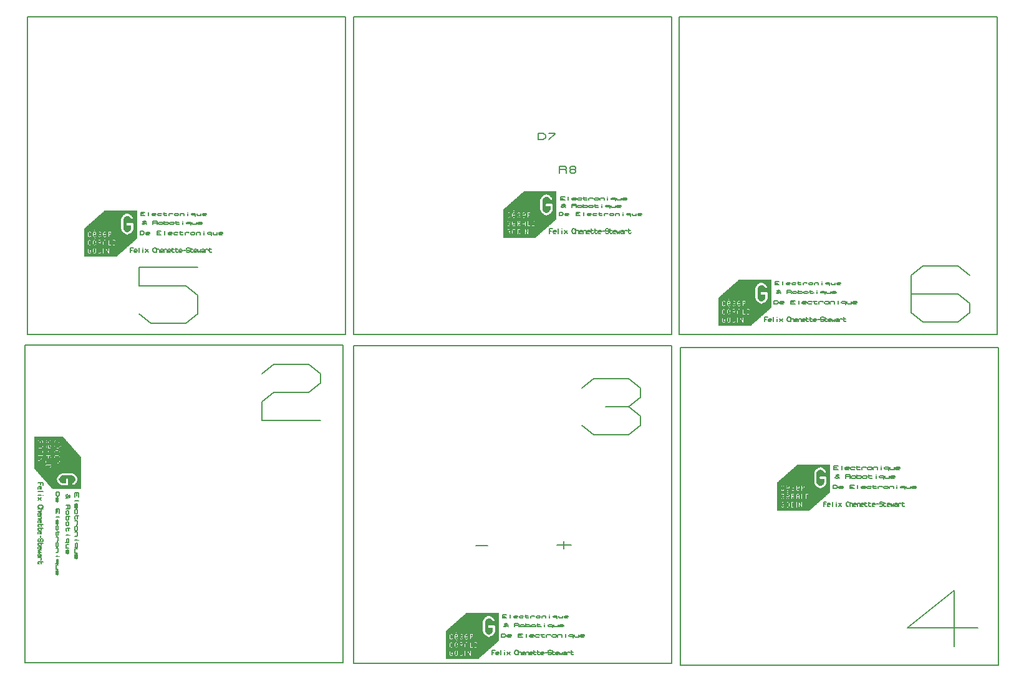
<source format=gbr>
G04 PROTEUS GERBER X2 FILE*
%TF.GenerationSoftware,Labcenter,Proteus,8.9-SP0-Build27865*%
%TF.CreationDate,2020-02-24T18:21:19+00:00*%
%TF.FileFunction,Legend,Top*%
%TF.FilePolarity,Positive*%
%TF.Part,Single*%
%TF.SameCoordinates,{bab694e6-e1a7-4f03-bc32-dd160c38e7b3}*%
%FSLAX45Y45*%
%MOMM*%
G01*
%TA.AperFunction,Profile*%
%ADD18C,0.203200*%
%TA.AperFunction,Material*%
%ADD20C,0.203200*%
%TA.AperFunction,NonMaterial*%
%ADD21C,0.063500*%
%TD.AperFunction*%
D18*
X-240000Y+660000D02*
X+4078000Y+660000D01*
X+4078000Y+4978000D01*
X-240000Y+4978000D01*
X-240000Y+660000D01*
X+4180000Y+660000D02*
X+8498000Y+660000D01*
X+8498000Y+4978000D01*
X+4180000Y+4978000D01*
X+4180000Y+660000D01*
X+4200000Y-3830000D02*
X+8518000Y-3830000D01*
X+8518000Y+488000D01*
X+4200000Y+488000D01*
X+4200000Y-3830000D01*
X-4670000Y+660000D02*
X-352000Y+660000D01*
X-352000Y+4978000D01*
X-4670000Y+4978000D01*
X-4670000Y+660000D01*
X-4700000Y-3800000D02*
X-382000Y-3800000D01*
X-382000Y+518000D01*
X-4700000Y+518000D01*
X-4700000Y-3800000D01*
X-240000Y-3810000D02*
X+4078000Y-3810000D01*
X+4078000Y+508000D01*
X-240000Y+508000D01*
X-240000Y-3810000D01*
D20*
X+8232500Y-3322000D02*
X+7280000Y-3322000D01*
X+7915000Y-2814000D01*
X+7915000Y-3576000D01*
X-1481250Y+129000D02*
X-1322500Y+256000D01*
X-846250Y+256000D01*
X-687500Y+129000D01*
X-687500Y+2000D01*
X-846250Y-125000D01*
X-1322500Y-125000D01*
X-1481250Y-252000D01*
X-1481250Y-506000D01*
X-687500Y-506000D01*
X+2858750Y-61000D02*
X+3017500Y+66000D01*
X+3493750Y+66000D01*
X+3652500Y-61000D01*
X+3652500Y-188000D01*
X+3493750Y-315000D01*
X+3652500Y-442000D01*
X+3652500Y-569000D01*
X+3493750Y-696000D01*
X+3017500Y-696000D01*
X+2858750Y-569000D01*
X+3176250Y-315000D02*
X+3493750Y-315000D01*
X-2357500Y+1576000D02*
X-3151250Y+1576000D01*
X-3151250Y+1322000D01*
X-2516250Y+1322000D01*
X-2357500Y+1195000D01*
X-2357500Y+941000D01*
X-2516250Y+814000D01*
X-2992500Y+814000D01*
X-3151250Y+941000D01*
X+8122500Y+1469000D02*
X+7963750Y+1596000D01*
X+7487500Y+1596000D01*
X+7328750Y+1469000D01*
X+7328750Y+961000D01*
X+7487500Y+834000D01*
X+7963750Y+834000D01*
X+8122500Y+961000D01*
X+8122500Y+1088000D01*
X+7963750Y+1215000D01*
X+7328750Y+1215000D01*
X+2267967Y+3310480D02*
X+2267967Y+3401920D01*
X+2331467Y+3401920D01*
X+2363217Y+3371440D01*
X+2363217Y+3340960D01*
X+2331467Y+3310480D01*
X+2267967Y+3310480D01*
X+2410842Y+3401920D02*
X+2490217Y+3401920D01*
X+2490217Y+3386680D01*
X+2410842Y+3310480D01*
X+2552967Y+2858080D02*
X+2552967Y+2949520D01*
X+2632342Y+2949520D01*
X+2648217Y+2934280D01*
X+2648217Y+2919040D01*
X+2632342Y+2903800D01*
X+2552967Y+2903800D01*
X+2632342Y+2903800D02*
X+2648217Y+2888560D01*
X+2648217Y+2858080D01*
X+2711717Y+2903800D02*
X+2695842Y+2919040D01*
X+2695842Y+2934280D01*
X+2711717Y+2949520D01*
X+2759342Y+2949520D01*
X+2775217Y+2934280D01*
X+2775217Y+2919040D01*
X+2759342Y+2903800D01*
X+2711717Y+2903800D01*
X+2695842Y+2888560D01*
X+2695842Y+2873320D01*
X+2711717Y+2858080D01*
X+2759342Y+2858080D01*
X+2775217Y+2873320D01*
X+2775217Y+2888560D01*
X+2759342Y+2903800D01*
X+2520000Y-2197000D02*
X+2710500Y-2197000D01*
X+2615250Y-2146200D02*
X+2615250Y-2247800D01*
X+1421750Y-2207000D02*
X+1580500Y-2207000D01*
D21*
X+1012497Y-3742541D02*
X+1444297Y-3742541D01*
X+1012497Y-3737461D02*
X+1449377Y-3737461D01*
X+1012497Y-3732381D02*
X+1454457Y-3732381D01*
X+1012497Y-3727301D02*
X+1459537Y-3727301D01*
X+1012497Y-3722221D02*
X+1464617Y-3722221D01*
X+1012497Y-3717141D02*
X+1474777Y-3717141D01*
X+1012497Y-3712061D02*
X+1479857Y-3712061D01*
X+1012497Y-3706981D02*
X+1484937Y-3706981D01*
X+1012497Y-3701901D02*
X+1068377Y-3701901D01*
X+1093777Y-3701901D02*
X+1139497Y-3701901D01*
X+1159817Y-3701901D02*
X+1195377Y-3701901D01*
X+1230937Y-3701901D02*
X+1266497Y-3701901D01*
X+1276657Y-3701901D02*
X+1302057Y-3701901D01*
X+1312217Y-3701901D02*
X+1332537Y-3701901D01*
X+1342697Y-3701901D02*
X+1490017Y-3701901D01*
X+1012497Y-3696821D02*
X+1063297Y-3696821D01*
X+1098857Y-3696821D02*
X+1134417Y-3696821D01*
X+1164897Y-3696821D02*
X+1195377Y-3696821D01*
X+1236017Y-3696821D02*
X+1261417Y-3696821D01*
X+1276657Y-3696821D02*
X+1296977Y-3696821D01*
X+1312217Y-3696821D02*
X+1332537Y-3696821D01*
X+1347777Y-3696821D02*
X+1495097Y-3696821D01*
X+1012497Y-3691741D02*
X+1058217Y-3691741D01*
X+1073457Y-3691741D02*
X+1083617Y-3691741D01*
X+1103937Y-3691741D02*
X+1129337Y-3691741D01*
X+1144577Y-3691741D02*
X+1154737Y-3691741D01*
X+1169977Y-3691741D02*
X+1195377Y-3691741D01*
X+1210617Y-3691741D02*
X+1225857Y-3691741D01*
X+1241097Y-3691741D02*
X+1261417Y-3691741D01*
X+1276657Y-3691741D02*
X+1296977Y-3691741D01*
X+1312217Y-3691741D02*
X+1327457Y-3691741D01*
X+1347777Y-3691741D02*
X+1500177Y-3691741D01*
X+1012497Y-3686661D02*
X+1058217Y-3686661D01*
X+1068377Y-3686661D02*
X+1088697Y-3686661D01*
X+1103937Y-3686661D02*
X+1124257Y-3686661D01*
X+1139497Y-3686661D02*
X+1159817Y-3686661D01*
X+1175057Y-3686661D02*
X+1195377Y-3686661D01*
X+1210617Y-3686661D02*
X+1225857Y-3686661D01*
X+1241097Y-3686661D02*
X+1261417Y-3686661D01*
X+1276657Y-3686661D02*
X+1296977Y-3686661D01*
X+1312217Y-3686661D02*
X+1327457Y-3686661D01*
X+1347777Y-3686661D02*
X+1505257Y-3686661D01*
X+1012497Y-3681581D02*
X+1058217Y-3681581D01*
X+1068377Y-3681581D02*
X+1093777Y-3681581D01*
X+1103937Y-3681581D02*
X+1124257Y-3681581D01*
X+1139497Y-3681581D02*
X+1159817Y-3681581D01*
X+1175057Y-3681581D02*
X+1195377Y-3681581D01*
X+1210617Y-3681581D02*
X+1230937Y-3681581D01*
X+1241097Y-3681581D02*
X+1261417Y-3681581D01*
X+1276657Y-3681581D02*
X+1296977Y-3681581D01*
X+1312217Y-3681581D02*
X+1322377Y-3681581D01*
X+1347777Y-3681581D02*
X+1510337Y-3681581D01*
X+1012497Y-3676501D02*
X+1058217Y-3676501D01*
X+1068377Y-3676501D02*
X+1093777Y-3676501D01*
X+1103937Y-3676501D02*
X+1124257Y-3676501D01*
X+1139497Y-3676501D02*
X+1159817Y-3676501D01*
X+1175057Y-3676501D02*
X+1195377Y-3676501D01*
X+1210617Y-3676501D02*
X+1230937Y-3676501D01*
X+1241097Y-3676501D02*
X+1261417Y-3676501D01*
X+1276657Y-3676501D02*
X+1296977Y-3676501D01*
X+1312217Y-3676501D02*
X+1322377Y-3676501D01*
X+1347777Y-3676501D02*
X+1520497Y-3676501D01*
X+1012497Y-3671421D02*
X+1058217Y-3671421D01*
X+1068377Y-3671421D02*
X+1078537Y-3671421D01*
X+1103937Y-3671421D02*
X+1124257Y-3671421D01*
X+1139497Y-3671421D02*
X+1159817Y-3671421D01*
X+1175057Y-3671421D02*
X+1195377Y-3671421D01*
X+1210617Y-3671421D02*
X+1230937Y-3671421D01*
X+1241097Y-3671421D02*
X+1261417Y-3671421D01*
X+1276657Y-3671421D02*
X+1296977Y-3671421D01*
X+1312217Y-3671421D02*
X+1317297Y-3671421D01*
X+1347777Y-3671421D02*
X+1525577Y-3671421D01*
X+1012497Y-3666341D02*
X+1058217Y-3666341D01*
X+1068377Y-3666341D02*
X+1073457Y-3666341D01*
X+1103937Y-3666341D02*
X+1124257Y-3666341D01*
X+1139497Y-3666341D02*
X+1159817Y-3666341D01*
X+1175057Y-3666341D02*
X+1195377Y-3666341D01*
X+1210617Y-3666341D02*
X+1230937Y-3666341D01*
X+1241097Y-3666341D02*
X+1261417Y-3666341D01*
X+1276657Y-3666341D02*
X+1296977Y-3666341D01*
X+1312217Y-3666341D02*
X+1317297Y-3666341D01*
X+1327457Y-3666341D02*
X+1332537Y-3666341D01*
X+1347777Y-3666341D02*
X+1530657Y-3666341D01*
X+1012497Y-3661261D02*
X+1058217Y-3661261D01*
X+1068377Y-3661261D02*
X+1078537Y-3661261D01*
X+1103937Y-3661261D02*
X+1124257Y-3661261D01*
X+1139497Y-3661261D02*
X+1159817Y-3661261D01*
X+1175057Y-3661261D02*
X+1195377Y-3661261D01*
X+1210617Y-3661261D02*
X+1230937Y-3661261D01*
X+1241097Y-3661261D02*
X+1261417Y-3661261D01*
X+1276657Y-3661261D02*
X+1296977Y-3661261D01*
X+1327457Y-3661261D02*
X+1332537Y-3661261D01*
X+1347777Y-3661261D02*
X+1535737Y-3661261D01*
X+1012497Y-3656181D02*
X+1058217Y-3656181D01*
X+1068377Y-3656181D02*
X+1124257Y-3656181D01*
X+1139497Y-3656181D02*
X+1159817Y-3656181D01*
X+1175057Y-3656181D02*
X+1195377Y-3656181D01*
X+1210617Y-3656181D02*
X+1230937Y-3656181D01*
X+1241097Y-3656181D02*
X+1261417Y-3656181D01*
X+1276657Y-3656181D02*
X+1296977Y-3656181D01*
X+1322377Y-3656181D02*
X+1332537Y-3656181D01*
X+1347777Y-3656181D02*
X+1540817Y-3656181D01*
X+1012497Y-3651101D02*
X+1058217Y-3651101D01*
X+1068377Y-3651101D02*
X+1124257Y-3651101D01*
X+1139497Y-3651101D02*
X+1159817Y-3651101D01*
X+1175057Y-3651101D02*
X+1195377Y-3651101D01*
X+1210617Y-3651101D02*
X+1230937Y-3651101D01*
X+1241097Y-3651101D02*
X+1261417Y-3651101D01*
X+1276657Y-3651101D02*
X+1296977Y-3651101D01*
X+1322377Y-3651101D02*
X+1332537Y-3651101D01*
X+1347777Y-3651101D02*
X+1545897Y-3651101D01*
X+1012497Y-3646021D02*
X+1058217Y-3646021D01*
X+1068377Y-3646021D02*
X+1093777Y-3646021D01*
X+1103937Y-3646021D02*
X+1124257Y-3646021D01*
X+1139497Y-3646021D02*
X+1159817Y-3646021D01*
X+1175057Y-3646021D02*
X+1195377Y-3646021D01*
X+1210617Y-3646021D02*
X+1230937Y-3646021D01*
X+1241097Y-3646021D02*
X+1261417Y-3646021D01*
X+1276657Y-3646021D02*
X+1296977Y-3646021D01*
X+1317297Y-3646021D02*
X+1332537Y-3646021D01*
X+1347777Y-3646021D02*
X+1550977Y-3646021D01*
X+1012497Y-3640941D02*
X+1058217Y-3640941D01*
X+1073457Y-3640941D02*
X+1088697Y-3640941D01*
X+1103937Y-3640941D02*
X+1129337Y-3640941D01*
X+1144577Y-3640941D02*
X+1154737Y-3640941D01*
X+1169977Y-3640941D02*
X+1195377Y-3640941D01*
X+1210617Y-3640941D02*
X+1225857Y-3640941D01*
X+1241097Y-3640941D02*
X+1261417Y-3640941D01*
X+1276657Y-3640941D02*
X+1296977Y-3640941D01*
X+1317297Y-3640941D02*
X+1332537Y-3640941D01*
X+1347777Y-3640941D02*
X+1556057Y-3640941D01*
X+1012497Y-3635861D02*
X+1063297Y-3635861D01*
X+1098857Y-3635861D02*
X+1129337Y-3635861D01*
X+1169977Y-3635861D02*
X+1195377Y-3635861D01*
X+1236017Y-3635861D02*
X+1261417Y-3635861D01*
X+1276657Y-3635861D02*
X+1296977Y-3635861D01*
X+1312217Y-3635861D02*
X+1332537Y-3635861D01*
X+1347777Y-3635861D02*
X+1566217Y-3635861D01*
X+1012497Y-3630781D02*
X+1068377Y-3630781D01*
X+1093777Y-3630781D02*
X+1139497Y-3630781D01*
X+1159817Y-3630781D02*
X+1195377Y-3630781D01*
X+1230937Y-3630781D02*
X+1266497Y-3630781D01*
X+1276657Y-3630781D02*
X+1302057Y-3630781D01*
X+1312217Y-3630781D02*
X+1332537Y-3630781D01*
X+1347777Y-3630781D02*
X+1571297Y-3630781D01*
X+1012497Y-3625701D02*
X+1576377Y-3625701D01*
X+1012497Y-3620621D02*
X+1581457Y-3620621D01*
X+1012497Y-3615541D02*
X+1586537Y-3615541D01*
X+1012497Y-3610461D02*
X+1591617Y-3610461D01*
X+1012497Y-3605381D02*
X+1596697Y-3605381D01*
X+1012497Y-3600301D02*
X+1606857Y-3600301D01*
X+1012497Y-3595221D02*
X+1078537Y-3595221D01*
X+1083617Y-3595221D02*
X+1611937Y-3595221D01*
X+1012497Y-3590141D02*
X+1068377Y-3590141D01*
X+1093777Y-3590141D02*
X+1139497Y-3590141D01*
X+1159817Y-3590141D02*
X+1195377Y-3590141D01*
X+1210617Y-3590141D02*
X+1230937Y-3590141D01*
X+1241097Y-3590141D02*
X+1266497Y-3590141D01*
X+1276657Y-3590141D02*
X+1302057Y-3590141D01*
X+1312217Y-3590141D02*
X+1332537Y-3590141D01*
X+1373177Y-3590141D02*
X+1393497Y-3590141D01*
X+1429057Y-3590141D02*
X+1617017Y-3590141D01*
X+1012497Y-3585061D02*
X+1063297Y-3585061D01*
X+1098857Y-3585061D02*
X+1129337Y-3585061D01*
X+1169977Y-3585061D02*
X+1195377Y-3585061D01*
X+1210617Y-3585061D02*
X+1225857Y-3585061D01*
X+1241097Y-3585061D02*
X+1261417Y-3585061D01*
X+1276657Y-3585061D02*
X+1296977Y-3585061D01*
X+1312217Y-3585061D02*
X+1332537Y-3585061D01*
X+1373177Y-3585061D02*
X+1393497Y-3585061D01*
X+1434137Y-3585061D02*
X+1622097Y-3585061D01*
X+1012497Y-3579981D02*
X+1058217Y-3579981D01*
X+1073457Y-3579981D02*
X+1088697Y-3579981D01*
X+1103937Y-3579981D02*
X+1129337Y-3579981D01*
X+1144577Y-3579981D02*
X+1154737Y-3579981D01*
X+1169977Y-3579981D02*
X+1195377Y-3579981D01*
X+1210617Y-3579981D02*
X+1225857Y-3579981D01*
X+1236017Y-3579981D02*
X+1261417Y-3579981D01*
X+1276657Y-3579981D02*
X+1296977Y-3579981D01*
X+1312217Y-3579981D02*
X+1332537Y-3579981D01*
X+1347777Y-3579981D02*
X+1393497Y-3579981D01*
X+1403657Y-3579981D02*
X+1423977Y-3579981D01*
X+1434137Y-3579981D02*
X+1627177Y-3579981D01*
X+1012497Y-3574901D02*
X+1058217Y-3574901D01*
X+1068377Y-3574901D02*
X+1093777Y-3574901D01*
X+1103937Y-3574901D02*
X+1124257Y-3574901D01*
X+1139497Y-3574901D02*
X+1159817Y-3574901D01*
X+1169977Y-3574901D02*
X+1195377Y-3574901D01*
X+1210617Y-3574901D02*
X+1220777Y-3574901D01*
X+1236017Y-3574901D02*
X+1261417Y-3574901D01*
X+1276657Y-3574901D02*
X+1296977Y-3574901D01*
X+1312217Y-3574901D02*
X+1332537Y-3574901D01*
X+1347777Y-3574901D02*
X+1393497Y-3574901D01*
X+1403657Y-3574901D02*
X+1423977Y-3574901D01*
X+1434137Y-3574901D02*
X+1632257Y-3574901D01*
X+1012497Y-3569821D02*
X+1058217Y-3569821D01*
X+1068377Y-3569821D02*
X+1093777Y-3569821D01*
X+1103937Y-3569821D02*
X+1124257Y-3569821D01*
X+1139497Y-3569821D02*
X+1195377Y-3569821D01*
X+1210617Y-3569821D02*
X+1220777Y-3569821D01*
X+1230937Y-3569821D02*
X+1261417Y-3569821D01*
X+1276657Y-3569821D02*
X+1296977Y-3569821D01*
X+1312217Y-3569821D02*
X+1332537Y-3569821D01*
X+1347777Y-3569821D02*
X+1393497Y-3569821D01*
X+1403657Y-3569821D02*
X+1423977Y-3569821D01*
X+1434137Y-3569821D02*
X+1637337Y-3569821D01*
X+1012497Y-3564741D02*
X+1058217Y-3564741D01*
X+1068377Y-3564741D02*
X+1093777Y-3564741D01*
X+1103937Y-3564741D02*
X+1124257Y-3564741D01*
X+1139497Y-3564741D02*
X+1195377Y-3564741D01*
X+1210617Y-3564741D02*
X+1215697Y-3564741D01*
X+1230937Y-3564741D02*
X+1261417Y-3564741D01*
X+1276657Y-3564741D02*
X+1296977Y-3564741D01*
X+1312217Y-3564741D02*
X+1332537Y-3564741D01*
X+1347777Y-3564741D02*
X+1393497Y-3564741D01*
X+1403657Y-3564741D02*
X+1423977Y-3564741D01*
X+1434137Y-3564741D02*
X+1642417Y-3564741D01*
X+1012497Y-3559661D02*
X+1058217Y-3559661D01*
X+1068377Y-3559661D02*
X+1078537Y-3559661D01*
X+1103937Y-3559661D02*
X+1124257Y-3559661D01*
X+1169977Y-3559661D02*
X+1195377Y-3559661D01*
X+1230937Y-3559661D02*
X+1261417Y-3559661D01*
X+1312217Y-3559661D02*
X+1332537Y-3559661D01*
X+1347777Y-3559661D02*
X+1393497Y-3559661D01*
X+1403657Y-3559661D02*
X+1423977Y-3559661D01*
X+1434137Y-3559661D02*
X+1652577Y-3559661D01*
X+1012497Y-3554581D02*
X+1058217Y-3554581D01*
X+1068377Y-3554581D02*
X+1073457Y-3554581D01*
X+1103937Y-3554581D02*
X+1124257Y-3554581D01*
X+1175057Y-3554581D02*
X+1195377Y-3554581D01*
X+1236017Y-3554581D02*
X+1261417Y-3554581D01*
X+1312217Y-3554581D02*
X+1332537Y-3554581D01*
X+1347777Y-3554581D02*
X+1393497Y-3554581D01*
X+1403657Y-3554581D02*
X+1423977Y-3554581D01*
X+1434137Y-3554581D02*
X+1657657Y-3554581D01*
X+1012497Y-3549501D02*
X+1058217Y-3549501D01*
X+1068377Y-3549501D02*
X+1124257Y-3549501D01*
X+1139497Y-3549501D02*
X+1159817Y-3549501D01*
X+1175057Y-3549501D02*
X+1195377Y-3549501D01*
X+1241097Y-3549501D02*
X+1261417Y-3549501D01*
X+1276657Y-3549501D02*
X+1296977Y-3549501D01*
X+1312217Y-3549501D02*
X+1332537Y-3549501D01*
X+1347777Y-3549501D02*
X+1393497Y-3549501D01*
X+1403657Y-3549501D02*
X+1423977Y-3549501D01*
X+1434137Y-3549501D02*
X+1662737Y-3549501D01*
X+1012497Y-3544421D02*
X+1058217Y-3544421D01*
X+1068377Y-3544421D02*
X+1124257Y-3544421D01*
X+1139497Y-3544421D02*
X+1159817Y-3544421D01*
X+1175057Y-3544421D02*
X+1195377Y-3544421D01*
X+1210617Y-3544421D02*
X+1225857Y-3544421D01*
X+1241097Y-3544421D02*
X+1261417Y-3544421D01*
X+1276657Y-3544421D02*
X+1296977Y-3544421D01*
X+1312217Y-3544421D02*
X+1332537Y-3544421D01*
X+1347777Y-3544421D02*
X+1393497Y-3544421D01*
X+1403657Y-3544421D02*
X+1423977Y-3544421D01*
X+1434137Y-3544421D02*
X+1667817Y-3544421D01*
X+1012497Y-3539341D02*
X+1058217Y-3539341D01*
X+1068377Y-3539341D02*
X+1124257Y-3539341D01*
X+1139497Y-3539341D02*
X+1159817Y-3539341D01*
X+1175057Y-3539341D02*
X+1195377Y-3539341D01*
X+1210617Y-3539341D02*
X+1230937Y-3539341D01*
X+1241097Y-3539341D02*
X+1261417Y-3539341D01*
X+1276657Y-3539341D02*
X+1296977Y-3539341D01*
X+1312217Y-3539341D02*
X+1332537Y-3539341D01*
X+1347777Y-3539341D02*
X+1393497Y-3539341D01*
X+1403657Y-3539341D02*
X+1423977Y-3539341D01*
X+1434137Y-3539341D02*
X+1672897Y-3539341D01*
X+1012497Y-3534261D02*
X+1058217Y-3534261D01*
X+1068377Y-3534261D02*
X+1088697Y-3534261D01*
X+1103937Y-3534261D02*
X+1124257Y-3534261D01*
X+1139497Y-3534261D02*
X+1159817Y-3534261D01*
X+1175057Y-3534261D02*
X+1195377Y-3534261D01*
X+1210617Y-3534261D02*
X+1225857Y-3534261D01*
X+1241097Y-3534261D02*
X+1266497Y-3534261D01*
X+1276657Y-3534261D02*
X+1296977Y-3534261D01*
X+1312217Y-3534261D02*
X+1332537Y-3534261D01*
X+1347777Y-3534261D02*
X+1393497Y-3534261D01*
X+1403657Y-3534261D02*
X+1423977Y-3534261D01*
X+1434137Y-3534261D02*
X+1677977Y-3534261D01*
X+1012497Y-3529181D02*
X+1058217Y-3529181D01*
X+1078537Y-3529181D02*
X+1083617Y-3529181D01*
X+1103937Y-3529181D02*
X+1129337Y-3529181D01*
X+1144577Y-3529181D02*
X+1154737Y-3529181D01*
X+1169977Y-3529181D02*
X+1195377Y-3529181D01*
X+1210617Y-3529181D02*
X+1225857Y-3529181D01*
X+1241097Y-3529181D02*
X+1266497Y-3529181D01*
X+1281737Y-3529181D02*
X+1291897Y-3529181D01*
X+1307137Y-3529181D02*
X+1332537Y-3529181D01*
X+1347777Y-3529181D02*
X+1393497Y-3529181D01*
X+1403657Y-3529181D02*
X+1418897Y-3529181D01*
X+1434137Y-3529181D02*
X+1683057Y-3529181D01*
X+1012497Y-3524101D02*
X+1063297Y-3524101D01*
X+1098857Y-3524101D02*
X+1134417Y-3524101D01*
X+1164897Y-3524101D02*
X+1195377Y-3524101D01*
X+1236017Y-3524101D02*
X+1271577Y-3524101D01*
X+1302057Y-3524101D02*
X+1332537Y-3524101D01*
X+1347777Y-3524101D02*
X+1393497Y-3524101D01*
X+1434137Y-3524101D02*
X+1688137Y-3524101D01*
X+1012497Y-3519021D02*
X+1068377Y-3519021D01*
X+1088697Y-3519021D02*
X+1139497Y-3519021D01*
X+1159817Y-3519021D02*
X+1195377Y-3519021D01*
X+1230937Y-3519021D02*
X+1276657Y-3519021D01*
X+1296977Y-3519021D02*
X+1332537Y-3519021D01*
X+1342697Y-3519021D02*
X+1393497Y-3519021D01*
X+1423977Y-3519021D02*
X+1698297Y-3519021D01*
X+1012497Y-3513941D02*
X+1703377Y-3513941D01*
X+1012497Y-3508861D02*
X+1708457Y-3508861D01*
X+1012497Y-3503781D02*
X+1134417Y-3503781D01*
X+1149657Y-3503781D02*
X+1713537Y-3503781D01*
X+1012497Y-3498701D02*
X+1139497Y-3498701D01*
X+1159817Y-3498701D02*
X+1718617Y-3498701D01*
X+1012497Y-3493621D02*
X+1144577Y-3493621D01*
X+1164897Y-3493621D02*
X+1723697Y-3493621D01*
X+1012497Y-3488541D02*
X+1723697Y-3488541D01*
X+1012497Y-3483461D02*
X+1723697Y-3483461D01*
X+1012497Y-3478381D02*
X+1073457Y-3478381D01*
X+1088697Y-3478381D02*
X+1139497Y-3478381D01*
X+1159817Y-3478381D02*
X+1210617Y-3478381D01*
X+1225857Y-3478381D02*
X+1276657Y-3478381D01*
X+1296977Y-3478381D02*
X+1337617Y-3478381D01*
X+1342697Y-3478381D02*
X+1723697Y-3478381D01*
X+1012497Y-3473301D02*
X+1063297Y-3473301D01*
X+1098857Y-3473301D02*
X+1134417Y-3473301D01*
X+1164897Y-3473301D02*
X+1200457Y-3473301D01*
X+1236017Y-3473301D02*
X+1271577Y-3473301D01*
X+1302057Y-3473301D02*
X+1332537Y-3473301D01*
X+1347777Y-3473301D02*
X+1723697Y-3473301D01*
X+1012497Y-3468221D02*
X+1058217Y-3468221D01*
X+1078537Y-3468221D02*
X+1083617Y-3468221D01*
X+1103937Y-3468221D02*
X+1129337Y-3468221D01*
X+1144577Y-3468221D02*
X+1154737Y-3468221D01*
X+1169977Y-3468221D02*
X+1200457Y-3468221D01*
X+1215697Y-3468221D02*
X+1220777Y-3468221D01*
X+1241097Y-3468221D02*
X+1266497Y-3468221D01*
X+1281737Y-3468221D02*
X+1291897Y-3468221D01*
X+1307137Y-3468221D02*
X+1332537Y-3468221D01*
X+1347777Y-3468221D02*
X+1723697Y-3468221D01*
X+1012497Y-3463141D02*
X+1058217Y-3463141D01*
X+1073457Y-3463141D02*
X+1088697Y-3463141D01*
X+1103937Y-3463141D02*
X+1124257Y-3463141D01*
X+1139497Y-3463141D02*
X+1159817Y-3463141D01*
X+1169977Y-3463141D02*
X+1195377Y-3463141D01*
X+1210617Y-3463141D02*
X+1225857Y-3463141D01*
X+1241097Y-3463141D02*
X+1266497Y-3463141D01*
X+1276657Y-3463141D02*
X+1296977Y-3463141D01*
X+1312217Y-3463141D02*
X+1332537Y-3463141D01*
X+1347777Y-3463141D02*
X+1723697Y-3463141D01*
X+1012497Y-3458061D02*
X+1058217Y-3458061D01*
X+1068377Y-3458061D02*
X+1124257Y-3458061D01*
X+1139497Y-3458061D02*
X+1195377Y-3458061D01*
X+1205537Y-3458061D02*
X+1230937Y-3458061D01*
X+1241097Y-3458061D02*
X+1261417Y-3458061D01*
X+1276657Y-3458061D02*
X+1332537Y-3458061D01*
X+1347777Y-3458061D02*
X+1723697Y-3458061D01*
X+1012497Y-3452981D02*
X+1058217Y-3452981D01*
X+1068377Y-3452981D02*
X+1124257Y-3452981D01*
X+1139497Y-3452981D02*
X+1195377Y-3452981D01*
X+1205537Y-3452981D02*
X+1230937Y-3452981D01*
X+1241097Y-3452981D02*
X+1261417Y-3452981D01*
X+1276657Y-3452981D02*
X+1332537Y-3452981D01*
X+1347777Y-3452981D02*
X+1723697Y-3452981D01*
X+1012497Y-3447901D02*
X+1058217Y-3447901D01*
X+1068377Y-3447901D02*
X+1124257Y-3447901D01*
X+1139497Y-3447901D02*
X+1195377Y-3447901D01*
X+1205537Y-3447901D02*
X+1230937Y-3447901D01*
X+1241097Y-3447901D02*
X+1261417Y-3447901D01*
X+1276657Y-3447901D02*
X+1332537Y-3447901D01*
X+1347777Y-3447901D02*
X+1723697Y-3447901D01*
X+1012497Y-3442821D02*
X+1058217Y-3442821D01*
X+1068377Y-3442821D02*
X+1124257Y-3442821D01*
X+1175057Y-3442821D02*
X+1195377Y-3442821D01*
X+1205537Y-3442821D02*
X+1210617Y-3442821D01*
X+1241097Y-3442821D02*
X+1261417Y-3442821D01*
X+1312217Y-3442821D02*
X+1332537Y-3442821D01*
X+1368097Y-3442821D02*
X+1576377Y-3442821D01*
X+1606857Y-3442821D02*
X+1723697Y-3442821D01*
X+1012497Y-3437741D02*
X+1058217Y-3437741D01*
X+1068377Y-3437741D02*
X+1124257Y-3437741D01*
X+1175057Y-3437741D02*
X+1195377Y-3437741D01*
X+1205537Y-3437741D02*
X+1215697Y-3437741D01*
X+1241097Y-3437741D02*
X+1261417Y-3437741D01*
X+1312217Y-3437741D02*
X+1332537Y-3437741D01*
X+1373177Y-3437741D02*
X+1566217Y-3437741D01*
X+1617017Y-3437741D02*
X+1723697Y-3437741D01*
X+1012497Y-3432661D02*
X+1058217Y-3432661D01*
X+1068377Y-3432661D02*
X+1124257Y-3432661D01*
X+1139497Y-3432661D02*
X+1159817Y-3432661D01*
X+1175057Y-3432661D02*
X+1195377Y-3432661D01*
X+1205537Y-3432661D02*
X+1261417Y-3432661D01*
X+1276657Y-3432661D02*
X+1296977Y-3432661D01*
X+1312217Y-3432661D02*
X+1332537Y-3432661D01*
X+1347777Y-3432661D02*
X+1363017Y-3432661D01*
X+1378257Y-3432661D02*
X+1556057Y-3432661D01*
X+1627177Y-3432661D02*
X+1723697Y-3432661D01*
X+1012497Y-3427581D02*
X+1058217Y-3427581D01*
X+1068377Y-3427581D02*
X+1124257Y-3427581D01*
X+1139497Y-3427581D02*
X+1159817Y-3427581D01*
X+1175057Y-3427581D02*
X+1195377Y-3427581D01*
X+1205537Y-3427581D02*
X+1261417Y-3427581D01*
X+1276657Y-3427581D02*
X+1296977Y-3427581D01*
X+1312217Y-3427581D02*
X+1332537Y-3427581D01*
X+1347777Y-3427581D02*
X+1368097Y-3427581D01*
X+1378257Y-3427581D02*
X+1550977Y-3427581D01*
X+1637337Y-3427581D02*
X+1723697Y-3427581D01*
X+1012497Y-3422501D02*
X+1058217Y-3422501D01*
X+1068377Y-3422501D02*
X+1093777Y-3422501D01*
X+1103937Y-3422501D02*
X+1124257Y-3422501D01*
X+1139497Y-3422501D02*
X+1159817Y-3422501D01*
X+1175057Y-3422501D02*
X+1195377Y-3422501D01*
X+1205537Y-3422501D02*
X+1230937Y-3422501D01*
X+1241097Y-3422501D02*
X+1261417Y-3422501D01*
X+1276657Y-3422501D02*
X+1296977Y-3422501D01*
X+1312217Y-3422501D02*
X+1332537Y-3422501D01*
X+1347777Y-3422501D02*
X+1368097Y-3422501D01*
X+1378257Y-3422501D02*
X+1540817Y-3422501D01*
X+1642417Y-3422501D02*
X+1723697Y-3422501D01*
X+1012497Y-3417421D02*
X+1058217Y-3417421D01*
X+1073457Y-3417421D02*
X+1088697Y-3417421D01*
X+1103937Y-3417421D02*
X+1129337Y-3417421D01*
X+1144577Y-3417421D02*
X+1159817Y-3417421D01*
X+1169977Y-3417421D02*
X+1195377Y-3417421D01*
X+1210617Y-3417421D02*
X+1225857Y-3417421D01*
X+1241097Y-3417421D02*
X+1266497Y-3417421D01*
X+1281737Y-3417421D02*
X+1296977Y-3417421D01*
X+1312217Y-3417421D02*
X+1332537Y-3417421D01*
X+1347777Y-3417421D02*
X+1363017Y-3417421D01*
X+1378257Y-3417421D02*
X+1535737Y-3417421D01*
X+1652577Y-3417421D02*
X+1723697Y-3417421D01*
X+1012497Y-3412341D02*
X+1063297Y-3412341D01*
X+1098857Y-3412341D02*
X+1129337Y-3412341D01*
X+1169977Y-3412341D02*
X+1200457Y-3412341D01*
X+1236017Y-3412341D02*
X+1266497Y-3412341D01*
X+1307137Y-3412341D02*
X+1332537Y-3412341D01*
X+1373177Y-3412341D02*
X+1530657Y-3412341D01*
X+1657657Y-3412341D02*
X+1723697Y-3412341D01*
X+1012497Y-3407261D02*
X+1068377Y-3407261D01*
X+1093777Y-3407261D02*
X+1134417Y-3407261D01*
X+1164897Y-3407261D02*
X+1205537Y-3407261D01*
X+1230937Y-3407261D02*
X+1276657Y-3407261D01*
X+1302057Y-3407261D02*
X+1332537Y-3407261D01*
X+1373177Y-3407261D02*
X+1525577Y-3407261D01*
X+1581457Y-3407261D02*
X+1601777Y-3407261D01*
X+1662737Y-3407261D02*
X+1723697Y-3407261D01*
X+1012497Y-3402181D02*
X+1078537Y-3402181D01*
X+1083617Y-3402181D02*
X+1144577Y-3402181D01*
X+1154737Y-3402181D02*
X+1215697Y-3402181D01*
X+1220777Y-3402181D02*
X+1281737Y-3402181D01*
X+1291897Y-3402181D02*
X+1520497Y-3402181D01*
X+1576377Y-3402181D02*
X+1611937Y-3402181D01*
X+1662737Y-3402181D02*
X+1723697Y-3402181D01*
X+1012497Y-3397101D02*
X+1515417Y-3397101D01*
X+1566217Y-3397101D02*
X+1617017Y-3397101D01*
X+1667817Y-3397101D02*
X+1723697Y-3397101D01*
X+1012497Y-3392021D02*
X+1139497Y-3392021D01*
X+1144577Y-3392021D02*
X+1515417Y-3392021D01*
X+1561137Y-3392021D02*
X+1627177Y-3392021D01*
X+1672897Y-3392021D02*
X+1723697Y-3392021D01*
X+1012497Y-3386941D02*
X+1134417Y-3386941D01*
X+1159817Y-3386941D02*
X+1510337Y-3386941D01*
X+1556057Y-3386941D02*
X+1632257Y-3386941D01*
X+1672897Y-3386941D02*
X+1723697Y-3386941D01*
X+1012497Y-3381861D02*
X+1139497Y-3381861D01*
X+1164897Y-3381861D02*
X+1510337Y-3381861D01*
X+1550977Y-3381861D02*
X+1632257Y-3381861D01*
X+1677977Y-3381861D02*
X+1723697Y-3381861D01*
X+1012497Y-3376781D02*
X+1149657Y-3376781D01*
X+1159817Y-3376781D02*
X+1510337Y-3376781D01*
X+1550977Y-3376781D02*
X+1637337Y-3376781D01*
X+1677977Y-3376781D02*
X+1723697Y-3376781D01*
X+1012497Y-3371701D02*
X+1505257Y-3371701D01*
X+1545897Y-3371701D02*
X+1637337Y-3371701D01*
X+1677977Y-3371701D02*
X+1723697Y-3371701D01*
X+1012497Y-3366621D02*
X+1505257Y-3366621D01*
X+1545897Y-3366621D02*
X+1642417Y-3366621D01*
X+1677977Y-3366621D02*
X+1723697Y-3366621D01*
X+1017577Y-3361541D02*
X+1505257Y-3361541D01*
X+1545897Y-3361541D02*
X+1642417Y-3361541D01*
X+1677977Y-3361541D02*
X+1723697Y-3361541D01*
X+1022657Y-3356461D02*
X+1505257Y-3356461D01*
X+1545897Y-3356461D02*
X+1642417Y-3356461D01*
X+1677977Y-3356461D02*
X+1723697Y-3356461D01*
X+1027737Y-3351381D02*
X+1505257Y-3351381D01*
X+1545897Y-3351381D02*
X+1642417Y-3351381D01*
X+1677977Y-3351381D02*
X+1723697Y-3351381D01*
X+1032817Y-3346301D02*
X+1505257Y-3346301D01*
X+1545897Y-3346301D02*
X+1642417Y-3346301D01*
X+1677977Y-3346301D02*
X+1723697Y-3346301D01*
X+1037897Y-3341221D02*
X+1505257Y-3341221D01*
X+1545897Y-3341221D02*
X+1642417Y-3341221D01*
X+1677977Y-3341221D02*
X+1723697Y-3341221D01*
X+1048057Y-3336141D02*
X+1505257Y-3336141D01*
X+1545897Y-3336141D02*
X+1642417Y-3336141D01*
X+1677977Y-3336141D02*
X+1723697Y-3336141D01*
X+1053137Y-3331061D02*
X+1505257Y-3331061D01*
X+1545897Y-3331061D02*
X+1642417Y-3331061D01*
X+1677977Y-3331061D02*
X+1723697Y-3331061D01*
X+1058217Y-3325981D02*
X+1505257Y-3325981D01*
X+1545897Y-3325981D02*
X+1642417Y-3325981D01*
X+1677977Y-3325981D02*
X+1723697Y-3325981D01*
X+1063297Y-3320901D02*
X+1505257Y-3320901D01*
X+1545897Y-3320901D02*
X+1642417Y-3320901D01*
X+1677977Y-3320901D02*
X+1723697Y-3320901D01*
X+1068377Y-3315821D02*
X+1505257Y-3315821D01*
X+1545897Y-3315821D02*
X+1581457Y-3315821D01*
X+1677977Y-3315821D02*
X+1723697Y-3315821D01*
X+1073457Y-3310741D02*
X+1505257Y-3310741D01*
X+1545897Y-3310741D02*
X+1576377Y-3310741D01*
X+1677977Y-3310741D02*
X+1723697Y-3310741D01*
X+1078537Y-3305661D02*
X+1505257Y-3305661D01*
X+1545897Y-3305661D02*
X+1576377Y-3305661D01*
X+1677977Y-3305661D02*
X+1723697Y-3305661D01*
X+1083617Y-3300581D02*
X+1505257Y-3300581D01*
X+1545897Y-3300581D02*
X+1576377Y-3300581D01*
X+1677977Y-3300581D02*
X+1723697Y-3300581D01*
X+1093777Y-3295501D02*
X+1505257Y-3295501D01*
X+1545897Y-3295501D02*
X+1576377Y-3295501D01*
X+1677977Y-3295501D02*
X+1723697Y-3295501D01*
X+1098857Y-3290421D02*
X+1505257Y-3290421D01*
X+1545897Y-3290421D02*
X+1576377Y-3290421D01*
X+1672897Y-3290421D02*
X+1723697Y-3290421D01*
X+1103937Y-3285341D02*
X+1505257Y-3285341D01*
X+1545897Y-3285341D02*
X+1586537Y-3285341D01*
X+1667817Y-3285341D02*
X+1723697Y-3285341D01*
X+1109017Y-3280261D02*
X+1505257Y-3280261D01*
X+1545897Y-3280261D02*
X+1723697Y-3280261D01*
X+1114097Y-3275181D02*
X+1505257Y-3275181D01*
X+1545897Y-3275181D02*
X+1723697Y-3275181D01*
X+1119177Y-3270101D02*
X+1505257Y-3270101D01*
X+1545897Y-3270101D02*
X+1723697Y-3270101D01*
X+1124257Y-3265021D02*
X+1505257Y-3265021D01*
X+1545897Y-3265021D02*
X+1723697Y-3265021D01*
X+1129337Y-3259941D02*
X+1505257Y-3259941D01*
X+1545897Y-3259941D02*
X+1723697Y-3259941D01*
X+1139497Y-3254861D02*
X+1505257Y-3254861D01*
X+1545897Y-3254861D02*
X+1723697Y-3254861D01*
X+1144577Y-3249781D02*
X+1505257Y-3249781D01*
X+1545897Y-3249781D02*
X+1723697Y-3249781D01*
X+1149657Y-3244701D02*
X+1505257Y-3244701D01*
X+1545897Y-3244701D02*
X+1723697Y-3244701D01*
X+1154737Y-3239621D02*
X+1505257Y-3239621D01*
X+1545897Y-3239621D02*
X+1723697Y-3239621D01*
X+1159817Y-3234541D02*
X+1505257Y-3234541D01*
X+1545897Y-3234541D02*
X+1723697Y-3234541D01*
X+1164897Y-3229461D02*
X+1505257Y-3229461D01*
X+1545897Y-3229461D02*
X+1642417Y-3229461D01*
X+1667817Y-3229461D02*
X+1723697Y-3229461D01*
X+1169977Y-3224381D02*
X+1510337Y-3224381D01*
X+1550977Y-3224381D02*
X+1637337Y-3224381D01*
X+1672897Y-3224381D02*
X+1723697Y-3224381D01*
X+1180137Y-3219301D02*
X+1510337Y-3219301D01*
X+1550977Y-3219301D02*
X+1632257Y-3219301D01*
X+1672897Y-3219301D02*
X+1723697Y-3219301D01*
X+1185217Y-3214221D02*
X+1510337Y-3214221D01*
X+1556057Y-3214221D02*
X+1627177Y-3214221D01*
X+1672897Y-3214221D02*
X+1723697Y-3214221D01*
X+1190297Y-3209141D02*
X+1515417Y-3209141D01*
X+1561137Y-3209141D02*
X+1622097Y-3209141D01*
X+1672897Y-3209141D02*
X+1723697Y-3209141D01*
X+1195377Y-3204061D02*
X+1520497Y-3204061D01*
X+1566217Y-3204061D02*
X+1617017Y-3204061D01*
X+1667817Y-3204061D02*
X+1723697Y-3204061D01*
X+1200457Y-3198981D02*
X+1520497Y-3198981D01*
X+1576377Y-3198981D02*
X+1611937Y-3198981D01*
X+1662737Y-3198981D02*
X+1723697Y-3198981D01*
X+1205537Y-3193901D02*
X+1525577Y-3193901D01*
X+1586537Y-3193901D02*
X+1601777Y-3193901D01*
X+1657657Y-3193901D02*
X+1723697Y-3193901D01*
X+1210617Y-3188821D02*
X+1530657Y-3188821D01*
X+1652577Y-3188821D02*
X+1723697Y-3188821D01*
X+1215697Y-3183741D02*
X+1535737Y-3183741D01*
X+1647497Y-3183741D02*
X+1723697Y-3183741D01*
X+1225857Y-3178661D02*
X+1540817Y-3178661D01*
X+1642417Y-3178661D02*
X+1723697Y-3178661D01*
X+1230937Y-3173581D02*
X+1550977Y-3173581D01*
X+1637337Y-3173581D02*
X+1723697Y-3173581D01*
X+1236017Y-3168501D02*
X+1556057Y-3168501D01*
X+1627177Y-3168501D02*
X+1723697Y-3168501D01*
X+1241097Y-3163421D02*
X+1566217Y-3163421D01*
X+1617017Y-3163421D02*
X+1723697Y-3163421D01*
X+1246177Y-3158341D02*
X+1581457Y-3158341D01*
X+1606857Y-3158341D02*
X+1723697Y-3158341D01*
X+1251257Y-3153261D02*
X+1723697Y-3153261D01*
X+1256337Y-3148181D02*
X+1723697Y-3148181D01*
X+1261417Y-3143101D02*
X+1723697Y-3143101D01*
X+1271577Y-3138021D02*
X+1723697Y-3138021D01*
X+1276657Y-3132941D02*
X+1723697Y-3132941D01*
X+1281737Y-3127861D02*
X+1723697Y-3127861D01*
X+1286817Y-3122781D02*
X+1723697Y-3122781D01*
D20*
X+1837150Y-3190960D02*
X+1780000Y-3190960D01*
X+1780000Y-3145240D01*
X+1837150Y-3145240D01*
X+1780000Y-3168100D02*
X+1818100Y-3168100D01*
X+1884775Y-3145240D02*
X+1884775Y-3190960D01*
X+1932400Y-3175720D02*
X+1989550Y-3175720D01*
X+1989550Y-3168100D01*
X+1980025Y-3160480D01*
X+1941925Y-3160480D01*
X+1932400Y-3168100D01*
X+1932400Y-3183340D01*
X+1941925Y-3190960D01*
X+1980025Y-3190960D01*
X+2065750Y-3168100D02*
X+2056225Y-3160480D01*
X+2018125Y-3160480D01*
X+2008600Y-3168100D01*
X+2008600Y-3183340D01*
X+2018125Y-3190960D01*
X+2056225Y-3190960D01*
X+2065750Y-3183340D01*
X+2094325Y-3145240D02*
X+2094325Y-3183340D01*
X+2103850Y-3190960D01*
X+2132425Y-3190960D01*
X+2141950Y-3183340D01*
X+2084800Y-3160480D02*
X+2132425Y-3160480D01*
X+2161000Y-3190960D02*
X+2161000Y-3160480D01*
X+2161000Y-3168100D02*
X+2170525Y-3160480D01*
X+2208625Y-3160480D01*
X+2218150Y-3168100D01*
X+2237200Y-3168100D02*
X+2246725Y-3160480D01*
X+2284825Y-3160480D01*
X+2294350Y-3168100D01*
X+2294350Y-3183340D01*
X+2284825Y-3190960D01*
X+2246725Y-3190960D01*
X+2237200Y-3183340D01*
X+2237200Y-3168100D01*
X+2313400Y-3190960D02*
X+2313400Y-3160480D01*
X+2313400Y-3168100D02*
X+2322925Y-3160480D01*
X+2361025Y-3160480D01*
X+2370550Y-3168100D01*
X+2370550Y-3190960D01*
X+2418175Y-3160480D02*
X+2418175Y-3190960D01*
X+2418175Y-3145240D02*
X+2418175Y-3145240D01*
X+2522950Y-3175720D02*
X+2513425Y-3183340D01*
X+2475325Y-3183340D01*
X+2465800Y-3175720D01*
X+2465800Y-3168100D01*
X+2475325Y-3160480D01*
X+2513425Y-3160480D01*
X+2522950Y-3168100D01*
X+2522950Y-3160480D02*
X+2522950Y-3198580D01*
X+2542000Y-3160480D02*
X+2542000Y-3183340D01*
X+2551525Y-3190960D01*
X+2589625Y-3190960D01*
X+2599150Y-3183340D01*
X+2599150Y-3190960D02*
X+2599150Y-3160480D01*
X+2618200Y-3175720D02*
X+2675350Y-3175720D01*
X+2675350Y-3168100D01*
X+2665825Y-3160480D01*
X+2627725Y-3160480D01*
X+2618200Y-3168100D01*
X+2618200Y-3183340D01*
X+2627725Y-3190960D01*
X+2665825Y-3190960D01*
X+1640000Y-3691280D02*
X+1640000Y-3630320D01*
X+1678100Y-3630320D01*
X+1640000Y-3660800D02*
X+1665400Y-3660800D01*
X+1690800Y-3670960D02*
X+1728900Y-3670960D01*
X+1728900Y-3660800D01*
X+1722550Y-3650640D01*
X+1697150Y-3650640D01*
X+1690800Y-3660800D01*
X+1690800Y-3681120D01*
X+1697150Y-3691280D01*
X+1722550Y-3691280D01*
X+1760650Y-3630320D02*
X+1760650Y-3691280D01*
X+1811450Y-3650640D02*
X+1811450Y-3691280D01*
X+1811450Y-3630320D02*
X+1811450Y-3630320D01*
X+1843200Y-3650640D02*
X+1881300Y-3691280D01*
X+1843200Y-3691280D02*
X+1881300Y-3650640D01*
X+1982900Y-3681120D02*
X+1976550Y-3691280D01*
X+1957500Y-3691280D01*
X+1944800Y-3670960D01*
X+1944800Y-3650640D01*
X+1957500Y-3630320D01*
X+1976550Y-3630320D01*
X+1982900Y-3640480D01*
X+2033700Y-3691280D02*
X+2033700Y-3660800D01*
X+2027350Y-3650640D01*
X+2001950Y-3650640D01*
X+1995600Y-3660800D01*
X+1995600Y-3630320D02*
X+1995600Y-3691280D01*
X+2046400Y-3670960D02*
X+2084500Y-3670960D01*
X+2084500Y-3660800D01*
X+2078150Y-3650640D01*
X+2052750Y-3650640D01*
X+2046400Y-3660800D01*
X+2046400Y-3681120D01*
X+2052750Y-3691280D01*
X+2078150Y-3691280D01*
X+2097200Y-3691280D02*
X+2097200Y-3650640D01*
X+2097200Y-3660800D02*
X+2103550Y-3650640D01*
X+2128950Y-3650640D01*
X+2135300Y-3660800D01*
X+2135300Y-3691280D01*
X+2148000Y-3670960D02*
X+2186100Y-3670960D01*
X+2186100Y-3660800D01*
X+2179750Y-3650640D01*
X+2154350Y-3650640D01*
X+2148000Y-3660800D01*
X+2148000Y-3681120D01*
X+2154350Y-3691280D01*
X+2179750Y-3691280D01*
X+2205150Y-3630320D02*
X+2205150Y-3681120D01*
X+2211500Y-3691280D01*
X+2230550Y-3691280D01*
X+2236900Y-3681120D01*
X+2198800Y-3650640D02*
X+2230550Y-3650640D01*
X+2255950Y-3630320D02*
X+2255950Y-3681120D01*
X+2262300Y-3691280D01*
X+2281350Y-3691280D01*
X+2287700Y-3681120D01*
X+2249600Y-3650640D02*
X+2281350Y-3650640D01*
X+2300400Y-3670960D02*
X+2338500Y-3670960D01*
X+2338500Y-3660800D01*
X+2332150Y-3650640D01*
X+2306750Y-3650640D01*
X+2300400Y-3660800D01*
X+2300400Y-3681120D01*
X+2306750Y-3691280D01*
X+2332150Y-3691280D01*
X+2357550Y-3660800D02*
X+2389300Y-3660800D01*
X+2402000Y-3681120D02*
X+2408350Y-3691280D01*
X+2433750Y-3691280D01*
X+2440100Y-3681120D01*
X+2440100Y-3670960D01*
X+2433750Y-3660800D01*
X+2408350Y-3660800D01*
X+2402000Y-3650640D01*
X+2402000Y-3640480D01*
X+2408350Y-3630320D01*
X+2433750Y-3630320D01*
X+2440100Y-3640480D01*
X+2459150Y-3630320D02*
X+2459150Y-3681120D01*
X+2465500Y-3691280D01*
X+2484550Y-3691280D01*
X+2490900Y-3681120D01*
X+2452800Y-3650640D02*
X+2484550Y-3650640D01*
X+2503600Y-3670960D02*
X+2541700Y-3670960D01*
X+2541700Y-3660800D01*
X+2535350Y-3650640D01*
X+2509950Y-3650640D01*
X+2503600Y-3660800D01*
X+2503600Y-3681120D01*
X+2509950Y-3691280D01*
X+2535350Y-3691280D01*
X+2554400Y-3650640D02*
X+2554400Y-3681120D01*
X+2560750Y-3691280D01*
X+2573450Y-3670960D01*
X+2586150Y-3691280D01*
X+2592500Y-3681120D01*
X+2592500Y-3650640D01*
X+2611550Y-3650640D02*
X+2636950Y-3650640D01*
X+2643300Y-3660800D01*
X+2643300Y-3691280D01*
X+2611550Y-3691280D01*
X+2605200Y-3681120D01*
X+2611550Y-3670960D01*
X+2643300Y-3670960D01*
X+2656000Y-3691280D02*
X+2656000Y-3650640D01*
X+2656000Y-3660800D02*
X+2662350Y-3650640D01*
X+2687750Y-3650640D01*
X+2694100Y-3660800D01*
X+2713150Y-3630320D02*
X+2713150Y-3681120D01*
X+2719500Y-3691280D01*
X+2738550Y-3691280D01*
X+2744900Y-3681120D01*
X+2706800Y-3650640D02*
X+2738550Y-3650640D01*
X+1856675Y-3310960D02*
X+1809050Y-3272860D01*
X+1818575Y-3265240D01*
X+1837625Y-3265240D01*
X+1847150Y-3272860D01*
X+1799525Y-3295720D01*
X+1799525Y-3303340D01*
X+1809050Y-3310960D01*
X+1828100Y-3310960D01*
X+1856675Y-3288100D01*
X+1942400Y-3310960D02*
X+1942400Y-3265240D01*
X+1990025Y-3265240D01*
X+1999550Y-3272860D01*
X+1999550Y-3280480D01*
X+1990025Y-3288100D01*
X+1942400Y-3288100D01*
X+1990025Y-3288100D02*
X+1999550Y-3295720D01*
X+1999550Y-3310960D01*
X+2018600Y-3288100D02*
X+2028125Y-3280480D01*
X+2066225Y-3280480D01*
X+2075750Y-3288100D01*
X+2075750Y-3303340D01*
X+2066225Y-3310960D01*
X+2028125Y-3310960D01*
X+2018600Y-3303340D01*
X+2018600Y-3288100D01*
X+2094800Y-3288100D02*
X+2104325Y-3280480D01*
X+2142425Y-3280480D01*
X+2151950Y-3288100D01*
X+2151950Y-3303340D01*
X+2142425Y-3310960D01*
X+2104325Y-3310960D01*
X+2094800Y-3303340D01*
X+2094800Y-3310960D02*
X+2094800Y-3265240D01*
X+2171000Y-3288100D02*
X+2180525Y-3280480D01*
X+2218625Y-3280480D01*
X+2228150Y-3288100D01*
X+2228150Y-3303340D01*
X+2218625Y-3310960D01*
X+2180525Y-3310960D01*
X+2171000Y-3303340D01*
X+2171000Y-3288100D01*
X+2256725Y-3265240D02*
X+2256725Y-3303340D01*
X+2266250Y-3310960D01*
X+2294825Y-3310960D01*
X+2304350Y-3303340D01*
X+2247200Y-3280480D02*
X+2294825Y-3280480D01*
X+2351975Y-3280480D02*
X+2351975Y-3310960D01*
X+2351975Y-3265240D02*
X+2351975Y-3265240D01*
X+2456750Y-3295720D02*
X+2447225Y-3303340D01*
X+2409125Y-3303340D01*
X+2399600Y-3295720D01*
X+2399600Y-3288100D01*
X+2409125Y-3280480D01*
X+2447225Y-3280480D01*
X+2456750Y-3288100D01*
X+2456750Y-3280480D02*
X+2456750Y-3318580D01*
X+2475800Y-3280480D02*
X+2475800Y-3303340D01*
X+2485325Y-3310960D01*
X+2523425Y-3310960D01*
X+2532950Y-3303340D01*
X+2532950Y-3310960D02*
X+2532950Y-3280480D01*
X+2552000Y-3295720D02*
X+2609150Y-3295720D01*
X+2609150Y-3288100D01*
X+2599625Y-3280480D01*
X+2561525Y-3280480D01*
X+2552000Y-3288100D01*
X+2552000Y-3303340D01*
X+2561525Y-3310960D01*
X+2599625Y-3310960D01*
X+1770000Y-3450960D02*
X+1770000Y-3405240D01*
X+1808100Y-3405240D01*
X+1827150Y-3420480D01*
X+1827150Y-3435720D01*
X+1808100Y-3450960D01*
X+1770000Y-3450960D01*
X+1846200Y-3435720D02*
X+1903350Y-3435720D01*
X+1903350Y-3428100D01*
X+1893825Y-3420480D01*
X+1855725Y-3420480D01*
X+1846200Y-3428100D01*
X+1846200Y-3443340D01*
X+1855725Y-3450960D01*
X+1893825Y-3450960D01*
X+2055750Y-3450960D02*
X+1998600Y-3450960D01*
X+1998600Y-3405240D01*
X+2055750Y-3405240D01*
X+1998600Y-3428100D02*
X+2036700Y-3428100D01*
X+2103375Y-3405240D02*
X+2103375Y-3450960D01*
X+2151000Y-3435720D02*
X+2208150Y-3435720D01*
X+2208150Y-3428100D01*
X+2198625Y-3420480D01*
X+2160525Y-3420480D01*
X+2151000Y-3428100D01*
X+2151000Y-3443340D01*
X+2160525Y-3450960D01*
X+2198625Y-3450960D01*
X+2284350Y-3428100D02*
X+2274825Y-3420480D01*
X+2236725Y-3420480D01*
X+2227200Y-3428100D01*
X+2227200Y-3443340D01*
X+2236725Y-3450960D01*
X+2274825Y-3450960D01*
X+2284350Y-3443340D01*
X+2312925Y-3405240D02*
X+2312925Y-3443340D01*
X+2322450Y-3450960D01*
X+2351025Y-3450960D01*
X+2360550Y-3443340D01*
X+2303400Y-3420480D02*
X+2351025Y-3420480D01*
X+2379600Y-3450960D02*
X+2379600Y-3420480D01*
X+2379600Y-3428100D02*
X+2389125Y-3420480D01*
X+2427225Y-3420480D01*
X+2436750Y-3428100D01*
X+2455800Y-3428100D02*
X+2465325Y-3420480D01*
X+2503425Y-3420480D01*
X+2512950Y-3428100D01*
X+2512950Y-3443340D01*
X+2503425Y-3450960D01*
X+2465325Y-3450960D01*
X+2455800Y-3443340D01*
X+2455800Y-3428100D01*
X+2532000Y-3450960D02*
X+2532000Y-3420480D01*
X+2532000Y-3428100D02*
X+2541525Y-3420480D01*
X+2579625Y-3420480D01*
X+2589150Y-3428100D01*
X+2589150Y-3450960D01*
X+2636775Y-3420480D02*
X+2636775Y-3450960D01*
X+2636775Y-3405240D02*
X+2636775Y-3405240D01*
X+2741550Y-3435720D02*
X+2732025Y-3443340D01*
X+2693925Y-3443340D01*
X+2684400Y-3435720D01*
X+2684400Y-3428100D01*
X+2693925Y-3420480D01*
X+2732025Y-3420480D01*
X+2741550Y-3428100D01*
X+2741550Y-3420480D02*
X+2741550Y-3458580D01*
X+2760600Y-3420480D02*
X+2760600Y-3443340D01*
X+2770125Y-3450960D01*
X+2808225Y-3450960D01*
X+2817750Y-3443340D01*
X+2817750Y-3450960D02*
X+2817750Y-3420480D01*
X+2836800Y-3435720D02*
X+2893950Y-3435720D01*
X+2893950Y-3428100D01*
X+2884425Y-3420480D01*
X+2846325Y-3420480D01*
X+2836800Y-3428100D01*
X+2836800Y-3443340D01*
X+2846325Y-3450960D01*
X+2884425Y-3450960D01*
D21*
X-4572541Y-1157427D02*
X-4572541Y-725627D01*
X-4567461Y-1162507D02*
X-4567461Y-725627D01*
X-4562381Y-1167587D02*
X-4562381Y-725627D01*
X-4557301Y-1177747D02*
X-4557301Y-725627D01*
X-4552221Y-1182827D02*
X-4552221Y-725627D01*
X-4547141Y-1187907D02*
X-4547141Y-725627D01*
X-4542061Y-1192987D02*
X-4542061Y-725627D01*
X-4536981Y-1198067D02*
X-4536981Y-862787D01*
X-4536981Y-857707D02*
X-4536981Y-791667D01*
X-4536981Y-786587D02*
X-4536981Y-725627D01*
X-4531901Y-1203147D02*
X-4531901Y-1055827D01*
X-4531901Y-1045667D02*
X-4531901Y-1020267D01*
X-4531901Y-1010107D02*
X-4531901Y-984707D01*
X-4531901Y-974547D02*
X-4531901Y-944067D01*
X-4531901Y-908507D02*
X-4531901Y-872947D01*
X-4531901Y-847547D02*
X-4531901Y-801827D01*
X-4531901Y-776427D02*
X-4531901Y-725627D01*
X-4526821Y-1208227D02*
X-4526821Y-1055827D01*
X-4526821Y-1040587D02*
X-4526821Y-1020267D01*
X-4526821Y-1010107D02*
X-4526821Y-984707D01*
X-4526821Y-974547D02*
X-4526821Y-949147D01*
X-4526821Y-933907D02*
X-4526821Y-918667D01*
X-4526821Y-908507D02*
X-4526821Y-878027D01*
X-4526821Y-862787D02*
X-4526821Y-857707D01*
X-4526821Y-842467D02*
X-4526821Y-811987D01*
X-4526821Y-791667D02*
X-4526821Y-786587D01*
X-4526821Y-771347D02*
X-4526821Y-725627D01*
X-4521741Y-1213307D02*
X-4521741Y-1055827D01*
X-4521741Y-1040587D02*
X-4521741Y-1020267D01*
X-4521741Y-1010107D02*
X-4521741Y-984707D01*
X-4521741Y-974547D02*
X-4521741Y-949147D01*
X-4521741Y-938987D02*
X-4521741Y-918667D01*
X-4521741Y-908507D02*
X-4521741Y-883107D01*
X-4521741Y-867867D02*
X-4521741Y-852627D01*
X-4521741Y-837387D02*
X-4521741Y-811987D01*
X-4521741Y-801827D02*
X-4521741Y-781507D01*
X-4521741Y-771347D02*
X-4521741Y-725627D01*
X-4516661Y-1223467D02*
X-4516661Y-1055827D01*
X-4516661Y-1035507D02*
X-4516661Y-1020267D01*
X-4516661Y-1010107D02*
X-4516661Y-984707D01*
X-4516661Y-974547D02*
X-4516661Y-949147D01*
X-4516661Y-938987D02*
X-4516661Y-918667D01*
X-4516661Y-908507D02*
X-4516661Y-883107D01*
X-4516661Y-872947D02*
X-4516661Y-847547D01*
X-4516661Y-837387D02*
X-4516661Y-811987D01*
X-4516661Y-801827D02*
X-4516661Y-776427D01*
X-4516661Y-766267D02*
X-4516661Y-725627D01*
X-4511581Y-1228547D02*
X-4511581Y-1055827D01*
X-4511581Y-1035507D02*
X-4511581Y-1020267D01*
X-4511581Y-1010107D02*
X-4511581Y-984707D01*
X-4511581Y-974547D02*
X-4511581Y-949147D01*
X-4511581Y-938987D02*
X-4511581Y-918667D01*
X-4511581Y-908507D02*
X-4511581Y-883107D01*
X-4511581Y-872947D02*
X-4511581Y-847547D01*
X-4511581Y-837387D02*
X-4511581Y-811987D01*
X-4511581Y-801827D02*
X-4511581Y-776427D01*
X-4511581Y-766267D02*
X-4511581Y-725627D01*
X-4506501Y-1233627D02*
X-4506501Y-1055827D01*
X-4506501Y-1030427D02*
X-4506501Y-1020267D01*
X-4506501Y-1010107D02*
X-4506501Y-984707D01*
X-4506501Y-974547D02*
X-4506501Y-949147D01*
X-4506501Y-938987D02*
X-4506501Y-918667D01*
X-4506501Y-908507D02*
X-4506501Y-883107D01*
X-4506501Y-872947D02*
X-4506501Y-847547D01*
X-4506501Y-837387D02*
X-4506501Y-811987D01*
X-4506501Y-801827D02*
X-4506501Y-776427D01*
X-4506501Y-766267D02*
X-4506501Y-725627D01*
X-4501421Y-1238707D02*
X-4501421Y-1055827D01*
X-4501421Y-1045667D02*
X-4501421Y-1040587D01*
X-4501421Y-1030427D02*
X-4501421Y-1020267D01*
X-4501421Y-1010107D02*
X-4501421Y-984707D01*
X-4501421Y-974547D02*
X-4501421Y-949147D01*
X-4501421Y-938987D02*
X-4501421Y-918667D01*
X-4501421Y-908507D02*
X-4501421Y-883107D01*
X-4501421Y-872947D02*
X-4501421Y-847547D01*
X-4501421Y-837387D02*
X-4501421Y-811987D01*
X-4501421Y-786587D02*
X-4501421Y-776427D01*
X-4501421Y-766267D02*
X-4501421Y-725627D01*
X-4496341Y-1243787D02*
X-4496341Y-1055827D01*
X-4496341Y-1045667D02*
X-4496341Y-1035507D01*
X-4496341Y-1025347D02*
X-4496341Y-1020267D01*
X-4496341Y-1010107D02*
X-4496341Y-984707D01*
X-4496341Y-974547D02*
X-4496341Y-949147D01*
X-4496341Y-938987D02*
X-4496341Y-918667D01*
X-4496341Y-908507D02*
X-4496341Y-883107D01*
X-4496341Y-872947D02*
X-4496341Y-847547D01*
X-4496341Y-837387D02*
X-4496341Y-811987D01*
X-4496341Y-786587D02*
X-4496341Y-776427D01*
X-4496341Y-766267D02*
X-4496341Y-725627D01*
X-4491261Y-1248867D02*
X-4491261Y-1055827D01*
X-4491261Y-1045667D02*
X-4491261Y-1035507D01*
X-4491261Y-1025347D02*
X-4491261Y-1020267D01*
X-4491261Y-1010107D02*
X-4491261Y-984707D01*
X-4491261Y-974547D02*
X-4491261Y-949147D01*
X-4491261Y-938987D02*
X-4491261Y-918667D01*
X-4491261Y-908507D02*
X-4491261Y-883107D01*
X-4491261Y-872947D02*
X-4491261Y-847547D01*
X-4491261Y-837387D02*
X-4491261Y-776427D01*
X-4491261Y-766267D02*
X-4491261Y-725627D01*
X-4486181Y-1253947D02*
X-4486181Y-1055827D01*
X-4486181Y-1045667D02*
X-4486181Y-1030427D01*
X-4486181Y-1010107D02*
X-4486181Y-984707D01*
X-4486181Y-974547D02*
X-4486181Y-949147D01*
X-4486181Y-938987D02*
X-4486181Y-918667D01*
X-4486181Y-908507D02*
X-4486181Y-883107D01*
X-4486181Y-872947D02*
X-4486181Y-847547D01*
X-4486181Y-837387D02*
X-4486181Y-776427D01*
X-4486181Y-766267D02*
X-4486181Y-725627D01*
X-4481101Y-1264107D02*
X-4481101Y-1055827D01*
X-4481101Y-1045667D02*
X-4481101Y-1030427D01*
X-4481101Y-1010107D02*
X-4481101Y-984707D01*
X-4481101Y-974547D02*
X-4481101Y-949147D01*
X-4481101Y-938987D02*
X-4481101Y-918667D01*
X-4481101Y-908507D02*
X-4481101Y-883107D01*
X-4481101Y-872947D02*
X-4481101Y-847547D01*
X-4481101Y-837387D02*
X-4481101Y-776427D01*
X-4481101Y-766267D02*
X-4481101Y-725627D01*
X-4476021Y-1269187D02*
X-4476021Y-1055827D01*
X-4476021Y-1045667D02*
X-4476021Y-1025347D01*
X-4476021Y-1010107D02*
X-4476021Y-984707D01*
X-4476021Y-974547D02*
X-4476021Y-949147D01*
X-4476021Y-938987D02*
X-4476021Y-918667D01*
X-4476021Y-908507D02*
X-4476021Y-883107D01*
X-4476021Y-872947D02*
X-4476021Y-847547D01*
X-4476021Y-837387D02*
X-4476021Y-811987D01*
X-4476021Y-801827D02*
X-4476021Y-781507D01*
X-4476021Y-771347D02*
X-4476021Y-725627D01*
X-4470941Y-1274267D02*
X-4470941Y-1055827D01*
X-4470941Y-1045667D02*
X-4470941Y-1025347D01*
X-4470941Y-1010107D02*
X-4470941Y-984707D01*
X-4470941Y-974547D02*
X-4470941Y-949147D01*
X-4470941Y-933907D02*
X-4470941Y-918667D01*
X-4470941Y-908507D02*
X-4470941Y-878027D01*
X-4470941Y-862787D02*
X-4470941Y-857707D01*
X-4470941Y-842467D02*
X-4470941Y-811987D01*
X-4470941Y-796747D02*
X-4470941Y-786587D01*
X-4470941Y-771347D02*
X-4470941Y-725627D01*
X-4465861Y-1279347D02*
X-4465861Y-1055827D01*
X-4465861Y-1045667D02*
X-4465861Y-1020267D01*
X-4465861Y-1010107D02*
X-4465861Y-984707D01*
X-4465861Y-974547D02*
X-4465861Y-944067D01*
X-4465861Y-908507D02*
X-4465861Y-872947D01*
X-4465861Y-847547D02*
X-4465861Y-806907D01*
X-4465861Y-776427D02*
X-4465861Y-725627D01*
X-4460781Y-1284427D02*
X-4460781Y-933907D01*
X-4460781Y-913587D02*
X-4460781Y-862787D01*
X-4460781Y-852627D02*
X-4460781Y-796747D01*
X-4460781Y-786587D02*
X-4460781Y-725627D01*
X-4455701Y-1289507D02*
X-4455701Y-725627D01*
X-4450621Y-1294587D02*
X-4450621Y-725627D01*
X-4445541Y-1299667D02*
X-4445541Y-725627D01*
X-4440461Y-1309827D02*
X-4440461Y-725627D01*
X-4435381Y-1314907D02*
X-4435381Y-725627D01*
X-4430301Y-1319987D02*
X-4430301Y-725627D01*
X-4425221Y-1325067D02*
X-4425221Y-1126947D01*
X-4425221Y-1106627D02*
X-4425221Y-1081227D01*
X-4425221Y-1050747D02*
X-4425221Y-913587D01*
X-4425221Y-908507D02*
X-4425221Y-862787D01*
X-4425221Y-857707D02*
X-4425221Y-796747D01*
X-4425221Y-786587D02*
X-4425221Y-725627D01*
X-4420141Y-1330147D02*
X-4420141Y-1137107D01*
X-4420141Y-1101547D02*
X-4420141Y-1081227D01*
X-4420141Y-1045667D02*
X-4420141Y-1020267D01*
X-4420141Y-1010107D02*
X-4420141Y-984707D01*
X-4420141Y-974547D02*
X-4420141Y-949147D01*
X-4420141Y-938987D02*
X-4420141Y-918667D01*
X-4420141Y-908507D02*
X-4420141Y-872947D01*
X-4420141Y-847547D02*
X-4420141Y-806907D01*
X-4420141Y-776427D02*
X-4420141Y-725627D01*
X-4415061Y-1335227D02*
X-4415061Y-1142187D01*
X-4415061Y-1132027D02*
X-4415061Y-1111707D01*
X-4415061Y-1101547D02*
X-4415061Y-1055827D01*
X-4415061Y-1045667D02*
X-4415061Y-1020267D01*
X-4415061Y-1010107D02*
X-4415061Y-984707D01*
X-4415061Y-974547D02*
X-4415061Y-949147D01*
X-4415061Y-938987D02*
X-4415061Y-918667D01*
X-4415061Y-908507D02*
X-4415061Y-878027D01*
X-4415061Y-862787D02*
X-4415061Y-857707D01*
X-4415061Y-842467D02*
X-4415061Y-811987D01*
X-4415061Y-796747D02*
X-4415061Y-786587D01*
X-4415061Y-771347D02*
X-4415061Y-725627D01*
X-4409981Y-1340307D02*
X-4409981Y-1147267D01*
X-4409981Y-1137107D02*
X-4409981Y-1111707D01*
X-4409981Y-1101547D02*
X-4409981Y-1055827D01*
X-4409981Y-1045667D02*
X-4409981Y-1020267D01*
X-4409981Y-1010107D02*
X-4409981Y-984707D01*
X-4409981Y-974547D02*
X-4409981Y-944067D01*
X-4409981Y-933907D02*
X-4409981Y-918667D01*
X-4409981Y-908507D02*
X-4409981Y-883107D01*
X-4409981Y-872947D02*
X-4409981Y-847547D01*
X-4409981Y-837387D02*
X-4409981Y-811987D01*
X-4409981Y-801827D02*
X-4409981Y-781507D01*
X-4409981Y-771347D02*
X-4409981Y-725627D01*
X-4404901Y-1345387D02*
X-4404901Y-1147267D01*
X-4404901Y-1137107D02*
X-4404901Y-1111707D01*
X-4404901Y-1101547D02*
X-4404901Y-1055827D01*
X-4404901Y-1045667D02*
X-4404901Y-1020267D01*
X-4404901Y-1010107D02*
X-4404901Y-984707D01*
X-4404901Y-974547D02*
X-4404901Y-944067D01*
X-4404901Y-933907D02*
X-4404901Y-918667D01*
X-4404901Y-908507D02*
X-4404901Y-847547D01*
X-4404901Y-837387D02*
X-4404901Y-811987D01*
X-4404901Y-801827D02*
X-4404901Y-776427D01*
X-4404901Y-766267D02*
X-4404901Y-725627D01*
X-4399821Y-1355547D02*
X-4399821Y-1147267D01*
X-4399821Y-1137107D02*
X-4399821Y-1111707D01*
X-4399821Y-1101547D02*
X-4399821Y-1055827D01*
X-4399821Y-1045667D02*
X-4399821Y-1020267D01*
X-4399821Y-1010107D02*
X-4399821Y-984707D01*
X-4399821Y-974547D02*
X-4399821Y-938987D01*
X-4399821Y-928827D02*
X-4399821Y-918667D01*
X-4399821Y-908507D02*
X-4399821Y-847547D01*
X-4399821Y-837387D02*
X-4399821Y-811987D01*
X-4399821Y-801827D02*
X-4399821Y-776427D01*
X-4399821Y-766267D02*
X-4399821Y-725627D01*
X-4394741Y-1360627D02*
X-4394741Y-1147267D01*
X-4394741Y-1137107D02*
X-4394741Y-1111707D01*
X-4394741Y-1101547D02*
X-4394741Y-1055827D01*
X-4394741Y-1045667D02*
X-4394741Y-1020267D01*
X-4394741Y-1010107D02*
X-4394741Y-984707D01*
X-4394741Y-974547D02*
X-4394741Y-938987D01*
X-4394741Y-928827D02*
X-4394741Y-918667D01*
X-4394741Y-908507D02*
X-4394741Y-847547D01*
X-4394741Y-837387D02*
X-4394741Y-811987D01*
X-4394741Y-801827D02*
X-4394741Y-776427D01*
X-4394741Y-766267D02*
X-4394741Y-725627D01*
X-4389661Y-1365707D02*
X-4389661Y-1147267D01*
X-4389661Y-1137107D02*
X-4389661Y-1111707D01*
X-4389661Y-1101547D02*
X-4389661Y-1055827D01*
X-4389661Y-1045667D02*
X-4389661Y-1020267D01*
X-4389661Y-974547D02*
X-4389661Y-938987D01*
X-4389661Y-908507D02*
X-4389661Y-883107D01*
X-4389661Y-837387D02*
X-4389661Y-811987D01*
X-4389661Y-786587D02*
X-4389661Y-776427D01*
X-4389661Y-766267D02*
X-4389661Y-725627D01*
X-4384581Y-1370787D02*
X-4384581Y-1147267D01*
X-4384581Y-1137107D02*
X-4384581Y-1111707D01*
X-4384581Y-1101547D02*
X-4384581Y-1055827D01*
X-4384581Y-1045667D02*
X-4384581Y-1020267D01*
X-4384581Y-974547D02*
X-4384581Y-944067D01*
X-4384581Y-908507D02*
X-4384581Y-883107D01*
X-4384581Y-837387D02*
X-4384581Y-811987D01*
X-4384581Y-786587D02*
X-4384581Y-776427D01*
X-4384581Y-766267D02*
X-4384581Y-725627D01*
X-4379501Y-1375867D02*
X-4379501Y-1147267D01*
X-4379501Y-1137107D02*
X-4379501Y-1111707D01*
X-4379501Y-1101547D02*
X-4379501Y-1055827D01*
X-4379501Y-1045667D02*
X-4379501Y-1020267D01*
X-4379501Y-1010107D02*
X-4379501Y-984707D01*
X-4379501Y-974547D02*
X-4379501Y-949147D01*
X-4379501Y-938987D02*
X-4379501Y-918667D01*
X-4379501Y-908507D02*
X-4379501Y-883107D01*
X-4379501Y-872947D02*
X-4379501Y-847547D01*
X-4379501Y-837387D02*
X-4379501Y-776427D01*
X-4379501Y-766267D02*
X-4379501Y-725627D01*
X-4374421Y-1380947D02*
X-4374421Y-1147267D01*
X-4374421Y-1137107D02*
X-4374421Y-1111707D01*
X-4374421Y-1101547D02*
X-4374421Y-1055827D01*
X-4374421Y-1045667D02*
X-4374421Y-1020267D01*
X-4374421Y-1010107D02*
X-4374421Y-984707D01*
X-4374421Y-974547D02*
X-4374421Y-949147D01*
X-4374421Y-938987D02*
X-4374421Y-918667D01*
X-4374421Y-908507D02*
X-4374421Y-883107D01*
X-4374421Y-872947D02*
X-4374421Y-847547D01*
X-4374421Y-837387D02*
X-4374421Y-776427D01*
X-4374421Y-766267D02*
X-4374421Y-725627D01*
X-4369341Y-1386027D02*
X-4369341Y-1147267D01*
X-4369341Y-1137107D02*
X-4369341Y-1111707D01*
X-4369341Y-1101547D02*
X-4369341Y-1055827D01*
X-4369341Y-1045667D02*
X-4369341Y-1020267D01*
X-4369341Y-1010107D02*
X-4369341Y-984707D01*
X-4369341Y-974547D02*
X-4369341Y-949147D01*
X-4369341Y-938987D02*
X-4369341Y-918667D01*
X-4369341Y-908507D02*
X-4369341Y-883107D01*
X-4369341Y-872947D02*
X-4369341Y-847547D01*
X-4369341Y-837387D02*
X-4369341Y-811987D01*
X-4369341Y-806907D02*
X-4369341Y-776427D01*
X-4369341Y-766267D02*
X-4369341Y-725627D01*
X-4364261Y-1391107D02*
X-4364261Y-1147267D01*
X-4364261Y-1132027D02*
X-4364261Y-1111707D01*
X-4364261Y-1101547D02*
X-4364261Y-1055827D01*
X-4364261Y-1045667D02*
X-4364261Y-1020267D01*
X-4364261Y-1010107D02*
X-4364261Y-989787D01*
X-4364261Y-974547D02*
X-4364261Y-949147D01*
X-4364261Y-938987D02*
X-4364261Y-918667D01*
X-4364261Y-908507D02*
X-4364261Y-883107D01*
X-4364261Y-867867D02*
X-4364261Y-852627D01*
X-4364261Y-837387D02*
X-4364261Y-811987D01*
X-4364261Y-801827D02*
X-4364261Y-781507D01*
X-4364261Y-771347D02*
X-4364261Y-725627D01*
X-4359181Y-1401267D02*
X-4359181Y-1142187D01*
X-4359181Y-1126947D02*
X-4359181Y-1111707D01*
X-4359181Y-1101547D02*
X-4359181Y-1055827D01*
X-4359181Y-1045667D02*
X-4359181Y-1015187D01*
X-4359181Y-999947D02*
X-4359181Y-994867D01*
X-4359181Y-979627D02*
X-4359181Y-949147D01*
X-4359181Y-933907D02*
X-4359181Y-918667D01*
X-4359181Y-908507D02*
X-4359181Y-878027D01*
X-4359181Y-862787D02*
X-4359181Y-857707D01*
X-4359181Y-842467D02*
X-4359181Y-811987D01*
X-4359181Y-796747D02*
X-4359181Y-786587D01*
X-4359181Y-771347D02*
X-4359181Y-725627D01*
X-4354101Y-1406347D02*
X-4354101Y-1137107D01*
X-4354101Y-1101547D02*
X-4354101Y-1055827D01*
X-4354101Y-1045667D02*
X-4354101Y-1010107D01*
X-4354101Y-984707D02*
X-4354101Y-944067D01*
X-4354101Y-908507D02*
X-4354101Y-872947D01*
X-4354101Y-847547D02*
X-4354101Y-801827D01*
X-4354101Y-776427D02*
X-4354101Y-725627D01*
X-4349021Y-1411427D02*
X-4349021Y-999947D01*
X-4349021Y-994867D02*
X-4349021Y-862787D01*
X-4349021Y-857707D02*
X-4349021Y-791667D01*
X-4349021Y-786587D02*
X-4349021Y-725627D01*
X-4343941Y-1416507D02*
X-4343941Y-725627D01*
X-4338861Y-1421587D02*
X-4338861Y-725627D01*
X-4333781Y-1426667D02*
X-4333781Y-862787D01*
X-4333781Y-847547D02*
X-4333781Y-725627D01*
X-4328701Y-1431747D02*
X-4328701Y-872947D01*
X-4328701Y-852627D02*
X-4328701Y-725627D01*
X-4323621Y-1431747D02*
X-4323621Y-872947D01*
X-4323621Y-862787D02*
X-4323621Y-725627D01*
X-4318541Y-1431747D02*
X-4318541Y-725627D01*
X-4313461Y-1431747D02*
X-4313461Y-725627D01*
X-4308381Y-1431747D02*
X-4308381Y-1055827D01*
X-4308381Y-1045667D02*
X-4308381Y-1010107D01*
X-4308381Y-984707D02*
X-4308381Y-938987D01*
X-4308381Y-918667D02*
X-4308381Y-872947D01*
X-4308381Y-847547D02*
X-4308381Y-801827D01*
X-4308381Y-781507D02*
X-4308381Y-725627D01*
X-4303301Y-1431747D02*
X-4303301Y-1055827D01*
X-4303301Y-1045667D02*
X-4303301Y-1015187D01*
X-4303301Y-979627D02*
X-4303301Y-944067D01*
X-4303301Y-913587D02*
X-4303301Y-878027D01*
X-4303301Y-862787D02*
X-4303301Y-857707D01*
X-4303301Y-842467D02*
X-4303301Y-806907D01*
X-4303301Y-776427D02*
X-4303301Y-725627D01*
X-4298221Y-1431747D02*
X-4298221Y-1055827D01*
X-4298221Y-1045667D02*
X-4298221Y-1020267D01*
X-4298221Y-1005027D02*
X-4298221Y-989787D01*
X-4298221Y-974547D02*
X-4298221Y-949147D01*
X-4298221Y-938987D02*
X-4298221Y-918667D01*
X-4298221Y-908507D02*
X-4298221Y-883107D01*
X-4298221Y-867867D02*
X-4298221Y-852627D01*
X-4298221Y-837387D02*
X-4298221Y-811987D01*
X-4298221Y-801827D02*
X-4298221Y-781507D01*
X-4298221Y-771347D02*
X-4298221Y-725627D01*
X-4293141Y-1431747D02*
X-4293141Y-1055827D01*
X-4293141Y-1045667D02*
X-4293141Y-1020267D01*
X-4293141Y-1010107D02*
X-4293141Y-984707D01*
X-4293141Y-974547D02*
X-4293141Y-954227D01*
X-4293141Y-938987D02*
X-4293141Y-918667D01*
X-4293141Y-908507D02*
X-4293141Y-878027D01*
X-4293141Y-872947D02*
X-4293141Y-847547D01*
X-4293141Y-837387D02*
X-4293141Y-811987D01*
X-4293141Y-801827D02*
X-4293141Y-781507D01*
X-4293141Y-766267D02*
X-4293141Y-725627D01*
X-4288061Y-1431747D02*
X-4288061Y-1055827D01*
X-4288061Y-1045667D02*
X-4288061Y-984707D01*
X-4288061Y-974547D02*
X-4288061Y-954227D01*
X-4288061Y-944067D02*
X-4288061Y-918667D01*
X-4288061Y-903427D02*
X-4288061Y-847547D01*
X-4288061Y-837387D02*
X-4288061Y-776427D01*
X-4288061Y-766267D02*
X-4288061Y-725627D01*
X-4282981Y-1431747D02*
X-4282981Y-1055827D01*
X-4282981Y-1045667D02*
X-4282981Y-984707D01*
X-4282981Y-974547D02*
X-4282981Y-954227D01*
X-4282981Y-944067D02*
X-4282981Y-918667D01*
X-4282981Y-903427D02*
X-4282981Y-847547D01*
X-4282981Y-837387D02*
X-4282981Y-776427D01*
X-4282981Y-766267D02*
X-4282981Y-725627D01*
X-4277901Y-1431747D02*
X-4277901Y-1309827D01*
X-4277901Y-1299667D02*
X-4277901Y-1071067D01*
X-4277901Y-1045667D02*
X-4277901Y-1020267D01*
X-4277901Y-974547D02*
X-4277901Y-954227D01*
X-4277901Y-928827D02*
X-4277901Y-918667D01*
X-4277901Y-903427D02*
X-4277901Y-878027D01*
X-4277901Y-837387D02*
X-4277901Y-776427D01*
X-4277901Y-766267D02*
X-4277901Y-725627D01*
X-4272821Y-1431747D02*
X-4272821Y-1319987D01*
X-4272821Y-1284427D02*
X-4272821Y-1081227D01*
X-4272821Y-1045667D02*
X-4272821Y-1020267D01*
X-4272821Y-974547D02*
X-4272821Y-954227D01*
X-4272821Y-923747D02*
X-4272821Y-918667D01*
X-4272821Y-903427D02*
X-4272821Y-883107D01*
X-4272821Y-837387D02*
X-4272821Y-776427D01*
X-4272821Y-766267D02*
X-4272821Y-725627D01*
X-4267741Y-1431747D02*
X-4267741Y-1330147D01*
X-4267741Y-1274267D02*
X-4267741Y-1086307D01*
X-4267741Y-1071067D02*
X-4267741Y-1055827D01*
X-4267741Y-1045667D02*
X-4267741Y-1020267D01*
X-4267741Y-1010107D02*
X-4267741Y-984707D01*
X-4267741Y-974547D02*
X-4267741Y-918667D01*
X-4267741Y-903427D02*
X-4267741Y-883107D01*
X-4267741Y-872947D02*
X-4267741Y-847547D01*
X-4267741Y-837387D02*
X-4267741Y-776427D01*
X-4267741Y-766267D02*
X-4267741Y-725627D01*
X-4262661Y-1431747D02*
X-4262661Y-1340307D01*
X-4262661Y-1264107D02*
X-4262661Y-1086307D01*
X-4262661Y-1076147D02*
X-4262661Y-1055827D01*
X-4262661Y-1045667D02*
X-4262661Y-1020267D01*
X-4262661Y-1010107D02*
X-4262661Y-984707D01*
X-4262661Y-974547D02*
X-4262661Y-918667D01*
X-4262661Y-903427D02*
X-4262661Y-883107D01*
X-4262661Y-872947D02*
X-4262661Y-847547D01*
X-4262661Y-837387D02*
X-4262661Y-776427D01*
X-4262661Y-766267D02*
X-4262661Y-725627D01*
X-4257581Y-1431747D02*
X-4257581Y-1350467D01*
X-4257581Y-1259027D02*
X-4257581Y-1086307D01*
X-4257581Y-1076147D02*
X-4257581Y-1055827D01*
X-4257581Y-1045667D02*
X-4257581Y-1020267D01*
X-4257581Y-1010107D02*
X-4257581Y-984707D01*
X-4257581Y-974547D02*
X-4257581Y-918667D01*
X-4257581Y-903427D02*
X-4257581Y-883107D01*
X-4257581Y-872947D02*
X-4257581Y-847547D01*
X-4257581Y-837387D02*
X-4257581Y-776427D01*
X-4257581Y-766267D02*
X-4257581Y-725627D01*
X-4252501Y-1431747D02*
X-4252501Y-1355547D01*
X-4252501Y-1248867D02*
X-4252501Y-1086307D01*
X-4252501Y-1076147D02*
X-4252501Y-1055827D01*
X-4252501Y-1045667D02*
X-4252501Y-1020267D01*
X-4252501Y-1010107D02*
X-4252501Y-984707D01*
X-4252501Y-974547D02*
X-4252501Y-949147D01*
X-4252501Y-938987D02*
X-4252501Y-918667D01*
X-4252501Y-908507D02*
X-4252501Y-883107D01*
X-4252501Y-872947D02*
X-4252501Y-847547D01*
X-4252501Y-837387D02*
X-4252501Y-811987D01*
X-4252501Y-801827D02*
X-4252501Y-781507D01*
X-4252501Y-771347D02*
X-4252501Y-725627D01*
X-4247421Y-1431747D02*
X-4247421Y-1360627D01*
X-4247421Y-1243787D02*
X-4247421Y-1086307D01*
X-4247421Y-1076147D02*
X-4247421Y-1055827D01*
X-4247421Y-1045667D02*
X-4247421Y-1020267D01*
X-4247421Y-1005027D02*
X-4247421Y-989787D01*
X-4247421Y-979627D02*
X-4247421Y-949147D01*
X-4247421Y-933907D02*
X-4247421Y-923747D01*
X-4247421Y-908507D02*
X-4247421Y-878027D01*
X-4247421Y-867867D02*
X-4247421Y-852627D01*
X-4247421Y-842467D02*
X-4247421Y-811987D01*
X-4247421Y-796747D02*
X-4247421Y-786587D01*
X-4247421Y-771347D02*
X-4247421Y-725627D01*
X-4242341Y-1431747D02*
X-4242341Y-1365707D01*
X-4242341Y-1309827D02*
X-4242341Y-1294587D01*
X-4242341Y-1238707D02*
X-4242341Y-1081227D01*
X-4242341Y-1045667D02*
X-4242341Y-1015187D01*
X-4242341Y-984707D02*
X-4242341Y-944067D01*
X-4242341Y-913587D02*
X-4242341Y-878027D01*
X-4242341Y-842467D02*
X-4242341Y-806907D01*
X-4242341Y-776427D02*
X-4242341Y-725627D01*
X-4237261Y-1431747D02*
X-4237261Y-1370787D01*
X-4237261Y-1319987D02*
X-4237261Y-1289507D01*
X-4237261Y-1233627D02*
X-4237261Y-1076147D01*
X-4237261Y-1045667D02*
X-4237261Y-1005027D01*
X-4237261Y-989787D02*
X-4237261Y-938987D01*
X-4237261Y-923747D02*
X-4237261Y-867867D01*
X-4237261Y-852627D02*
X-4237261Y-796747D01*
X-4237261Y-781507D02*
X-4237261Y-725627D01*
X-4232181Y-1431747D02*
X-4232181Y-1375867D01*
X-4232181Y-1330147D02*
X-4232181Y-1279347D01*
X-4232181Y-1233627D02*
X-4232181Y-725627D01*
X-4227101Y-1431747D02*
X-4227101Y-1380947D01*
X-4227101Y-1335227D02*
X-4227101Y-1274267D01*
X-4227101Y-1228547D02*
X-4227101Y-725627D01*
X-4222021Y-1431747D02*
X-4222021Y-1380947D01*
X-4222021Y-1340307D02*
X-4222021Y-1269187D01*
X-4222021Y-1223467D02*
X-4222021Y-857707D01*
X-4222021Y-847547D02*
X-4222021Y-725627D01*
X-4216941Y-1431747D02*
X-4216941Y-1386027D01*
X-4216941Y-1345387D02*
X-4216941Y-1264107D01*
X-4216941Y-1223467D02*
X-4216941Y-872947D01*
X-4216941Y-847547D02*
X-4216941Y-725627D01*
X-4211861Y-1431747D02*
X-4211861Y-1386027D01*
X-4211861Y-1345387D02*
X-4211861Y-1259027D01*
X-4211861Y-1223467D02*
X-4211861Y-872947D01*
X-4211861Y-857707D02*
X-4211861Y-725627D01*
X-4206781Y-1431747D02*
X-4206781Y-1386027D01*
X-4206781Y-1350467D02*
X-4206781Y-1259027D01*
X-4206781Y-1218387D02*
X-4206781Y-725627D01*
X-4201701Y-1431747D02*
X-4201701Y-1386027D01*
X-4201701Y-1350467D02*
X-4201701Y-1253947D01*
X-4201701Y-1218387D02*
X-4201701Y-725627D01*
X-4196621Y-1431747D02*
X-4196621Y-1386027D01*
X-4196621Y-1350467D02*
X-4196621Y-1253947D01*
X-4196621Y-1218387D02*
X-4196621Y-725627D01*
X-4191541Y-1431747D02*
X-4191541Y-1386027D01*
X-4191541Y-1350467D02*
X-4191541Y-1253947D01*
X-4191541Y-1218387D02*
X-4191541Y-730707D01*
X-4186461Y-1431747D02*
X-4186461Y-1386027D01*
X-4186461Y-1350467D02*
X-4186461Y-1253947D01*
X-4186461Y-1218387D02*
X-4186461Y-735787D01*
X-4181381Y-1431747D02*
X-4181381Y-1386027D01*
X-4181381Y-1350467D02*
X-4181381Y-1253947D01*
X-4181381Y-1218387D02*
X-4181381Y-740867D01*
X-4176301Y-1431747D02*
X-4176301Y-1386027D01*
X-4176301Y-1350467D02*
X-4176301Y-1253947D01*
X-4176301Y-1218387D02*
X-4176301Y-745947D01*
X-4171221Y-1431747D02*
X-4171221Y-1386027D01*
X-4171221Y-1350467D02*
X-4171221Y-1253947D01*
X-4171221Y-1218387D02*
X-4171221Y-751027D01*
X-4166141Y-1431747D02*
X-4166141Y-1386027D01*
X-4166141Y-1350467D02*
X-4166141Y-1253947D01*
X-4166141Y-1218387D02*
X-4166141Y-756107D01*
X-4161061Y-1431747D02*
X-4161061Y-1386027D01*
X-4161061Y-1350467D02*
X-4161061Y-1253947D01*
X-4161061Y-1218387D02*
X-4161061Y-761187D01*
X-4155981Y-1431747D02*
X-4155981Y-1386027D01*
X-4155981Y-1350467D02*
X-4155981Y-1253947D01*
X-4155981Y-1218387D02*
X-4155981Y-766267D01*
X-4150901Y-1431747D02*
X-4150901Y-1386027D01*
X-4150901Y-1350467D02*
X-4150901Y-1253947D01*
X-4150901Y-1218387D02*
X-4150901Y-776427D01*
X-4145821Y-1431747D02*
X-4145821Y-1386027D01*
X-4145821Y-1294587D02*
X-4145821Y-1253947D01*
X-4145821Y-1218387D02*
X-4145821Y-781507D01*
X-4140741Y-1431747D02*
X-4140741Y-1386027D01*
X-4140741Y-1289507D02*
X-4140741Y-1253947D01*
X-4140741Y-1218387D02*
X-4140741Y-786587D01*
X-4135661Y-1431747D02*
X-4135661Y-1386027D01*
X-4135661Y-1284427D02*
X-4135661Y-1253947D01*
X-4135661Y-1218387D02*
X-4135661Y-791667D01*
X-4130581Y-1431747D02*
X-4130581Y-1386027D01*
X-4130581Y-1284427D02*
X-4130581Y-1253947D01*
X-4130581Y-1218387D02*
X-4130581Y-796747D01*
X-4125501Y-1431747D02*
X-4125501Y-1386027D01*
X-4125501Y-1289507D02*
X-4125501Y-1253947D01*
X-4125501Y-1218387D02*
X-4125501Y-801827D01*
X-4120421Y-1431747D02*
X-4120421Y-1380947D01*
X-4120421Y-1294587D02*
X-4120421Y-1253947D01*
X-4120421Y-1218387D02*
X-4120421Y-806907D01*
X-4115341Y-1431747D02*
X-4115341Y-1253947D01*
X-4115341Y-1218387D02*
X-4115341Y-817067D01*
X-4110261Y-1431747D02*
X-4110261Y-1253947D01*
X-4110261Y-1218387D02*
X-4110261Y-822147D01*
X-4105181Y-1431747D02*
X-4105181Y-1253947D01*
X-4105181Y-1218387D02*
X-4105181Y-827227D01*
X-4100101Y-1431747D02*
X-4100101Y-1253947D01*
X-4100101Y-1218387D02*
X-4100101Y-832307D01*
X-4095021Y-1431747D02*
X-4095021Y-1253947D01*
X-4095021Y-1218387D02*
X-4095021Y-837387D01*
X-4089941Y-1431747D02*
X-4089941Y-1253947D01*
X-4089941Y-1218387D02*
X-4089941Y-842467D01*
X-4084861Y-1431747D02*
X-4084861Y-1253947D01*
X-4084861Y-1218387D02*
X-4084861Y-847547D01*
X-4079781Y-1431747D02*
X-4079781Y-1253947D01*
X-4079781Y-1218387D02*
X-4079781Y-852627D01*
X-4074701Y-1431747D02*
X-4074701Y-1253947D01*
X-4074701Y-1218387D02*
X-4074701Y-862787D01*
X-4069621Y-1431747D02*
X-4069621Y-1253947D01*
X-4069621Y-1218387D02*
X-4069621Y-867867D01*
X-4064541Y-1431747D02*
X-4064541Y-1370787D01*
X-4064541Y-1360627D02*
X-4064541Y-1253947D01*
X-4064541Y-1218387D02*
X-4064541Y-872947D01*
X-4059461Y-1431747D02*
X-4059461Y-1380947D01*
X-4059461Y-1350467D02*
X-4059461Y-1259027D01*
X-4059461Y-1218387D02*
X-4059461Y-878027D01*
X-4054381Y-1431747D02*
X-4054381Y-1380947D01*
X-4054381Y-1345387D02*
X-4054381Y-1259027D01*
X-4054381Y-1223467D02*
X-4054381Y-883107D01*
X-4049301Y-1431747D02*
X-4049301Y-1380947D01*
X-4049301Y-1345387D02*
X-4049301Y-1264107D01*
X-4049301Y-1223467D02*
X-4049301Y-888187D01*
X-4044221Y-1431747D02*
X-4044221Y-1380947D01*
X-4044221Y-1340307D02*
X-4044221Y-1269187D01*
X-4044221Y-1223467D02*
X-4044221Y-893267D01*
X-4039141Y-1431747D02*
X-4039141Y-1380947D01*
X-4039141Y-1335227D02*
X-4039141Y-1274267D01*
X-4039141Y-1228547D02*
X-4039141Y-898347D01*
X-4034061Y-1431747D02*
X-4034061Y-1375867D01*
X-4034061Y-1325067D02*
X-4034061Y-1279347D01*
X-4034061Y-1233627D02*
X-4034061Y-908507D01*
X-4028981Y-1431747D02*
X-4028981Y-1370787D01*
X-4028981Y-1319987D02*
X-4028981Y-1289507D01*
X-4028981Y-1233627D02*
X-4028981Y-913587D01*
X-4023901Y-1431747D02*
X-4023901Y-1365707D01*
X-4023901Y-1309827D02*
X-4023901Y-1299667D01*
X-4023901Y-1238707D02*
X-4023901Y-918667D01*
X-4018821Y-1431747D02*
X-4018821Y-1360627D01*
X-4018821Y-1243787D02*
X-4018821Y-923747D01*
X-4013741Y-1431747D02*
X-4013741Y-1355547D01*
X-4013741Y-1248867D02*
X-4013741Y-928827D01*
X-4008661Y-1431747D02*
X-4008661Y-1350467D01*
X-4008661Y-1259027D02*
X-4008661Y-933907D01*
X-4003581Y-1431747D02*
X-4003581Y-1340307D01*
X-4003581Y-1264107D02*
X-4003581Y-938987D01*
X-3998501Y-1431747D02*
X-3998501Y-1330147D01*
X-3998501Y-1274267D02*
X-3998501Y-944067D01*
X-3993421Y-1431747D02*
X-3993421Y-1319987D01*
X-3993421Y-1284427D02*
X-3993421Y-954227D01*
X-3988341Y-1431747D02*
X-3988341Y-959307D01*
X-3983261Y-1431747D02*
X-3983261Y-964387D01*
X-3978181Y-1431747D02*
X-3978181Y-969467D01*
X-3973101Y-1431747D02*
X-3973101Y-974547D01*
X-3968021Y-1431747D02*
X-3968021Y-979627D01*
X-3962941Y-1431747D02*
X-3962941Y-984707D01*
X-3957861Y-1431747D02*
X-3957861Y-994867D01*
X-3952781Y-1431747D02*
X-3952781Y-999947D01*
D20*
X-4020960Y-1547150D02*
X-4020960Y-1490000D01*
X-3975240Y-1490000D01*
X-3975240Y-1547150D01*
X-3998100Y-1490000D02*
X-3998100Y-1528100D01*
X-3975240Y-1594775D02*
X-4020960Y-1594775D01*
X-4005720Y-1642400D02*
X-4005720Y-1699550D01*
X-3998100Y-1699550D01*
X-3990480Y-1690025D01*
X-3990480Y-1651925D01*
X-3998100Y-1642400D01*
X-4013340Y-1642400D01*
X-4020960Y-1651925D01*
X-4020960Y-1690025D01*
X-3998100Y-1775750D02*
X-3990480Y-1766225D01*
X-3990480Y-1728125D01*
X-3998100Y-1718600D01*
X-4013340Y-1718600D01*
X-4020960Y-1728125D01*
X-4020960Y-1766225D01*
X-4013340Y-1775750D01*
X-3975240Y-1804325D02*
X-4013340Y-1804325D01*
X-4020960Y-1813850D01*
X-4020960Y-1842425D01*
X-4013340Y-1851950D01*
X-3990480Y-1794800D02*
X-3990480Y-1842425D01*
X-4020960Y-1871000D02*
X-3990480Y-1871000D01*
X-3998100Y-1871000D02*
X-3990480Y-1880525D01*
X-3990480Y-1918625D01*
X-3998100Y-1928150D01*
X-3998100Y-1947200D02*
X-3990480Y-1956725D01*
X-3990480Y-1994825D01*
X-3998100Y-2004350D01*
X-4013340Y-2004350D01*
X-4020960Y-1994825D01*
X-4020960Y-1956725D01*
X-4013340Y-1947200D01*
X-3998100Y-1947200D01*
X-4020960Y-2023400D02*
X-3990480Y-2023400D01*
X-3998100Y-2023400D02*
X-3990480Y-2032925D01*
X-3990480Y-2071025D01*
X-3998100Y-2080550D01*
X-4020960Y-2080550D01*
X-3990480Y-2128175D02*
X-4020960Y-2128175D01*
X-3975240Y-2128175D02*
X-3975240Y-2128175D01*
X-4005720Y-2232950D02*
X-4013340Y-2223425D01*
X-4013340Y-2185325D01*
X-4005720Y-2175800D01*
X-3998100Y-2175800D01*
X-3990480Y-2185325D01*
X-3990480Y-2223425D01*
X-3998100Y-2232950D01*
X-3990480Y-2232950D02*
X-4028580Y-2232950D01*
X-3990480Y-2252000D02*
X-4013340Y-2252000D01*
X-4020960Y-2261525D01*
X-4020960Y-2299625D01*
X-4013340Y-2309150D01*
X-4020960Y-2309150D02*
X-3990480Y-2309150D01*
X-4005720Y-2328200D02*
X-4005720Y-2385350D01*
X-3998100Y-2385350D01*
X-3990480Y-2375825D01*
X-3990480Y-2337725D01*
X-3998100Y-2328200D01*
X-4013340Y-2328200D01*
X-4020960Y-2337725D01*
X-4020960Y-2375825D01*
X-4521280Y-1350000D02*
X-4460320Y-1350000D01*
X-4460320Y-1388100D01*
X-4490800Y-1350000D02*
X-4490800Y-1375400D01*
X-4500960Y-1400800D02*
X-4500960Y-1438900D01*
X-4490800Y-1438900D01*
X-4480640Y-1432550D01*
X-4480640Y-1407150D01*
X-4490800Y-1400800D01*
X-4511120Y-1400800D01*
X-4521280Y-1407150D01*
X-4521280Y-1432550D01*
X-4460320Y-1470650D02*
X-4521280Y-1470650D01*
X-4480640Y-1521450D02*
X-4521280Y-1521450D01*
X-4460320Y-1521450D02*
X-4460320Y-1521450D01*
X-4480640Y-1553200D02*
X-4521280Y-1591300D01*
X-4521280Y-1553200D02*
X-4480640Y-1591300D01*
X-4511120Y-1692900D02*
X-4521280Y-1686550D01*
X-4521280Y-1667500D01*
X-4500960Y-1654800D01*
X-4480640Y-1654800D01*
X-4460320Y-1667500D01*
X-4460320Y-1686550D01*
X-4470480Y-1692900D01*
X-4521280Y-1743700D02*
X-4490800Y-1743700D01*
X-4480640Y-1737350D01*
X-4480640Y-1711950D01*
X-4490800Y-1705600D01*
X-4460320Y-1705600D02*
X-4521280Y-1705600D01*
X-4500960Y-1756400D02*
X-4500960Y-1794500D01*
X-4490800Y-1794500D01*
X-4480640Y-1788150D01*
X-4480640Y-1762750D01*
X-4490800Y-1756400D01*
X-4511120Y-1756400D01*
X-4521280Y-1762750D01*
X-4521280Y-1788150D01*
X-4521280Y-1807200D02*
X-4480640Y-1807200D01*
X-4490800Y-1807200D02*
X-4480640Y-1813550D01*
X-4480640Y-1838950D01*
X-4490800Y-1845300D01*
X-4521280Y-1845300D01*
X-4500960Y-1858000D02*
X-4500960Y-1896100D01*
X-4490800Y-1896100D01*
X-4480640Y-1889750D01*
X-4480640Y-1864350D01*
X-4490800Y-1858000D01*
X-4511120Y-1858000D01*
X-4521280Y-1864350D01*
X-4521280Y-1889750D01*
X-4460320Y-1915150D02*
X-4511120Y-1915150D01*
X-4521280Y-1921500D01*
X-4521280Y-1940550D01*
X-4511120Y-1946900D01*
X-4480640Y-1908800D02*
X-4480640Y-1940550D01*
X-4460320Y-1965950D02*
X-4511120Y-1965950D01*
X-4521280Y-1972300D01*
X-4521280Y-1991350D01*
X-4511120Y-1997700D01*
X-4480640Y-1959600D02*
X-4480640Y-1991350D01*
X-4500960Y-2010400D02*
X-4500960Y-2048500D01*
X-4490800Y-2048500D01*
X-4480640Y-2042150D01*
X-4480640Y-2016750D01*
X-4490800Y-2010400D01*
X-4511120Y-2010400D01*
X-4521280Y-2016750D01*
X-4521280Y-2042150D01*
X-4490800Y-2067550D02*
X-4490800Y-2099300D01*
X-4511120Y-2112000D02*
X-4521280Y-2118350D01*
X-4521280Y-2143750D01*
X-4511120Y-2150100D01*
X-4500960Y-2150100D01*
X-4490800Y-2143750D01*
X-4490800Y-2118350D01*
X-4480640Y-2112000D01*
X-4470480Y-2112000D01*
X-4460320Y-2118350D01*
X-4460320Y-2143750D01*
X-4470480Y-2150100D01*
X-4460320Y-2169150D02*
X-4511120Y-2169150D01*
X-4521280Y-2175500D01*
X-4521280Y-2194550D01*
X-4511120Y-2200900D01*
X-4480640Y-2162800D02*
X-4480640Y-2194550D01*
X-4500960Y-2213600D02*
X-4500960Y-2251700D01*
X-4490800Y-2251700D01*
X-4480640Y-2245350D01*
X-4480640Y-2219950D01*
X-4490800Y-2213600D01*
X-4511120Y-2213600D01*
X-4521280Y-2219950D01*
X-4521280Y-2245350D01*
X-4480640Y-2264400D02*
X-4511120Y-2264400D01*
X-4521280Y-2270750D01*
X-4500960Y-2283450D01*
X-4521280Y-2296150D01*
X-4511120Y-2302500D01*
X-4480640Y-2302500D01*
X-4480640Y-2321550D02*
X-4480640Y-2346950D01*
X-4490800Y-2353300D01*
X-4521280Y-2353300D01*
X-4521280Y-2321550D01*
X-4511120Y-2315200D01*
X-4500960Y-2321550D01*
X-4500960Y-2353300D01*
X-4521280Y-2366000D02*
X-4480640Y-2366000D01*
X-4490800Y-2366000D02*
X-4480640Y-2372350D01*
X-4480640Y-2397750D01*
X-4490800Y-2404100D01*
X-4460320Y-2423150D02*
X-4511120Y-2423150D01*
X-4521280Y-2429500D01*
X-4521280Y-2448550D01*
X-4511120Y-2454900D01*
X-4480640Y-2416800D02*
X-4480640Y-2448550D01*
X-4140960Y-1566675D02*
X-4102860Y-1519050D01*
X-4095240Y-1528575D01*
X-4095240Y-1547625D01*
X-4102860Y-1557150D01*
X-4125720Y-1509525D01*
X-4133340Y-1509525D01*
X-4140960Y-1519050D01*
X-4140960Y-1538100D01*
X-4118100Y-1566675D01*
X-4140960Y-1652400D02*
X-4095240Y-1652400D01*
X-4095240Y-1700025D01*
X-4102860Y-1709550D01*
X-4110480Y-1709550D01*
X-4118100Y-1700025D01*
X-4118100Y-1652400D01*
X-4118100Y-1700025D02*
X-4125720Y-1709550D01*
X-4140960Y-1709550D01*
X-4118100Y-1728600D02*
X-4110480Y-1738125D01*
X-4110480Y-1776225D01*
X-4118100Y-1785750D01*
X-4133340Y-1785750D01*
X-4140960Y-1776225D01*
X-4140960Y-1738125D01*
X-4133340Y-1728600D01*
X-4118100Y-1728600D01*
X-4118100Y-1804800D02*
X-4110480Y-1814325D01*
X-4110480Y-1852425D01*
X-4118100Y-1861950D01*
X-4133340Y-1861950D01*
X-4140960Y-1852425D01*
X-4140960Y-1814325D01*
X-4133340Y-1804800D01*
X-4140960Y-1804800D02*
X-4095240Y-1804800D01*
X-4118100Y-1881000D02*
X-4110480Y-1890525D01*
X-4110480Y-1928625D01*
X-4118100Y-1938150D01*
X-4133340Y-1938150D01*
X-4140960Y-1928625D01*
X-4140960Y-1890525D01*
X-4133340Y-1881000D01*
X-4118100Y-1881000D01*
X-4095240Y-1966725D02*
X-4133340Y-1966725D01*
X-4140960Y-1976250D01*
X-4140960Y-2004825D01*
X-4133340Y-2014350D01*
X-4110480Y-1957200D02*
X-4110480Y-2004825D01*
X-4110480Y-2061975D02*
X-4140960Y-2061975D01*
X-4095240Y-2061975D02*
X-4095240Y-2061975D01*
X-4125720Y-2166750D02*
X-4133340Y-2157225D01*
X-4133340Y-2119125D01*
X-4125720Y-2109600D01*
X-4118100Y-2109600D01*
X-4110480Y-2119125D01*
X-4110480Y-2157225D01*
X-4118100Y-2166750D01*
X-4110480Y-2166750D02*
X-4148580Y-2166750D01*
X-4110480Y-2185800D02*
X-4133340Y-2185800D01*
X-4140960Y-2195325D01*
X-4140960Y-2233425D01*
X-4133340Y-2242950D01*
X-4140960Y-2242950D02*
X-4110480Y-2242950D01*
X-4125720Y-2262000D02*
X-4125720Y-2319150D01*
X-4118100Y-2319150D01*
X-4110480Y-2309625D01*
X-4110480Y-2271525D01*
X-4118100Y-2262000D01*
X-4133340Y-2262000D01*
X-4140960Y-2271525D01*
X-4140960Y-2309625D01*
X-4280960Y-1480000D02*
X-4235240Y-1480000D01*
X-4235240Y-1518100D01*
X-4250480Y-1537150D01*
X-4265720Y-1537150D01*
X-4280960Y-1518100D01*
X-4280960Y-1480000D01*
X-4265720Y-1556200D02*
X-4265720Y-1613350D01*
X-4258100Y-1613350D01*
X-4250480Y-1603825D01*
X-4250480Y-1565725D01*
X-4258100Y-1556200D01*
X-4273340Y-1556200D01*
X-4280960Y-1565725D01*
X-4280960Y-1603825D01*
X-4280960Y-1765750D02*
X-4280960Y-1708600D01*
X-4235240Y-1708600D01*
X-4235240Y-1765750D01*
X-4258100Y-1708600D02*
X-4258100Y-1746700D01*
X-4235240Y-1813375D02*
X-4280960Y-1813375D01*
X-4265720Y-1861000D02*
X-4265720Y-1918150D01*
X-4258100Y-1918150D01*
X-4250480Y-1908625D01*
X-4250480Y-1870525D01*
X-4258100Y-1861000D01*
X-4273340Y-1861000D01*
X-4280960Y-1870525D01*
X-4280960Y-1908625D01*
X-4258100Y-1994350D02*
X-4250480Y-1984825D01*
X-4250480Y-1946725D01*
X-4258100Y-1937200D01*
X-4273340Y-1937200D01*
X-4280960Y-1946725D01*
X-4280960Y-1984825D01*
X-4273340Y-1994350D01*
X-4235240Y-2022925D02*
X-4273340Y-2022925D01*
X-4280960Y-2032450D01*
X-4280960Y-2061025D01*
X-4273340Y-2070550D01*
X-4250480Y-2013400D02*
X-4250480Y-2061025D01*
X-4280960Y-2089600D02*
X-4250480Y-2089600D01*
X-4258100Y-2089600D02*
X-4250480Y-2099125D01*
X-4250480Y-2137225D01*
X-4258100Y-2146750D01*
X-4258100Y-2165800D02*
X-4250480Y-2175325D01*
X-4250480Y-2213425D01*
X-4258100Y-2222950D01*
X-4273340Y-2222950D01*
X-4280960Y-2213425D01*
X-4280960Y-2175325D01*
X-4273340Y-2165800D01*
X-4258100Y-2165800D01*
X-4280960Y-2242000D02*
X-4250480Y-2242000D01*
X-4258100Y-2242000D02*
X-4250480Y-2251525D01*
X-4250480Y-2289625D01*
X-4258100Y-2299150D01*
X-4280960Y-2299150D01*
X-4250480Y-2346775D02*
X-4280960Y-2346775D01*
X-4235240Y-2346775D02*
X-4235240Y-2346775D01*
X-4265720Y-2451550D02*
X-4273340Y-2442025D01*
X-4273340Y-2403925D01*
X-4265720Y-2394400D01*
X-4258100Y-2394400D01*
X-4250480Y-2403925D01*
X-4250480Y-2442025D01*
X-4258100Y-2451550D01*
X-4250480Y-2451550D02*
X-4288580Y-2451550D01*
X-4250480Y-2470600D02*
X-4273340Y-2470600D01*
X-4280960Y-2480125D01*
X-4280960Y-2518225D01*
X-4273340Y-2527750D01*
X-4280960Y-2527750D02*
X-4250480Y-2527750D01*
X-4265720Y-2546800D02*
X-4265720Y-2603950D01*
X-4258100Y-2603950D01*
X-4250480Y-2594425D01*
X-4250480Y-2556325D01*
X-4258100Y-2546800D01*
X-4273340Y-2546800D01*
X-4280960Y-2556325D01*
X-4280960Y-2594425D01*
D21*
X+4712497Y+787459D02*
X+5144297Y+787459D01*
X+4712497Y+792539D02*
X+5149377Y+792539D01*
X+4712497Y+797619D02*
X+5154457Y+797619D01*
X+4712497Y+802699D02*
X+5159537Y+802699D01*
X+4712497Y+807779D02*
X+5164617Y+807779D01*
X+4712497Y+812859D02*
X+5174777Y+812859D01*
X+4712497Y+817939D02*
X+5179857Y+817939D01*
X+4712497Y+823019D02*
X+5184937Y+823019D01*
X+4712497Y+828099D02*
X+4768377Y+828099D01*
X+4793777Y+828099D02*
X+4839497Y+828099D01*
X+4859817Y+828099D02*
X+4895377Y+828099D01*
X+4930937Y+828099D02*
X+4966497Y+828099D01*
X+4976657Y+828099D02*
X+5002057Y+828099D01*
X+5012217Y+828099D02*
X+5032537Y+828099D01*
X+5042697Y+828099D02*
X+5190017Y+828099D01*
X+4712497Y+833179D02*
X+4763297Y+833179D01*
X+4798857Y+833179D02*
X+4834417Y+833179D01*
X+4864897Y+833179D02*
X+4895377Y+833179D01*
X+4936017Y+833179D02*
X+4961417Y+833179D01*
X+4976657Y+833179D02*
X+4996977Y+833179D01*
X+5012217Y+833179D02*
X+5032537Y+833179D01*
X+5047777Y+833179D02*
X+5195097Y+833179D01*
X+4712497Y+838259D02*
X+4758217Y+838259D01*
X+4773457Y+838259D02*
X+4783617Y+838259D01*
X+4803937Y+838259D02*
X+4829337Y+838259D01*
X+4844577Y+838259D02*
X+4854737Y+838259D01*
X+4869977Y+838259D02*
X+4895377Y+838259D01*
X+4910617Y+838259D02*
X+4925857Y+838259D01*
X+4941097Y+838259D02*
X+4961417Y+838259D01*
X+4976657Y+838259D02*
X+4996977Y+838259D01*
X+5012217Y+838259D02*
X+5027457Y+838259D01*
X+5047777Y+838259D02*
X+5200177Y+838259D01*
X+4712497Y+843339D02*
X+4758217Y+843339D01*
X+4768377Y+843339D02*
X+4788697Y+843339D01*
X+4803937Y+843339D02*
X+4824257Y+843339D01*
X+4839497Y+843339D02*
X+4859817Y+843339D01*
X+4875057Y+843339D02*
X+4895377Y+843339D01*
X+4910617Y+843339D02*
X+4925857Y+843339D01*
X+4941097Y+843339D02*
X+4961417Y+843339D01*
X+4976657Y+843339D02*
X+4996977Y+843339D01*
X+5012217Y+843339D02*
X+5027457Y+843339D01*
X+5047777Y+843339D02*
X+5205257Y+843339D01*
X+4712497Y+848419D02*
X+4758217Y+848419D01*
X+4768377Y+848419D02*
X+4793777Y+848419D01*
X+4803937Y+848419D02*
X+4824257Y+848419D01*
X+4839497Y+848419D02*
X+4859817Y+848419D01*
X+4875057Y+848419D02*
X+4895377Y+848419D01*
X+4910617Y+848419D02*
X+4930937Y+848419D01*
X+4941097Y+848419D02*
X+4961417Y+848419D01*
X+4976657Y+848419D02*
X+4996977Y+848419D01*
X+5012217Y+848419D02*
X+5022377Y+848419D01*
X+5047777Y+848419D02*
X+5210337Y+848419D01*
X+4712497Y+853499D02*
X+4758217Y+853499D01*
X+4768377Y+853499D02*
X+4793777Y+853499D01*
X+4803937Y+853499D02*
X+4824257Y+853499D01*
X+4839497Y+853499D02*
X+4859817Y+853499D01*
X+4875057Y+853499D02*
X+4895377Y+853499D01*
X+4910617Y+853499D02*
X+4930937Y+853499D01*
X+4941097Y+853499D02*
X+4961417Y+853499D01*
X+4976657Y+853499D02*
X+4996977Y+853499D01*
X+5012217Y+853499D02*
X+5022377Y+853499D01*
X+5047777Y+853499D02*
X+5220497Y+853499D01*
X+4712497Y+858579D02*
X+4758217Y+858579D01*
X+4768377Y+858579D02*
X+4778537Y+858579D01*
X+4803937Y+858579D02*
X+4824257Y+858579D01*
X+4839497Y+858579D02*
X+4859817Y+858579D01*
X+4875057Y+858579D02*
X+4895377Y+858579D01*
X+4910617Y+858579D02*
X+4930937Y+858579D01*
X+4941097Y+858579D02*
X+4961417Y+858579D01*
X+4976657Y+858579D02*
X+4996977Y+858579D01*
X+5012217Y+858579D02*
X+5017297Y+858579D01*
X+5047777Y+858579D02*
X+5225577Y+858579D01*
X+4712497Y+863659D02*
X+4758217Y+863659D01*
X+4768377Y+863659D02*
X+4773457Y+863659D01*
X+4803937Y+863659D02*
X+4824257Y+863659D01*
X+4839497Y+863659D02*
X+4859817Y+863659D01*
X+4875057Y+863659D02*
X+4895377Y+863659D01*
X+4910617Y+863659D02*
X+4930937Y+863659D01*
X+4941097Y+863659D02*
X+4961417Y+863659D01*
X+4976657Y+863659D02*
X+4996977Y+863659D01*
X+5012217Y+863659D02*
X+5017297Y+863659D01*
X+5027457Y+863659D02*
X+5032537Y+863659D01*
X+5047777Y+863659D02*
X+5230657Y+863659D01*
X+4712497Y+868739D02*
X+4758217Y+868739D01*
X+4768377Y+868739D02*
X+4778537Y+868739D01*
X+4803937Y+868739D02*
X+4824257Y+868739D01*
X+4839497Y+868739D02*
X+4859817Y+868739D01*
X+4875057Y+868739D02*
X+4895377Y+868739D01*
X+4910617Y+868739D02*
X+4930937Y+868739D01*
X+4941097Y+868739D02*
X+4961417Y+868739D01*
X+4976657Y+868739D02*
X+4996977Y+868739D01*
X+5027457Y+868739D02*
X+5032537Y+868739D01*
X+5047777Y+868739D02*
X+5235737Y+868739D01*
X+4712497Y+873819D02*
X+4758217Y+873819D01*
X+4768377Y+873819D02*
X+4824257Y+873819D01*
X+4839497Y+873819D02*
X+4859817Y+873819D01*
X+4875057Y+873819D02*
X+4895377Y+873819D01*
X+4910617Y+873819D02*
X+4930937Y+873819D01*
X+4941097Y+873819D02*
X+4961417Y+873819D01*
X+4976657Y+873819D02*
X+4996977Y+873819D01*
X+5022377Y+873819D02*
X+5032537Y+873819D01*
X+5047777Y+873819D02*
X+5240817Y+873819D01*
X+4712497Y+878899D02*
X+4758217Y+878899D01*
X+4768377Y+878899D02*
X+4824257Y+878899D01*
X+4839497Y+878899D02*
X+4859817Y+878899D01*
X+4875057Y+878899D02*
X+4895377Y+878899D01*
X+4910617Y+878899D02*
X+4930937Y+878899D01*
X+4941097Y+878899D02*
X+4961417Y+878899D01*
X+4976657Y+878899D02*
X+4996977Y+878899D01*
X+5022377Y+878899D02*
X+5032537Y+878899D01*
X+5047777Y+878899D02*
X+5245897Y+878899D01*
X+4712497Y+883979D02*
X+4758217Y+883979D01*
X+4768377Y+883979D02*
X+4793777Y+883979D01*
X+4803937Y+883979D02*
X+4824257Y+883979D01*
X+4839497Y+883979D02*
X+4859817Y+883979D01*
X+4875057Y+883979D02*
X+4895377Y+883979D01*
X+4910617Y+883979D02*
X+4930937Y+883979D01*
X+4941097Y+883979D02*
X+4961417Y+883979D01*
X+4976657Y+883979D02*
X+4996977Y+883979D01*
X+5017297Y+883979D02*
X+5032537Y+883979D01*
X+5047777Y+883979D02*
X+5250977Y+883979D01*
X+4712497Y+889059D02*
X+4758217Y+889059D01*
X+4773457Y+889059D02*
X+4788697Y+889059D01*
X+4803937Y+889059D02*
X+4829337Y+889059D01*
X+4844577Y+889059D02*
X+4854737Y+889059D01*
X+4869977Y+889059D02*
X+4895377Y+889059D01*
X+4910617Y+889059D02*
X+4925857Y+889059D01*
X+4941097Y+889059D02*
X+4961417Y+889059D01*
X+4976657Y+889059D02*
X+4996977Y+889059D01*
X+5017297Y+889059D02*
X+5032537Y+889059D01*
X+5047777Y+889059D02*
X+5256057Y+889059D01*
X+4712497Y+894139D02*
X+4763297Y+894139D01*
X+4798857Y+894139D02*
X+4829337Y+894139D01*
X+4869977Y+894139D02*
X+4895377Y+894139D01*
X+4936017Y+894139D02*
X+4961417Y+894139D01*
X+4976657Y+894139D02*
X+4996977Y+894139D01*
X+5012217Y+894139D02*
X+5032537Y+894139D01*
X+5047777Y+894139D02*
X+5266217Y+894139D01*
X+4712497Y+899219D02*
X+4768377Y+899219D01*
X+4793777Y+899219D02*
X+4839497Y+899219D01*
X+4859817Y+899219D02*
X+4895377Y+899219D01*
X+4930937Y+899219D02*
X+4966497Y+899219D01*
X+4976657Y+899219D02*
X+5002057Y+899219D01*
X+5012217Y+899219D02*
X+5032537Y+899219D01*
X+5047777Y+899219D02*
X+5271297Y+899219D01*
X+4712497Y+904299D02*
X+5276377Y+904299D01*
X+4712497Y+909379D02*
X+5281457Y+909379D01*
X+4712497Y+914459D02*
X+5286537Y+914459D01*
X+4712497Y+919539D02*
X+5291617Y+919539D01*
X+4712497Y+924619D02*
X+5296697Y+924619D01*
X+4712497Y+929699D02*
X+5306857Y+929699D01*
X+4712497Y+934779D02*
X+4778537Y+934779D01*
X+4783617Y+934779D02*
X+5311937Y+934779D01*
X+4712497Y+939859D02*
X+4768377Y+939859D01*
X+4793777Y+939859D02*
X+4839497Y+939859D01*
X+4859817Y+939859D02*
X+4895377Y+939859D01*
X+4910617Y+939859D02*
X+4930937Y+939859D01*
X+4941097Y+939859D02*
X+4966497Y+939859D01*
X+4976657Y+939859D02*
X+5002057Y+939859D01*
X+5012217Y+939859D02*
X+5032537Y+939859D01*
X+5073177Y+939859D02*
X+5093497Y+939859D01*
X+5129057Y+939859D02*
X+5317017Y+939859D01*
X+4712497Y+944939D02*
X+4763297Y+944939D01*
X+4798857Y+944939D02*
X+4829337Y+944939D01*
X+4869977Y+944939D02*
X+4895377Y+944939D01*
X+4910617Y+944939D02*
X+4925857Y+944939D01*
X+4941097Y+944939D02*
X+4961417Y+944939D01*
X+4976657Y+944939D02*
X+4996977Y+944939D01*
X+5012217Y+944939D02*
X+5032537Y+944939D01*
X+5073177Y+944939D02*
X+5093497Y+944939D01*
X+5134137Y+944939D02*
X+5322097Y+944939D01*
X+4712497Y+950019D02*
X+4758217Y+950019D01*
X+4773457Y+950019D02*
X+4788697Y+950019D01*
X+4803937Y+950019D02*
X+4829337Y+950019D01*
X+4844577Y+950019D02*
X+4854737Y+950019D01*
X+4869977Y+950019D02*
X+4895377Y+950019D01*
X+4910617Y+950019D02*
X+4925857Y+950019D01*
X+4936017Y+950019D02*
X+4961417Y+950019D01*
X+4976657Y+950019D02*
X+4996977Y+950019D01*
X+5012217Y+950019D02*
X+5032537Y+950019D01*
X+5047777Y+950019D02*
X+5093497Y+950019D01*
X+5103657Y+950019D02*
X+5123977Y+950019D01*
X+5134137Y+950019D02*
X+5327177Y+950019D01*
X+4712497Y+955099D02*
X+4758217Y+955099D01*
X+4768377Y+955099D02*
X+4793777Y+955099D01*
X+4803937Y+955099D02*
X+4824257Y+955099D01*
X+4839497Y+955099D02*
X+4859817Y+955099D01*
X+4869977Y+955099D02*
X+4895377Y+955099D01*
X+4910617Y+955099D02*
X+4920777Y+955099D01*
X+4936017Y+955099D02*
X+4961417Y+955099D01*
X+4976657Y+955099D02*
X+4996977Y+955099D01*
X+5012217Y+955099D02*
X+5032537Y+955099D01*
X+5047777Y+955099D02*
X+5093497Y+955099D01*
X+5103657Y+955099D02*
X+5123977Y+955099D01*
X+5134137Y+955099D02*
X+5332257Y+955099D01*
X+4712497Y+960179D02*
X+4758217Y+960179D01*
X+4768377Y+960179D02*
X+4793777Y+960179D01*
X+4803937Y+960179D02*
X+4824257Y+960179D01*
X+4839497Y+960179D02*
X+4895377Y+960179D01*
X+4910617Y+960179D02*
X+4920777Y+960179D01*
X+4930937Y+960179D02*
X+4961417Y+960179D01*
X+4976657Y+960179D02*
X+4996977Y+960179D01*
X+5012217Y+960179D02*
X+5032537Y+960179D01*
X+5047777Y+960179D02*
X+5093497Y+960179D01*
X+5103657Y+960179D02*
X+5123977Y+960179D01*
X+5134137Y+960179D02*
X+5337337Y+960179D01*
X+4712497Y+965259D02*
X+4758217Y+965259D01*
X+4768377Y+965259D02*
X+4793777Y+965259D01*
X+4803937Y+965259D02*
X+4824257Y+965259D01*
X+4839497Y+965259D02*
X+4895377Y+965259D01*
X+4910617Y+965259D02*
X+4915697Y+965259D01*
X+4930937Y+965259D02*
X+4961417Y+965259D01*
X+4976657Y+965259D02*
X+4996977Y+965259D01*
X+5012217Y+965259D02*
X+5032537Y+965259D01*
X+5047777Y+965259D02*
X+5093497Y+965259D01*
X+5103657Y+965259D02*
X+5123977Y+965259D01*
X+5134137Y+965259D02*
X+5342417Y+965259D01*
X+4712497Y+970339D02*
X+4758217Y+970339D01*
X+4768377Y+970339D02*
X+4778537Y+970339D01*
X+4803937Y+970339D02*
X+4824257Y+970339D01*
X+4869977Y+970339D02*
X+4895377Y+970339D01*
X+4930937Y+970339D02*
X+4961417Y+970339D01*
X+5012217Y+970339D02*
X+5032537Y+970339D01*
X+5047777Y+970339D02*
X+5093497Y+970339D01*
X+5103657Y+970339D02*
X+5123977Y+970339D01*
X+5134137Y+970339D02*
X+5352577Y+970339D01*
X+4712497Y+975419D02*
X+4758217Y+975419D01*
X+4768377Y+975419D02*
X+4773457Y+975419D01*
X+4803937Y+975419D02*
X+4824257Y+975419D01*
X+4875057Y+975419D02*
X+4895377Y+975419D01*
X+4936017Y+975419D02*
X+4961417Y+975419D01*
X+5012217Y+975419D02*
X+5032537Y+975419D01*
X+5047777Y+975419D02*
X+5093497Y+975419D01*
X+5103657Y+975419D02*
X+5123977Y+975419D01*
X+5134137Y+975419D02*
X+5357657Y+975419D01*
X+4712497Y+980499D02*
X+4758217Y+980499D01*
X+4768377Y+980499D02*
X+4824257Y+980499D01*
X+4839497Y+980499D02*
X+4859817Y+980499D01*
X+4875057Y+980499D02*
X+4895377Y+980499D01*
X+4941097Y+980499D02*
X+4961417Y+980499D01*
X+4976657Y+980499D02*
X+4996977Y+980499D01*
X+5012217Y+980499D02*
X+5032537Y+980499D01*
X+5047777Y+980499D02*
X+5093497Y+980499D01*
X+5103657Y+980499D02*
X+5123977Y+980499D01*
X+5134137Y+980499D02*
X+5362737Y+980499D01*
X+4712497Y+985579D02*
X+4758217Y+985579D01*
X+4768377Y+985579D02*
X+4824257Y+985579D01*
X+4839497Y+985579D02*
X+4859817Y+985579D01*
X+4875057Y+985579D02*
X+4895377Y+985579D01*
X+4910617Y+985579D02*
X+4925857Y+985579D01*
X+4941097Y+985579D02*
X+4961417Y+985579D01*
X+4976657Y+985579D02*
X+4996977Y+985579D01*
X+5012217Y+985579D02*
X+5032537Y+985579D01*
X+5047777Y+985579D02*
X+5093497Y+985579D01*
X+5103657Y+985579D02*
X+5123977Y+985579D01*
X+5134137Y+985579D02*
X+5367817Y+985579D01*
X+4712497Y+990659D02*
X+4758217Y+990659D01*
X+4768377Y+990659D02*
X+4824257Y+990659D01*
X+4839497Y+990659D02*
X+4859817Y+990659D01*
X+4875057Y+990659D02*
X+4895377Y+990659D01*
X+4910617Y+990659D02*
X+4930937Y+990659D01*
X+4941097Y+990659D02*
X+4961417Y+990659D01*
X+4976657Y+990659D02*
X+4996977Y+990659D01*
X+5012217Y+990659D02*
X+5032537Y+990659D01*
X+5047777Y+990659D02*
X+5093497Y+990659D01*
X+5103657Y+990659D02*
X+5123977Y+990659D01*
X+5134137Y+990659D02*
X+5372897Y+990659D01*
X+4712497Y+995739D02*
X+4758217Y+995739D01*
X+4768377Y+995739D02*
X+4788697Y+995739D01*
X+4803937Y+995739D02*
X+4824257Y+995739D01*
X+4839497Y+995739D02*
X+4859817Y+995739D01*
X+4875057Y+995739D02*
X+4895377Y+995739D01*
X+4910617Y+995739D02*
X+4925857Y+995739D01*
X+4941097Y+995739D02*
X+4966497Y+995739D01*
X+4976657Y+995739D02*
X+4996977Y+995739D01*
X+5012217Y+995739D02*
X+5032537Y+995739D01*
X+5047777Y+995739D02*
X+5093497Y+995739D01*
X+5103657Y+995739D02*
X+5123977Y+995739D01*
X+5134137Y+995739D02*
X+5377977Y+995739D01*
X+4712497Y+1000819D02*
X+4758217Y+1000819D01*
X+4778537Y+1000819D02*
X+4783617Y+1000819D01*
X+4803937Y+1000819D02*
X+4829337Y+1000819D01*
X+4844577Y+1000819D02*
X+4854737Y+1000819D01*
X+4869977Y+1000819D02*
X+4895377Y+1000819D01*
X+4910617Y+1000819D02*
X+4925857Y+1000819D01*
X+4941097Y+1000819D02*
X+4966497Y+1000819D01*
X+4981737Y+1000819D02*
X+4991897Y+1000819D01*
X+5007137Y+1000819D02*
X+5032537Y+1000819D01*
X+5047777Y+1000819D02*
X+5093497Y+1000819D01*
X+5103657Y+1000819D02*
X+5118897Y+1000819D01*
X+5134137Y+1000819D02*
X+5383057Y+1000819D01*
X+4712497Y+1005899D02*
X+4763297Y+1005899D01*
X+4798857Y+1005899D02*
X+4834417Y+1005899D01*
X+4864897Y+1005899D02*
X+4895377Y+1005899D01*
X+4936017Y+1005899D02*
X+4971577Y+1005899D01*
X+5002057Y+1005899D02*
X+5032537Y+1005899D01*
X+5047777Y+1005899D02*
X+5093497Y+1005899D01*
X+5134137Y+1005899D02*
X+5388137Y+1005899D01*
X+4712497Y+1010979D02*
X+4768377Y+1010979D01*
X+4788697Y+1010979D02*
X+4839497Y+1010979D01*
X+4859817Y+1010979D02*
X+4895377Y+1010979D01*
X+4930937Y+1010979D02*
X+4976657Y+1010979D01*
X+4996977Y+1010979D02*
X+5032537Y+1010979D01*
X+5042697Y+1010979D02*
X+5093497Y+1010979D01*
X+5123977Y+1010979D02*
X+5398297Y+1010979D01*
X+4712497Y+1016059D02*
X+5403377Y+1016059D01*
X+4712497Y+1021139D02*
X+5408457Y+1021139D01*
X+4712497Y+1026219D02*
X+4834417Y+1026219D01*
X+4849657Y+1026219D02*
X+5413537Y+1026219D01*
X+4712497Y+1031299D02*
X+4839497Y+1031299D01*
X+4859817Y+1031299D02*
X+5418617Y+1031299D01*
X+4712497Y+1036379D02*
X+4844577Y+1036379D01*
X+4864897Y+1036379D02*
X+5423697Y+1036379D01*
X+4712497Y+1041459D02*
X+5423697Y+1041459D01*
X+4712497Y+1046539D02*
X+5423697Y+1046539D01*
X+4712497Y+1051619D02*
X+4773457Y+1051619D01*
X+4788697Y+1051619D02*
X+4839497Y+1051619D01*
X+4859817Y+1051619D02*
X+4910617Y+1051619D01*
X+4925857Y+1051619D02*
X+4976657Y+1051619D01*
X+4996977Y+1051619D02*
X+5037617Y+1051619D01*
X+5042697Y+1051619D02*
X+5423697Y+1051619D01*
X+4712497Y+1056699D02*
X+4763297Y+1056699D01*
X+4798857Y+1056699D02*
X+4834417Y+1056699D01*
X+4864897Y+1056699D02*
X+4900457Y+1056699D01*
X+4936017Y+1056699D02*
X+4971577Y+1056699D01*
X+5002057Y+1056699D02*
X+5032537Y+1056699D01*
X+5047777Y+1056699D02*
X+5423697Y+1056699D01*
X+4712497Y+1061779D02*
X+4758217Y+1061779D01*
X+4778537Y+1061779D02*
X+4783617Y+1061779D01*
X+4803937Y+1061779D02*
X+4829337Y+1061779D01*
X+4844577Y+1061779D02*
X+4854737Y+1061779D01*
X+4869977Y+1061779D02*
X+4900457Y+1061779D01*
X+4915697Y+1061779D02*
X+4920777Y+1061779D01*
X+4941097Y+1061779D02*
X+4966497Y+1061779D01*
X+4981737Y+1061779D02*
X+4991897Y+1061779D01*
X+5007137Y+1061779D02*
X+5032537Y+1061779D01*
X+5047777Y+1061779D02*
X+5423697Y+1061779D01*
X+4712497Y+1066859D02*
X+4758217Y+1066859D01*
X+4773457Y+1066859D02*
X+4788697Y+1066859D01*
X+4803937Y+1066859D02*
X+4824257Y+1066859D01*
X+4839497Y+1066859D02*
X+4859817Y+1066859D01*
X+4869977Y+1066859D02*
X+4895377Y+1066859D01*
X+4910617Y+1066859D02*
X+4925857Y+1066859D01*
X+4941097Y+1066859D02*
X+4966497Y+1066859D01*
X+4976657Y+1066859D02*
X+4996977Y+1066859D01*
X+5012217Y+1066859D02*
X+5032537Y+1066859D01*
X+5047777Y+1066859D02*
X+5423697Y+1066859D01*
X+4712497Y+1071939D02*
X+4758217Y+1071939D01*
X+4768377Y+1071939D02*
X+4824257Y+1071939D01*
X+4839497Y+1071939D02*
X+4895377Y+1071939D01*
X+4905537Y+1071939D02*
X+4930937Y+1071939D01*
X+4941097Y+1071939D02*
X+4961417Y+1071939D01*
X+4976657Y+1071939D02*
X+5032537Y+1071939D01*
X+5047777Y+1071939D02*
X+5423697Y+1071939D01*
X+4712497Y+1077019D02*
X+4758217Y+1077019D01*
X+4768377Y+1077019D02*
X+4824257Y+1077019D01*
X+4839497Y+1077019D02*
X+4895377Y+1077019D01*
X+4905537Y+1077019D02*
X+4930937Y+1077019D01*
X+4941097Y+1077019D02*
X+4961417Y+1077019D01*
X+4976657Y+1077019D02*
X+5032537Y+1077019D01*
X+5047777Y+1077019D02*
X+5423697Y+1077019D01*
X+4712497Y+1082099D02*
X+4758217Y+1082099D01*
X+4768377Y+1082099D02*
X+4824257Y+1082099D01*
X+4839497Y+1082099D02*
X+4895377Y+1082099D01*
X+4905537Y+1082099D02*
X+4930937Y+1082099D01*
X+4941097Y+1082099D02*
X+4961417Y+1082099D01*
X+4976657Y+1082099D02*
X+5032537Y+1082099D01*
X+5047777Y+1082099D02*
X+5423697Y+1082099D01*
X+4712497Y+1087179D02*
X+4758217Y+1087179D01*
X+4768377Y+1087179D02*
X+4824257Y+1087179D01*
X+4875057Y+1087179D02*
X+4895377Y+1087179D01*
X+4905537Y+1087179D02*
X+4910617Y+1087179D01*
X+4941097Y+1087179D02*
X+4961417Y+1087179D01*
X+5012217Y+1087179D02*
X+5032537Y+1087179D01*
X+5068097Y+1087179D02*
X+5276377Y+1087179D01*
X+5306857Y+1087179D02*
X+5423697Y+1087179D01*
X+4712497Y+1092259D02*
X+4758217Y+1092259D01*
X+4768377Y+1092259D02*
X+4824257Y+1092259D01*
X+4875057Y+1092259D02*
X+4895377Y+1092259D01*
X+4905537Y+1092259D02*
X+4915697Y+1092259D01*
X+4941097Y+1092259D02*
X+4961417Y+1092259D01*
X+5012217Y+1092259D02*
X+5032537Y+1092259D01*
X+5073177Y+1092259D02*
X+5266217Y+1092259D01*
X+5317017Y+1092259D02*
X+5423697Y+1092259D01*
X+4712497Y+1097339D02*
X+4758217Y+1097339D01*
X+4768377Y+1097339D02*
X+4824257Y+1097339D01*
X+4839497Y+1097339D02*
X+4859817Y+1097339D01*
X+4875057Y+1097339D02*
X+4895377Y+1097339D01*
X+4905537Y+1097339D02*
X+4961417Y+1097339D01*
X+4976657Y+1097339D02*
X+4996977Y+1097339D01*
X+5012217Y+1097339D02*
X+5032537Y+1097339D01*
X+5047777Y+1097339D02*
X+5063017Y+1097339D01*
X+5078257Y+1097339D02*
X+5256057Y+1097339D01*
X+5327177Y+1097339D02*
X+5423697Y+1097339D01*
X+4712497Y+1102419D02*
X+4758217Y+1102419D01*
X+4768377Y+1102419D02*
X+4824257Y+1102419D01*
X+4839497Y+1102419D02*
X+4859817Y+1102419D01*
X+4875057Y+1102419D02*
X+4895377Y+1102419D01*
X+4905537Y+1102419D02*
X+4961417Y+1102419D01*
X+4976657Y+1102419D02*
X+4996977Y+1102419D01*
X+5012217Y+1102419D02*
X+5032537Y+1102419D01*
X+5047777Y+1102419D02*
X+5068097Y+1102419D01*
X+5078257Y+1102419D02*
X+5250977Y+1102419D01*
X+5337337Y+1102419D02*
X+5423697Y+1102419D01*
X+4712497Y+1107499D02*
X+4758217Y+1107499D01*
X+4768377Y+1107499D02*
X+4793777Y+1107499D01*
X+4803937Y+1107499D02*
X+4824257Y+1107499D01*
X+4839497Y+1107499D02*
X+4859817Y+1107499D01*
X+4875057Y+1107499D02*
X+4895377Y+1107499D01*
X+4905537Y+1107499D02*
X+4930937Y+1107499D01*
X+4941097Y+1107499D02*
X+4961417Y+1107499D01*
X+4976657Y+1107499D02*
X+4996977Y+1107499D01*
X+5012217Y+1107499D02*
X+5032537Y+1107499D01*
X+5047777Y+1107499D02*
X+5068097Y+1107499D01*
X+5078257Y+1107499D02*
X+5240817Y+1107499D01*
X+5342417Y+1107499D02*
X+5423697Y+1107499D01*
X+4712497Y+1112579D02*
X+4758217Y+1112579D01*
X+4773457Y+1112579D02*
X+4788697Y+1112579D01*
X+4803937Y+1112579D02*
X+4829337Y+1112579D01*
X+4844577Y+1112579D02*
X+4859817Y+1112579D01*
X+4869977Y+1112579D02*
X+4895377Y+1112579D01*
X+4910617Y+1112579D02*
X+4925857Y+1112579D01*
X+4941097Y+1112579D02*
X+4966497Y+1112579D01*
X+4981737Y+1112579D02*
X+4996977Y+1112579D01*
X+5012217Y+1112579D02*
X+5032537Y+1112579D01*
X+5047777Y+1112579D02*
X+5063017Y+1112579D01*
X+5078257Y+1112579D02*
X+5235737Y+1112579D01*
X+5352577Y+1112579D02*
X+5423697Y+1112579D01*
X+4712497Y+1117659D02*
X+4763297Y+1117659D01*
X+4798857Y+1117659D02*
X+4829337Y+1117659D01*
X+4869977Y+1117659D02*
X+4900457Y+1117659D01*
X+4936017Y+1117659D02*
X+4966497Y+1117659D01*
X+5007137Y+1117659D02*
X+5032537Y+1117659D01*
X+5073177Y+1117659D02*
X+5230657Y+1117659D01*
X+5357657Y+1117659D02*
X+5423697Y+1117659D01*
X+4712497Y+1122739D02*
X+4768377Y+1122739D01*
X+4793777Y+1122739D02*
X+4834417Y+1122739D01*
X+4864897Y+1122739D02*
X+4905537Y+1122739D01*
X+4930937Y+1122739D02*
X+4976657Y+1122739D01*
X+5002057Y+1122739D02*
X+5032537Y+1122739D01*
X+5073177Y+1122739D02*
X+5225577Y+1122739D01*
X+5281457Y+1122739D02*
X+5301777Y+1122739D01*
X+5362737Y+1122739D02*
X+5423697Y+1122739D01*
X+4712497Y+1127819D02*
X+4778537Y+1127819D01*
X+4783617Y+1127819D02*
X+4844577Y+1127819D01*
X+4854737Y+1127819D02*
X+4915697Y+1127819D01*
X+4920777Y+1127819D02*
X+4981737Y+1127819D01*
X+4991897Y+1127819D02*
X+5220497Y+1127819D01*
X+5276377Y+1127819D02*
X+5311937Y+1127819D01*
X+5362737Y+1127819D02*
X+5423697Y+1127819D01*
X+4712497Y+1132899D02*
X+5215417Y+1132899D01*
X+5266217Y+1132899D02*
X+5317017Y+1132899D01*
X+5367817Y+1132899D02*
X+5423697Y+1132899D01*
X+4712497Y+1137979D02*
X+4839497Y+1137979D01*
X+4844577Y+1137979D02*
X+5215417Y+1137979D01*
X+5261137Y+1137979D02*
X+5327177Y+1137979D01*
X+5372897Y+1137979D02*
X+5423697Y+1137979D01*
X+4712497Y+1143059D02*
X+4834417Y+1143059D01*
X+4859817Y+1143059D02*
X+5210337Y+1143059D01*
X+5256057Y+1143059D02*
X+5332257Y+1143059D01*
X+5372897Y+1143059D02*
X+5423697Y+1143059D01*
X+4712497Y+1148139D02*
X+4839497Y+1148139D01*
X+4864897Y+1148139D02*
X+5210337Y+1148139D01*
X+5250977Y+1148139D02*
X+5332257Y+1148139D01*
X+5377977Y+1148139D02*
X+5423697Y+1148139D01*
X+4712497Y+1153219D02*
X+4849657Y+1153219D01*
X+4859817Y+1153219D02*
X+5210337Y+1153219D01*
X+5250977Y+1153219D02*
X+5337337Y+1153219D01*
X+5377977Y+1153219D02*
X+5423697Y+1153219D01*
X+4712497Y+1158299D02*
X+5205257Y+1158299D01*
X+5245897Y+1158299D02*
X+5337337Y+1158299D01*
X+5377977Y+1158299D02*
X+5423697Y+1158299D01*
X+4712497Y+1163379D02*
X+5205257Y+1163379D01*
X+5245897Y+1163379D02*
X+5342417Y+1163379D01*
X+5377977Y+1163379D02*
X+5423697Y+1163379D01*
X+4717577Y+1168459D02*
X+5205257Y+1168459D01*
X+5245897Y+1168459D02*
X+5342417Y+1168459D01*
X+5377977Y+1168459D02*
X+5423697Y+1168459D01*
X+4722657Y+1173539D02*
X+5205257Y+1173539D01*
X+5245897Y+1173539D02*
X+5342417Y+1173539D01*
X+5377977Y+1173539D02*
X+5423697Y+1173539D01*
X+4727737Y+1178619D02*
X+5205257Y+1178619D01*
X+5245897Y+1178619D02*
X+5342417Y+1178619D01*
X+5377977Y+1178619D02*
X+5423697Y+1178619D01*
X+4732817Y+1183699D02*
X+5205257Y+1183699D01*
X+5245897Y+1183699D02*
X+5342417Y+1183699D01*
X+5377977Y+1183699D02*
X+5423697Y+1183699D01*
X+4737897Y+1188779D02*
X+5205257Y+1188779D01*
X+5245897Y+1188779D02*
X+5342417Y+1188779D01*
X+5377977Y+1188779D02*
X+5423697Y+1188779D01*
X+4748057Y+1193859D02*
X+5205257Y+1193859D01*
X+5245897Y+1193859D02*
X+5342417Y+1193859D01*
X+5377977Y+1193859D02*
X+5423697Y+1193859D01*
X+4753137Y+1198939D02*
X+5205257Y+1198939D01*
X+5245897Y+1198939D02*
X+5342417Y+1198939D01*
X+5377977Y+1198939D02*
X+5423697Y+1198939D01*
X+4758217Y+1204019D02*
X+5205257Y+1204019D01*
X+5245897Y+1204019D02*
X+5342417Y+1204019D01*
X+5377977Y+1204019D02*
X+5423697Y+1204019D01*
X+4763297Y+1209099D02*
X+5205257Y+1209099D01*
X+5245897Y+1209099D02*
X+5342417Y+1209099D01*
X+5377977Y+1209099D02*
X+5423697Y+1209099D01*
X+4768377Y+1214179D02*
X+5205257Y+1214179D01*
X+5245897Y+1214179D02*
X+5281457Y+1214179D01*
X+5377977Y+1214179D02*
X+5423697Y+1214179D01*
X+4773457Y+1219259D02*
X+5205257Y+1219259D01*
X+5245897Y+1219259D02*
X+5276377Y+1219259D01*
X+5377977Y+1219259D02*
X+5423697Y+1219259D01*
X+4778537Y+1224339D02*
X+5205257Y+1224339D01*
X+5245897Y+1224339D02*
X+5276377Y+1224339D01*
X+5377977Y+1224339D02*
X+5423697Y+1224339D01*
X+4783617Y+1229419D02*
X+5205257Y+1229419D01*
X+5245897Y+1229419D02*
X+5276377Y+1229419D01*
X+5377977Y+1229419D02*
X+5423697Y+1229419D01*
X+4793777Y+1234499D02*
X+5205257Y+1234499D01*
X+5245897Y+1234499D02*
X+5276377Y+1234499D01*
X+5377977Y+1234499D02*
X+5423697Y+1234499D01*
X+4798857Y+1239579D02*
X+5205257Y+1239579D01*
X+5245897Y+1239579D02*
X+5276377Y+1239579D01*
X+5372897Y+1239579D02*
X+5423697Y+1239579D01*
X+4803937Y+1244659D02*
X+5205257Y+1244659D01*
X+5245897Y+1244659D02*
X+5286537Y+1244659D01*
X+5367817Y+1244659D02*
X+5423697Y+1244659D01*
X+4809017Y+1249739D02*
X+5205257Y+1249739D01*
X+5245897Y+1249739D02*
X+5423697Y+1249739D01*
X+4814097Y+1254819D02*
X+5205257Y+1254819D01*
X+5245897Y+1254819D02*
X+5423697Y+1254819D01*
X+4819177Y+1259899D02*
X+5205257Y+1259899D01*
X+5245897Y+1259899D02*
X+5423697Y+1259899D01*
X+4824257Y+1264979D02*
X+5205257Y+1264979D01*
X+5245897Y+1264979D02*
X+5423697Y+1264979D01*
X+4829337Y+1270059D02*
X+5205257Y+1270059D01*
X+5245897Y+1270059D02*
X+5423697Y+1270059D01*
X+4839497Y+1275139D02*
X+5205257Y+1275139D01*
X+5245897Y+1275139D02*
X+5423697Y+1275139D01*
X+4844577Y+1280219D02*
X+5205257Y+1280219D01*
X+5245897Y+1280219D02*
X+5423697Y+1280219D01*
X+4849657Y+1285299D02*
X+5205257Y+1285299D01*
X+5245897Y+1285299D02*
X+5423697Y+1285299D01*
X+4854737Y+1290379D02*
X+5205257Y+1290379D01*
X+5245897Y+1290379D02*
X+5423697Y+1290379D01*
X+4859817Y+1295459D02*
X+5205257Y+1295459D01*
X+5245897Y+1295459D02*
X+5423697Y+1295459D01*
X+4864897Y+1300539D02*
X+5205257Y+1300539D01*
X+5245897Y+1300539D02*
X+5342417Y+1300539D01*
X+5367817Y+1300539D02*
X+5423697Y+1300539D01*
X+4869977Y+1305619D02*
X+5210337Y+1305619D01*
X+5250977Y+1305619D02*
X+5337337Y+1305619D01*
X+5372897Y+1305619D02*
X+5423697Y+1305619D01*
X+4880137Y+1310699D02*
X+5210337Y+1310699D01*
X+5250977Y+1310699D02*
X+5332257Y+1310699D01*
X+5372897Y+1310699D02*
X+5423697Y+1310699D01*
X+4885217Y+1315779D02*
X+5210337Y+1315779D01*
X+5256057Y+1315779D02*
X+5327177Y+1315779D01*
X+5372897Y+1315779D02*
X+5423697Y+1315779D01*
X+4890297Y+1320859D02*
X+5215417Y+1320859D01*
X+5261137Y+1320859D02*
X+5322097Y+1320859D01*
X+5372897Y+1320859D02*
X+5423697Y+1320859D01*
X+4895377Y+1325939D02*
X+5220497Y+1325939D01*
X+5266217Y+1325939D02*
X+5317017Y+1325939D01*
X+5367817Y+1325939D02*
X+5423697Y+1325939D01*
X+4900457Y+1331019D02*
X+5220497Y+1331019D01*
X+5276377Y+1331019D02*
X+5311937Y+1331019D01*
X+5362737Y+1331019D02*
X+5423697Y+1331019D01*
X+4905537Y+1336099D02*
X+5225577Y+1336099D01*
X+5286537Y+1336099D02*
X+5301777Y+1336099D01*
X+5357657Y+1336099D02*
X+5423697Y+1336099D01*
X+4910617Y+1341179D02*
X+5230657Y+1341179D01*
X+5352577Y+1341179D02*
X+5423697Y+1341179D01*
X+4915697Y+1346259D02*
X+5235737Y+1346259D01*
X+5347497Y+1346259D02*
X+5423697Y+1346259D01*
X+4925857Y+1351339D02*
X+5240817Y+1351339D01*
X+5342417Y+1351339D02*
X+5423697Y+1351339D01*
X+4930937Y+1356419D02*
X+5250977Y+1356419D01*
X+5337337Y+1356419D02*
X+5423697Y+1356419D01*
X+4936017Y+1361499D02*
X+5256057Y+1361499D01*
X+5327177Y+1361499D02*
X+5423697Y+1361499D01*
X+4941097Y+1366579D02*
X+5266217Y+1366579D01*
X+5317017Y+1366579D02*
X+5423697Y+1366579D01*
X+4946177Y+1371659D02*
X+5281457Y+1371659D01*
X+5306857Y+1371659D02*
X+5423697Y+1371659D01*
X+4951257Y+1376739D02*
X+5423697Y+1376739D01*
X+4956337Y+1381819D02*
X+5423697Y+1381819D01*
X+4961417Y+1386899D02*
X+5423697Y+1386899D01*
X+4971577Y+1391979D02*
X+5423697Y+1391979D01*
X+4976657Y+1397059D02*
X+5423697Y+1397059D01*
X+4981737Y+1402139D02*
X+5423697Y+1402139D01*
X+4986817Y+1407219D02*
X+5423697Y+1407219D01*
D20*
X+5537150Y+1339040D02*
X+5480000Y+1339040D01*
X+5480000Y+1384760D01*
X+5537150Y+1384760D01*
X+5480000Y+1361900D02*
X+5518100Y+1361900D01*
X+5584775Y+1384760D02*
X+5584775Y+1339040D01*
X+5632400Y+1354280D02*
X+5689550Y+1354280D01*
X+5689550Y+1361900D01*
X+5680025Y+1369520D01*
X+5641925Y+1369520D01*
X+5632400Y+1361900D01*
X+5632400Y+1346660D01*
X+5641925Y+1339040D01*
X+5680025Y+1339040D01*
X+5765750Y+1361900D02*
X+5756225Y+1369520D01*
X+5718125Y+1369520D01*
X+5708600Y+1361900D01*
X+5708600Y+1346660D01*
X+5718125Y+1339040D01*
X+5756225Y+1339040D01*
X+5765750Y+1346660D01*
X+5794325Y+1384760D02*
X+5794325Y+1346660D01*
X+5803850Y+1339040D01*
X+5832425Y+1339040D01*
X+5841950Y+1346660D01*
X+5784800Y+1369520D02*
X+5832425Y+1369520D01*
X+5861000Y+1339040D02*
X+5861000Y+1369520D01*
X+5861000Y+1361900D02*
X+5870525Y+1369520D01*
X+5908625Y+1369520D01*
X+5918150Y+1361900D01*
X+5937200Y+1361900D02*
X+5946725Y+1369520D01*
X+5984825Y+1369520D01*
X+5994350Y+1361900D01*
X+5994350Y+1346660D01*
X+5984825Y+1339040D01*
X+5946725Y+1339040D01*
X+5937200Y+1346660D01*
X+5937200Y+1361900D01*
X+6013400Y+1339040D02*
X+6013400Y+1369520D01*
X+6013400Y+1361900D02*
X+6022925Y+1369520D01*
X+6061025Y+1369520D01*
X+6070550Y+1361900D01*
X+6070550Y+1339040D01*
X+6118175Y+1369520D02*
X+6118175Y+1339040D01*
X+6118175Y+1384760D02*
X+6118175Y+1384760D01*
X+6222950Y+1354280D02*
X+6213425Y+1346660D01*
X+6175325Y+1346660D01*
X+6165800Y+1354280D01*
X+6165800Y+1361900D01*
X+6175325Y+1369520D01*
X+6213425Y+1369520D01*
X+6222950Y+1361900D01*
X+6222950Y+1369520D02*
X+6222950Y+1331420D01*
X+6242000Y+1369520D02*
X+6242000Y+1346660D01*
X+6251525Y+1339040D01*
X+6289625Y+1339040D01*
X+6299150Y+1346660D01*
X+6299150Y+1339040D02*
X+6299150Y+1369520D01*
X+6318200Y+1354280D02*
X+6375350Y+1354280D01*
X+6375350Y+1361900D01*
X+6365825Y+1369520D01*
X+6327725Y+1369520D01*
X+6318200Y+1361900D01*
X+6318200Y+1346660D01*
X+6327725Y+1339040D01*
X+6365825Y+1339040D01*
X+5340000Y+838720D02*
X+5340000Y+899680D01*
X+5378100Y+899680D01*
X+5340000Y+869200D02*
X+5365400Y+869200D01*
X+5390800Y+859040D02*
X+5428900Y+859040D01*
X+5428900Y+869200D01*
X+5422550Y+879360D01*
X+5397150Y+879360D01*
X+5390800Y+869200D01*
X+5390800Y+848880D01*
X+5397150Y+838720D01*
X+5422550Y+838720D01*
X+5460650Y+899680D02*
X+5460650Y+838720D01*
X+5511450Y+879360D02*
X+5511450Y+838720D01*
X+5511450Y+899680D02*
X+5511450Y+899680D01*
X+5543200Y+879360D02*
X+5581300Y+838720D01*
X+5543200Y+838720D02*
X+5581300Y+879360D01*
X+5682900Y+848880D02*
X+5676550Y+838720D01*
X+5657500Y+838720D01*
X+5644800Y+859040D01*
X+5644800Y+879360D01*
X+5657500Y+899680D01*
X+5676550Y+899680D01*
X+5682900Y+889520D01*
X+5733700Y+838720D02*
X+5733700Y+869200D01*
X+5727350Y+879360D01*
X+5701950Y+879360D01*
X+5695600Y+869200D01*
X+5695600Y+899680D02*
X+5695600Y+838720D01*
X+5746400Y+859040D02*
X+5784500Y+859040D01*
X+5784500Y+869200D01*
X+5778150Y+879360D01*
X+5752750Y+879360D01*
X+5746400Y+869200D01*
X+5746400Y+848880D01*
X+5752750Y+838720D01*
X+5778150Y+838720D01*
X+5797200Y+838720D02*
X+5797200Y+879360D01*
X+5797200Y+869200D02*
X+5803550Y+879360D01*
X+5828950Y+879360D01*
X+5835300Y+869200D01*
X+5835300Y+838720D01*
X+5848000Y+859040D02*
X+5886100Y+859040D01*
X+5886100Y+869200D01*
X+5879750Y+879360D01*
X+5854350Y+879360D01*
X+5848000Y+869200D01*
X+5848000Y+848880D01*
X+5854350Y+838720D01*
X+5879750Y+838720D01*
X+5905150Y+899680D02*
X+5905150Y+848880D01*
X+5911500Y+838720D01*
X+5930550Y+838720D01*
X+5936900Y+848880D01*
X+5898800Y+879360D02*
X+5930550Y+879360D01*
X+5955950Y+899680D02*
X+5955950Y+848880D01*
X+5962300Y+838720D01*
X+5981350Y+838720D01*
X+5987700Y+848880D01*
X+5949600Y+879360D02*
X+5981350Y+879360D01*
X+6000400Y+859040D02*
X+6038500Y+859040D01*
X+6038500Y+869200D01*
X+6032150Y+879360D01*
X+6006750Y+879360D01*
X+6000400Y+869200D01*
X+6000400Y+848880D01*
X+6006750Y+838720D01*
X+6032150Y+838720D01*
X+6057550Y+869200D02*
X+6089300Y+869200D01*
X+6102000Y+848880D02*
X+6108350Y+838720D01*
X+6133750Y+838720D01*
X+6140100Y+848880D01*
X+6140100Y+859040D01*
X+6133750Y+869200D01*
X+6108350Y+869200D01*
X+6102000Y+879360D01*
X+6102000Y+889520D01*
X+6108350Y+899680D01*
X+6133750Y+899680D01*
X+6140100Y+889520D01*
X+6159150Y+899680D02*
X+6159150Y+848880D01*
X+6165500Y+838720D01*
X+6184550Y+838720D01*
X+6190900Y+848880D01*
X+6152800Y+879360D02*
X+6184550Y+879360D01*
X+6203600Y+859040D02*
X+6241700Y+859040D01*
X+6241700Y+869200D01*
X+6235350Y+879360D01*
X+6209950Y+879360D01*
X+6203600Y+869200D01*
X+6203600Y+848880D01*
X+6209950Y+838720D01*
X+6235350Y+838720D01*
X+6254400Y+879360D02*
X+6254400Y+848880D01*
X+6260750Y+838720D01*
X+6273450Y+859040D01*
X+6286150Y+838720D01*
X+6292500Y+848880D01*
X+6292500Y+879360D01*
X+6311550Y+879360D02*
X+6336950Y+879360D01*
X+6343300Y+869200D01*
X+6343300Y+838720D01*
X+6311550Y+838720D01*
X+6305200Y+848880D01*
X+6311550Y+859040D01*
X+6343300Y+859040D01*
X+6356000Y+838720D02*
X+6356000Y+879360D01*
X+6356000Y+869200D02*
X+6362350Y+879360D01*
X+6387750Y+879360D01*
X+6394100Y+869200D01*
X+6413150Y+899680D02*
X+6413150Y+848880D01*
X+6419500Y+838720D01*
X+6438550Y+838720D01*
X+6444900Y+848880D01*
X+6406800Y+879360D02*
X+6438550Y+879360D01*
X+5556675Y+1219040D02*
X+5509050Y+1257140D01*
X+5518575Y+1264760D01*
X+5537625Y+1264760D01*
X+5547150Y+1257140D01*
X+5499525Y+1234280D01*
X+5499525Y+1226660D01*
X+5509050Y+1219040D01*
X+5528100Y+1219040D01*
X+5556675Y+1241900D01*
X+5642400Y+1219040D02*
X+5642400Y+1264760D01*
X+5690025Y+1264760D01*
X+5699550Y+1257140D01*
X+5699550Y+1249520D01*
X+5690025Y+1241900D01*
X+5642400Y+1241900D01*
X+5690025Y+1241900D02*
X+5699550Y+1234280D01*
X+5699550Y+1219040D01*
X+5718600Y+1241900D02*
X+5728125Y+1249520D01*
X+5766225Y+1249520D01*
X+5775750Y+1241900D01*
X+5775750Y+1226660D01*
X+5766225Y+1219040D01*
X+5728125Y+1219040D01*
X+5718600Y+1226660D01*
X+5718600Y+1241900D01*
X+5794800Y+1241900D02*
X+5804325Y+1249520D01*
X+5842425Y+1249520D01*
X+5851950Y+1241900D01*
X+5851950Y+1226660D01*
X+5842425Y+1219040D01*
X+5804325Y+1219040D01*
X+5794800Y+1226660D01*
X+5794800Y+1219040D02*
X+5794800Y+1264760D01*
X+5871000Y+1241900D02*
X+5880525Y+1249520D01*
X+5918625Y+1249520D01*
X+5928150Y+1241900D01*
X+5928150Y+1226660D01*
X+5918625Y+1219040D01*
X+5880525Y+1219040D01*
X+5871000Y+1226660D01*
X+5871000Y+1241900D01*
X+5956725Y+1264760D02*
X+5956725Y+1226660D01*
X+5966250Y+1219040D01*
X+5994825Y+1219040D01*
X+6004350Y+1226660D01*
X+5947200Y+1249520D02*
X+5994825Y+1249520D01*
X+6051975Y+1249520D02*
X+6051975Y+1219040D01*
X+6051975Y+1264760D02*
X+6051975Y+1264760D01*
X+6156750Y+1234280D02*
X+6147225Y+1226660D01*
X+6109125Y+1226660D01*
X+6099600Y+1234280D01*
X+6099600Y+1241900D01*
X+6109125Y+1249520D01*
X+6147225Y+1249520D01*
X+6156750Y+1241900D01*
X+6156750Y+1249520D02*
X+6156750Y+1211420D01*
X+6175800Y+1249520D02*
X+6175800Y+1226660D01*
X+6185325Y+1219040D01*
X+6223425Y+1219040D01*
X+6232950Y+1226660D01*
X+6232950Y+1219040D02*
X+6232950Y+1249520D01*
X+6252000Y+1234280D02*
X+6309150Y+1234280D01*
X+6309150Y+1241900D01*
X+6299625Y+1249520D01*
X+6261525Y+1249520D01*
X+6252000Y+1241900D01*
X+6252000Y+1226660D01*
X+6261525Y+1219040D01*
X+6299625Y+1219040D01*
X+5470000Y+1079040D02*
X+5470000Y+1124760D01*
X+5508100Y+1124760D01*
X+5527150Y+1109520D01*
X+5527150Y+1094280D01*
X+5508100Y+1079040D01*
X+5470000Y+1079040D01*
X+5546200Y+1094280D02*
X+5603350Y+1094280D01*
X+5603350Y+1101900D01*
X+5593825Y+1109520D01*
X+5555725Y+1109520D01*
X+5546200Y+1101900D01*
X+5546200Y+1086660D01*
X+5555725Y+1079040D01*
X+5593825Y+1079040D01*
X+5755750Y+1079040D02*
X+5698600Y+1079040D01*
X+5698600Y+1124760D01*
X+5755750Y+1124760D01*
X+5698600Y+1101900D02*
X+5736700Y+1101900D01*
X+5803375Y+1124760D02*
X+5803375Y+1079040D01*
X+5851000Y+1094280D02*
X+5908150Y+1094280D01*
X+5908150Y+1101900D01*
X+5898625Y+1109520D01*
X+5860525Y+1109520D01*
X+5851000Y+1101900D01*
X+5851000Y+1086660D01*
X+5860525Y+1079040D01*
X+5898625Y+1079040D01*
X+5984350Y+1101900D02*
X+5974825Y+1109520D01*
X+5936725Y+1109520D01*
X+5927200Y+1101900D01*
X+5927200Y+1086660D01*
X+5936725Y+1079040D01*
X+5974825Y+1079040D01*
X+5984350Y+1086660D01*
X+6012925Y+1124760D02*
X+6012925Y+1086660D01*
X+6022450Y+1079040D01*
X+6051025Y+1079040D01*
X+6060550Y+1086660D01*
X+6003400Y+1109520D02*
X+6051025Y+1109520D01*
X+6079600Y+1079040D02*
X+6079600Y+1109520D01*
X+6079600Y+1101900D02*
X+6089125Y+1109520D01*
X+6127225Y+1109520D01*
X+6136750Y+1101900D01*
X+6155800Y+1101900D02*
X+6165325Y+1109520D01*
X+6203425Y+1109520D01*
X+6212950Y+1101900D01*
X+6212950Y+1086660D01*
X+6203425Y+1079040D01*
X+6165325Y+1079040D01*
X+6155800Y+1086660D01*
X+6155800Y+1101900D01*
X+6232000Y+1079040D02*
X+6232000Y+1109520D01*
X+6232000Y+1101900D02*
X+6241525Y+1109520D01*
X+6279625Y+1109520D01*
X+6289150Y+1101900D01*
X+6289150Y+1079040D01*
X+6336775Y+1109520D02*
X+6336775Y+1079040D01*
X+6336775Y+1124760D02*
X+6336775Y+1124760D01*
X+6441550Y+1094280D02*
X+6432025Y+1086660D01*
X+6393925Y+1086660D01*
X+6384400Y+1094280D01*
X+6384400Y+1101900D01*
X+6393925Y+1109520D01*
X+6432025Y+1109520D01*
X+6441550Y+1101900D01*
X+6441550Y+1109520D02*
X+6441550Y+1071420D01*
X+6460600Y+1109520D02*
X+6460600Y+1086660D01*
X+6470125Y+1079040D01*
X+6508225Y+1079040D01*
X+6517750Y+1086660D01*
X+6517750Y+1079040D02*
X+6517750Y+1109520D01*
X+6536800Y+1094280D02*
X+6593950Y+1094280D01*
X+6593950Y+1101900D01*
X+6584425Y+1109520D01*
X+6546325Y+1109520D01*
X+6536800Y+1101900D01*
X+6536800Y+1086660D01*
X+6546325Y+1079040D01*
X+6584425Y+1079040D01*
D21*
X+1792497Y+1987459D02*
X+2224297Y+1987459D01*
X+1792497Y+1992539D02*
X+2229377Y+1992539D01*
X+1792497Y+1997619D02*
X+2234457Y+1997619D01*
X+1792497Y+2002699D02*
X+2239537Y+2002699D01*
X+1792497Y+2007779D02*
X+2244617Y+2007779D01*
X+1792497Y+2012859D02*
X+2254777Y+2012859D01*
X+1792497Y+2017939D02*
X+2259857Y+2017939D01*
X+1792497Y+2023019D02*
X+2264937Y+2023019D01*
X+1792497Y+2028099D02*
X+1848377Y+2028099D01*
X+1873777Y+2028099D02*
X+1919497Y+2028099D01*
X+1939817Y+2028099D02*
X+1975377Y+2028099D01*
X+2010937Y+2028099D02*
X+2046497Y+2028099D01*
X+2056657Y+2028099D02*
X+2082057Y+2028099D01*
X+2092217Y+2028099D02*
X+2112537Y+2028099D01*
X+2122697Y+2028099D02*
X+2270017Y+2028099D01*
X+1792497Y+2033179D02*
X+1843297Y+2033179D01*
X+1878857Y+2033179D02*
X+1914417Y+2033179D01*
X+1944897Y+2033179D02*
X+1975377Y+2033179D01*
X+2016017Y+2033179D02*
X+2041417Y+2033179D01*
X+2056657Y+2033179D02*
X+2076977Y+2033179D01*
X+2092217Y+2033179D02*
X+2112537Y+2033179D01*
X+2127777Y+2033179D02*
X+2275097Y+2033179D01*
X+1792497Y+2038259D02*
X+1838217Y+2038259D01*
X+1853457Y+2038259D02*
X+1863617Y+2038259D01*
X+1883937Y+2038259D02*
X+1909337Y+2038259D01*
X+1924577Y+2038259D02*
X+1934737Y+2038259D01*
X+1949977Y+2038259D02*
X+1975377Y+2038259D01*
X+1990617Y+2038259D02*
X+2005857Y+2038259D01*
X+2021097Y+2038259D02*
X+2041417Y+2038259D01*
X+2056657Y+2038259D02*
X+2076977Y+2038259D01*
X+2092217Y+2038259D02*
X+2107457Y+2038259D01*
X+2127777Y+2038259D02*
X+2280177Y+2038259D01*
X+1792497Y+2043339D02*
X+1838217Y+2043339D01*
X+1848377Y+2043339D02*
X+1868697Y+2043339D01*
X+1883937Y+2043339D02*
X+1904257Y+2043339D01*
X+1919497Y+2043339D02*
X+1939817Y+2043339D01*
X+1955057Y+2043339D02*
X+1975377Y+2043339D01*
X+1990617Y+2043339D02*
X+2005857Y+2043339D01*
X+2021097Y+2043339D02*
X+2041417Y+2043339D01*
X+2056657Y+2043339D02*
X+2076977Y+2043339D01*
X+2092217Y+2043339D02*
X+2107457Y+2043339D01*
X+2127777Y+2043339D02*
X+2285257Y+2043339D01*
X+1792497Y+2048419D02*
X+1838217Y+2048419D01*
X+1848377Y+2048419D02*
X+1873777Y+2048419D01*
X+1883937Y+2048419D02*
X+1904257Y+2048419D01*
X+1919497Y+2048419D02*
X+1939817Y+2048419D01*
X+1955057Y+2048419D02*
X+1975377Y+2048419D01*
X+1990617Y+2048419D02*
X+2010937Y+2048419D01*
X+2021097Y+2048419D02*
X+2041417Y+2048419D01*
X+2056657Y+2048419D02*
X+2076977Y+2048419D01*
X+2092217Y+2048419D02*
X+2102377Y+2048419D01*
X+2127777Y+2048419D02*
X+2290337Y+2048419D01*
X+1792497Y+2053499D02*
X+1838217Y+2053499D01*
X+1848377Y+2053499D02*
X+1873777Y+2053499D01*
X+1883937Y+2053499D02*
X+1904257Y+2053499D01*
X+1919497Y+2053499D02*
X+1939817Y+2053499D01*
X+1955057Y+2053499D02*
X+1975377Y+2053499D01*
X+1990617Y+2053499D02*
X+2010937Y+2053499D01*
X+2021097Y+2053499D02*
X+2041417Y+2053499D01*
X+2056657Y+2053499D02*
X+2076977Y+2053499D01*
X+2092217Y+2053499D02*
X+2102377Y+2053499D01*
X+2127777Y+2053499D02*
X+2300497Y+2053499D01*
X+1792497Y+2058579D02*
X+1838217Y+2058579D01*
X+1848377Y+2058579D02*
X+1858537Y+2058579D01*
X+1883937Y+2058579D02*
X+1904257Y+2058579D01*
X+1919497Y+2058579D02*
X+1939817Y+2058579D01*
X+1955057Y+2058579D02*
X+1975377Y+2058579D01*
X+1990617Y+2058579D02*
X+2010937Y+2058579D01*
X+2021097Y+2058579D02*
X+2041417Y+2058579D01*
X+2056657Y+2058579D02*
X+2076977Y+2058579D01*
X+2092217Y+2058579D02*
X+2097297Y+2058579D01*
X+2127777Y+2058579D02*
X+2305577Y+2058579D01*
X+1792497Y+2063659D02*
X+1838217Y+2063659D01*
X+1848377Y+2063659D02*
X+1853457Y+2063659D01*
X+1883937Y+2063659D02*
X+1904257Y+2063659D01*
X+1919497Y+2063659D02*
X+1939817Y+2063659D01*
X+1955057Y+2063659D02*
X+1975377Y+2063659D01*
X+1990617Y+2063659D02*
X+2010937Y+2063659D01*
X+2021097Y+2063659D02*
X+2041417Y+2063659D01*
X+2056657Y+2063659D02*
X+2076977Y+2063659D01*
X+2092217Y+2063659D02*
X+2097297Y+2063659D01*
X+2107457Y+2063659D02*
X+2112537Y+2063659D01*
X+2127777Y+2063659D02*
X+2310657Y+2063659D01*
X+1792497Y+2068739D02*
X+1838217Y+2068739D01*
X+1848377Y+2068739D02*
X+1858537Y+2068739D01*
X+1883937Y+2068739D02*
X+1904257Y+2068739D01*
X+1919497Y+2068739D02*
X+1939817Y+2068739D01*
X+1955057Y+2068739D02*
X+1975377Y+2068739D01*
X+1990617Y+2068739D02*
X+2010937Y+2068739D01*
X+2021097Y+2068739D02*
X+2041417Y+2068739D01*
X+2056657Y+2068739D02*
X+2076977Y+2068739D01*
X+2107457Y+2068739D02*
X+2112537Y+2068739D01*
X+2127777Y+2068739D02*
X+2315737Y+2068739D01*
X+1792497Y+2073819D02*
X+1838217Y+2073819D01*
X+1848377Y+2073819D02*
X+1904257Y+2073819D01*
X+1919497Y+2073819D02*
X+1939817Y+2073819D01*
X+1955057Y+2073819D02*
X+1975377Y+2073819D01*
X+1990617Y+2073819D02*
X+2010937Y+2073819D01*
X+2021097Y+2073819D02*
X+2041417Y+2073819D01*
X+2056657Y+2073819D02*
X+2076977Y+2073819D01*
X+2102377Y+2073819D02*
X+2112537Y+2073819D01*
X+2127777Y+2073819D02*
X+2320817Y+2073819D01*
X+1792497Y+2078899D02*
X+1838217Y+2078899D01*
X+1848377Y+2078899D02*
X+1904257Y+2078899D01*
X+1919497Y+2078899D02*
X+1939817Y+2078899D01*
X+1955057Y+2078899D02*
X+1975377Y+2078899D01*
X+1990617Y+2078899D02*
X+2010937Y+2078899D01*
X+2021097Y+2078899D02*
X+2041417Y+2078899D01*
X+2056657Y+2078899D02*
X+2076977Y+2078899D01*
X+2102377Y+2078899D02*
X+2112537Y+2078899D01*
X+2127777Y+2078899D02*
X+2325897Y+2078899D01*
X+1792497Y+2083979D02*
X+1838217Y+2083979D01*
X+1848377Y+2083979D02*
X+1873777Y+2083979D01*
X+1883937Y+2083979D02*
X+1904257Y+2083979D01*
X+1919497Y+2083979D02*
X+1939817Y+2083979D01*
X+1955057Y+2083979D02*
X+1975377Y+2083979D01*
X+1990617Y+2083979D02*
X+2010937Y+2083979D01*
X+2021097Y+2083979D02*
X+2041417Y+2083979D01*
X+2056657Y+2083979D02*
X+2076977Y+2083979D01*
X+2097297Y+2083979D02*
X+2112537Y+2083979D01*
X+2127777Y+2083979D02*
X+2330977Y+2083979D01*
X+1792497Y+2089059D02*
X+1838217Y+2089059D01*
X+1853457Y+2089059D02*
X+1868697Y+2089059D01*
X+1883937Y+2089059D02*
X+1909337Y+2089059D01*
X+1924577Y+2089059D02*
X+1934737Y+2089059D01*
X+1949977Y+2089059D02*
X+1975377Y+2089059D01*
X+1990617Y+2089059D02*
X+2005857Y+2089059D01*
X+2021097Y+2089059D02*
X+2041417Y+2089059D01*
X+2056657Y+2089059D02*
X+2076977Y+2089059D01*
X+2097297Y+2089059D02*
X+2112537Y+2089059D01*
X+2127777Y+2089059D02*
X+2336057Y+2089059D01*
X+1792497Y+2094139D02*
X+1843297Y+2094139D01*
X+1878857Y+2094139D02*
X+1909337Y+2094139D01*
X+1949977Y+2094139D02*
X+1975377Y+2094139D01*
X+2016017Y+2094139D02*
X+2041417Y+2094139D01*
X+2056657Y+2094139D02*
X+2076977Y+2094139D01*
X+2092217Y+2094139D02*
X+2112537Y+2094139D01*
X+2127777Y+2094139D02*
X+2346217Y+2094139D01*
X+1792497Y+2099219D02*
X+1848377Y+2099219D01*
X+1873777Y+2099219D02*
X+1919497Y+2099219D01*
X+1939817Y+2099219D02*
X+1975377Y+2099219D01*
X+2010937Y+2099219D02*
X+2046497Y+2099219D01*
X+2056657Y+2099219D02*
X+2082057Y+2099219D01*
X+2092217Y+2099219D02*
X+2112537Y+2099219D01*
X+2127777Y+2099219D02*
X+2351297Y+2099219D01*
X+1792497Y+2104299D02*
X+2356377Y+2104299D01*
X+1792497Y+2109379D02*
X+2361457Y+2109379D01*
X+1792497Y+2114459D02*
X+2366537Y+2114459D01*
X+1792497Y+2119539D02*
X+2371617Y+2119539D01*
X+1792497Y+2124619D02*
X+2376697Y+2124619D01*
X+1792497Y+2129699D02*
X+2386857Y+2129699D01*
X+1792497Y+2134779D02*
X+1858537Y+2134779D01*
X+1863617Y+2134779D02*
X+2391937Y+2134779D01*
X+1792497Y+2139859D02*
X+1848377Y+2139859D01*
X+1873777Y+2139859D02*
X+1919497Y+2139859D01*
X+1939817Y+2139859D02*
X+1975377Y+2139859D01*
X+1990617Y+2139859D02*
X+2010937Y+2139859D01*
X+2021097Y+2139859D02*
X+2046497Y+2139859D01*
X+2056657Y+2139859D02*
X+2082057Y+2139859D01*
X+2092217Y+2139859D02*
X+2112537Y+2139859D01*
X+2153177Y+2139859D02*
X+2173497Y+2139859D01*
X+2209057Y+2139859D02*
X+2397017Y+2139859D01*
X+1792497Y+2144939D02*
X+1843297Y+2144939D01*
X+1878857Y+2144939D02*
X+1909337Y+2144939D01*
X+1949977Y+2144939D02*
X+1975377Y+2144939D01*
X+1990617Y+2144939D02*
X+2005857Y+2144939D01*
X+2021097Y+2144939D02*
X+2041417Y+2144939D01*
X+2056657Y+2144939D02*
X+2076977Y+2144939D01*
X+2092217Y+2144939D02*
X+2112537Y+2144939D01*
X+2153177Y+2144939D02*
X+2173497Y+2144939D01*
X+2214137Y+2144939D02*
X+2402097Y+2144939D01*
X+1792497Y+2150019D02*
X+1838217Y+2150019D01*
X+1853457Y+2150019D02*
X+1868697Y+2150019D01*
X+1883937Y+2150019D02*
X+1909337Y+2150019D01*
X+1924577Y+2150019D02*
X+1934737Y+2150019D01*
X+1949977Y+2150019D02*
X+1975377Y+2150019D01*
X+1990617Y+2150019D02*
X+2005857Y+2150019D01*
X+2016017Y+2150019D02*
X+2041417Y+2150019D01*
X+2056657Y+2150019D02*
X+2076977Y+2150019D01*
X+2092217Y+2150019D02*
X+2112537Y+2150019D01*
X+2127777Y+2150019D02*
X+2173497Y+2150019D01*
X+2183657Y+2150019D02*
X+2203977Y+2150019D01*
X+2214137Y+2150019D02*
X+2407177Y+2150019D01*
X+1792497Y+2155099D02*
X+1838217Y+2155099D01*
X+1848377Y+2155099D02*
X+1873777Y+2155099D01*
X+1883937Y+2155099D02*
X+1904257Y+2155099D01*
X+1919497Y+2155099D02*
X+1939817Y+2155099D01*
X+1949977Y+2155099D02*
X+1975377Y+2155099D01*
X+1990617Y+2155099D02*
X+2000777Y+2155099D01*
X+2016017Y+2155099D02*
X+2041417Y+2155099D01*
X+2056657Y+2155099D02*
X+2076977Y+2155099D01*
X+2092217Y+2155099D02*
X+2112537Y+2155099D01*
X+2127777Y+2155099D02*
X+2173497Y+2155099D01*
X+2183657Y+2155099D02*
X+2203977Y+2155099D01*
X+2214137Y+2155099D02*
X+2412257Y+2155099D01*
X+1792497Y+2160179D02*
X+1838217Y+2160179D01*
X+1848377Y+2160179D02*
X+1873777Y+2160179D01*
X+1883937Y+2160179D02*
X+1904257Y+2160179D01*
X+1919497Y+2160179D02*
X+1975377Y+2160179D01*
X+1990617Y+2160179D02*
X+2000777Y+2160179D01*
X+2010937Y+2160179D02*
X+2041417Y+2160179D01*
X+2056657Y+2160179D02*
X+2076977Y+2160179D01*
X+2092217Y+2160179D02*
X+2112537Y+2160179D01*
X+2127777Y+2160179D02*
X+2173497Y+2160179D01*
X+2183657Y+2160179D02*
X+2203977Y+2160179D01*
X+2214137Y+2160179D02*
X+2417337Y+2160179D01*
X+1792497Y+2165259D02*
X+1838217Y+2165259D01*
X+1848377Y+2165259D02*
X+1873777Y+2165259D01*
X+1883937Y+2165259D02*
X+1904257Y+2165259D01*
X+1919497Y+2165259D02*
X+1975377Y+2165259D01*
X+1990617Y+2165259D02*
X+1995697Y+2165259D01*
X+2010937Y+2165259D02*
X+2041417Y+2165259D01*
X+2056657Y+2165259D02*
X+2076977Y+2165259D01*
X+2092217Y+2165259D02*
X+2112537Y+2165259D01*
X+2127777Y+2165259D02*
X+2173497Y+2165259D01*
X+2183657Y+2165259D02*
X+2203977Y+2165259D01*
X+2214137Y+2165259D02*
X+2422417Y+2165259D01*
X+1792497Y+2170339D02*
X+1838217Y+2170339D01*
X+1848377Y+2170339D02*
X+1858537Y+2170339D01*
X+1883937Y+2170339D02*
X+1904257Y+2170339D01*
X+1949977Y+2170339D02*
X+1975377Y+2170339D01*
X+2010937Y+2170339D02*
X+2041417Y+2170339D01*
X+2092217Y+2170339D02*
X+2112537Y+2170339D01*
X+2127777Y+2170339D02*
X+2173497Y+2170339D01*
X+2183657Y+2170339D02*
X+2203977Y+2170339D01*
X+2214137Y+2170339D02*
X+2432577Y+2170339D01*
X+1792497Y+2175419D02*
X+1838217Y+2175419D01*
X+1848377Y+2175419D02*
X+1853457Y+2175419D01*
X+1883937Y+2175419D02*
X+1904257Y+2175419D01*
X+1955057Y+2175419D02*
X+1975377Y+2175419D01*
X+2016017Y+2175419D02*
X+2041417Y+2175419D01*
X+2092217Y+2175419D02*
X+2112537Y+2175419D01*
X+2127777Y+2175419D02*
X+2173497Y+2175419D01*
X+2183657Y+2175419D02*
X+2203977Y+2175419D01*
X+2214137Y+2175419D02*
X+2437657Y+2175419D01*
X+1792497Y+2180499D02*
X+1838217Y+2180499D01*
X+1848377Y+2180499D02*
X+1904257Y+2180499D01*
X+1919497Y+2180499D02*
X+1939817Y+2180499D01*
X+1955057Y+2180499D02*
X+1975377Y+2180499D01*
X+2021097Y+2180499D02*
X+2041417Y+2180499D01*
X+2056657Y+2180499D02*
X+2076977Y+2180499D01*
X+2092217Y+2180499D02*
X+2112537Y+2180499D01*
X+2127777Y+2180499D02*
X+2173497Y+2180499D01*
X+2183657Y+2180499D02*
X+2203977Y+2180499D01*
X+2214137Y+2180499D02*
X+2442737Y+2180499D01*
X+1792497Y+2185579D02*
X+1838217Y+2185579D01*
X+1848377Y+2185579D02*
X+1904257Y+2185579D01*
X+1919497Y+2185579D02*
X+1939817Y+2185579D01*
X+1955057Y+2185579D02*
X+1975377Y+2185579D01*
X+1990617Y+2185579D02*
X+2005857Y+2185579D01*
X+2021097Y+2185579D02*
X+2041417Y+2185579D01*
X+2056657Y+2185579D02*
X+2076977Y+2185579D01*
X+2092217Y+2185579D02*
X+2112537Y+2185579D01*
X+2127777Y+2185579D02*
X+2173497Y+2185579D01*
X+2183657Y+2185579D02*
X+2203977Y+2185579D01*
X+2214137Y+2185579D02*
X+2447817Y+2185579D01*
X+1792497Y+2190659D02*
X+1838217Y+2190659D01*
X+1848377Y+2190659D02*
X+1904257Y+2190659D01*
X+1919497Y+2190659D02*
X+1939817Y+2190659D01*
X+1955057Y+2190659D02*
X+1975377Y+2190659D01*
X+1990617Y+2190659D02*
X+2010937Y+2190659D01*
X+2021097Y+2190659D02*
X+2041417Y+2190659D01*
X+2056657Y+2190659D02*
X+2076977Y+2190659D01*
X+2092217Y+2190659D02*
X+2112537Y+2190659D01*
X+2127777Y+2190659D02*
X+2173497Y+2190659D01*
X+2183657Y+2190659D02*
X+2203977Y+2190659D01*
X+2214137Y+2190659D02*
X+2452897Y+2190659D01*
X+1792497Y+2195739D02*
X+1838217Y+2195739D01*
X+1848377Y+2195739D02*
X+1868697Y+2195739D01*
X+1883937Y+2195739D02*
X+1904257Y+2195739D01*
X+1919497Y+2195739D02*
X+1939817Y+2195739D01*
X+1955057Y+2195739D02*
X+1975377Y+2195739D01*
X+1990617Y+2195739D02*
X+2005857Y+2195739D01*
X+2021097Y+2195739D02*
X+2046497Y+2195739D01*
X+2056657Y+2195739D02*
X+2076977Y+2195739D01*
X+2092217Y+2195739D02*
X+2112537Y+2195739D01*
X+2127777Y+2195739D02*
X+2173497Y+2195739D01*
X+2183657Y+2195739D02*
X+2203977Y+2195739D01*
X+2214137Y+2195739D02*
X+2457977Y+2195739D01*
X+1792497Y+2200819D02*
X+1838217Y+2200819D01*
X+1858537Y+2200819D02*
X+1863617Y+2200819D01*
X+1883937Y+2200819D02*
X+1909337Y+2200819D01*
X+1924577Y+2200819D02*
X+1934737Y+2200819D01*
X+1949977Y+2200819D02*
X+1975377Y+2200819D01*
X+1990617Y+2200819D02*
X+2005857Y+2200819D01*
X+2021097Y+2200819D02*
X+2046497Y+2200819D01*
X+2061737Y+2200819D02*
X+2071897Y+2200819D01*
X+2087137Y+2200819D02*
X+2112537Y+2200819D01*
X+2127777Y+2200819D02*
X+2173497Y+2200819D01*
X+2183657Y+2200819D02*
X+2198897Y+2200819D01*
X+2214137Y+2200819D02*
X+2463057Y+2200819D01*
X+1792497Y+2205899D02*
X+1843297Y+2205899D01*
X+1878857Y+2205899D02*
X+1914417Y+2205899D01*
X+1944897Y+2205899D02*
X+1975377Y+2205899D01*
X+2016017Y+2205899D02*
X+2051577Y+2205899D01*
X+2082057Y+2205899D02*
X+2112537Y+2205899D01*
X+2127777Y+2205899D02*
X+2173497Y+2205899D01*
X+2214137Y+2205899D02*
X+2468137Y+2205899D01*
X+1792497Y+2210979D02*
X+1848377Y+2210979D01*
X+1868697Y+2210979D02*
X+1919497Y+2210979D01*
X+1939817Y+2210979D02*
X+1975377Y+2210979D01*
X+2010937Y+2210979D02*
X+2056657Y+2210979D01*
X+2076977Y+2210979D02*
X+2112537Y+2210979D01*
X+2122697Y+2210979D02*
X+2173497Y+2210979D01*
X+2203977Y+2210979D02*
X+2478297Y+2210979D01*
X+1792497Y+2216059D02*
X+2483377Y+2216059D01*
X+1792497Y+2221139D02*
X+2488457Y+2221139D01*
X+1792497Y+2226219D02*
X+1914417Y+2226219D01*
X+1929657Y+2226219D02*
X+2493537Y+2226219D01*
X+1792497Y+2231299D02*
X+1919497Y+2231299D01*
X+1939817Y+2231299D02*
X+2498617Y+2231299D01*
X+1792497Y+2236379D02*
X+1924577Y+2236379D01*
X+1944897Y+2236379D02*
X+2503697Y+2236379D01*
X+1792497Y+2241459D02*
X+2503697Y+2241459D01*
X+1792497Y+2246539D02*
X+2503697Y+2246539D01*
X+1792497Y+2251619D02*
X+1853457Y+2251619D01*
X+1868697Y+2251619D02*
X+1919497Y+2251619D01*
X+1939817Y+2251619D02*
X+1990617Y+2251619D01*
X+2005857Y+2251619D02*
X+2056657Y+2251619D01*
X+2076977Y+2251619D02*
X+2117617Y+2251619D01*
X+2122697Y+2251619D02*
X+2503697Y+2251619D01*
X+1792497Y+2256699D02*
X+1843297Y+2256699D01*
X+1878857Y+2256699D02*
X+1914417Y+2256699D01*
X+1944897Y+2256699D02*
X+1980457Y+2256699D01*
X+2016017Y+2256699D02*
X+2051577Y+2256699D01*
X+2082057Y+2256699D02*
X+2112537Y+2256699D01*
X+2127777Y+2256699D02*
X+2503697Y+2256699D01*
X+1792497Y+2261779D02*
X+1838217Y+2261779D01*
X+1858537Y+2261779D02*
X+1863617Y+2261779D01*
X+1883937Y+2261779D02*
X+1909337Y+2261779D01*
X+1924577Y+2261779D02*
X+1934737Y+2261779D01*
X+1949977Y+2261779D02*
X+1980457Y+2261779D01*
X+1995697Y+2261779D02*
X+2000777Y+2261779D01*
X+2021097Y+2261779D02*
X+2046497Y+2261779D01*
X+2061737Y+2261779D02*
X+2071897Y+2261779D01*
X+2087137Y+2261779D02*
X+2112537Y+2261779D01*
X+2127777Y+2261779D02*
X+2503697Y+2261779D01*
X+1792497Y+2266859D02*
X+1838217Y+2266859D01*
X+1853457Y+2266859D02*
X+1868697Y+2266859D01*
X+1883937Y+2266859D02*
X+1904257Y+2266859D01*
X+1919497Y+2266859D02*
X+1939817Y+2266859D01*
X+1949977Y+2266859D02*
X+1975377Y+2266859D01*
X+1990617Y+2266859D02*
X+2005857Y+2266859D01*
X+2021097Y+2266859D02*
X+2046497Y+2266859D01*
X+2056657Y+2266859D02*
X+2076977Y+2266859D01*
X+2092217Y+2266859D02*
X+2112537Y+2266859D01*
X+2127777Y+2266859D02*
X+2503697Y+2266859D01*
X+1792497Y+2271939D02*
X+1838217Y+2271939D01*
X+1848377Y+2271939D02*
X+1904257Y+2271939D01*
X+1919497Y+2271939D02*
X+1975377Y+2271939D01*
X+1985537Y+2271939D02*
X+2010937Y+2271939D01*
X+2021097Y+2271939D02*
X+2041417Y+2271939D01*
X+2056657Y+2271939D02*
X+2112537Y+2271939D01*
X+2127777Y+2271939D02*
X+2503697Y+2271939D01*
X+1792497Y+2277019D02*
X+1838217Y+2277019D01*
X+1848377Y+2277019D02*
X+1904257Y+2277019D01*
X+1919497Y+2277019D02*
X+1975377Y+2277019D01*
X+1985537Y+2277019D02*
X+2010937Y+2277019D01*
X+2021097Y+2277019D02*
X+2041417Y+2277019D01*
X+2056657Y+2277019D02*
X+2112537Y+2277019D01*
X+2127777Y+2277019D02*
X+2503697Y+2277019D01*
X+1792497Y+2282099D02*
X+1838217Y+2282099D01*
X+1848377Y+2282099D02*
X+1904257Y+2282099D01*
X+1919497Y+2282099D02*
X+1975377Y+2282099D01*
X+1985537Y+2282099D02*
X+2010937Y+2282099D01*
X+2021097Y+2282099D02*
X+2041417Y+2282099D01*
X+2056657Y+2282099D02*
X+2112537Y+2282099D01*
X+2127777Y+2282099D02*
X+2503697Y+2282099D01*
X+1792497Y+2287179D02*
X+1838217Y+2287179D01*
X+1848377Y+2287179D02*
X+1904257Y+2287179D01*
X+1955057Y+2287179D02*
X+1975377Y+2287179D01*
X+1985537Y+2287179D02*
X+1990617Y+2287179D01*
X+2021097Y+2287179D02*
X+2041417Y+2287179D01*
X+2092217Y+2287179D02*
X+2112537Y+2287179D01*
X+2148097Y+2287179D02*
X+2356377Y+2287179D01*
X+2386857Y+2287179D02*
X+2503697Y+2287179D01*
X+1792497Y+2292259D02*
X+1838217Y+2292259D01*
X+1848377Y+2292259D02*
X+1904257Y+2292259D01*
X+1955057Y+2292259D02*
X+1975377Y+2292259D01*
X+1985537Y+2292259D02*
X+1995697Y+2292259D01*
X+2021097Y+2292259D02*
X+2041417Y+2292259D01*
X+2092217Y+2292259D02*
X+2112537Y+2292259D01*
X+2153177Y+2292259D02*
X+2346217Y+2292259D01*
X+2397017Y+2292259D02*
X+2503697Y+2292259D01*
X+1792497Y+2297339D02*
X+1838217Y+2297339D01*
X+1848377Y+2297339D02*
X+1904257Y+2297339D01*
X+1919497Y+2297339D02*
X+1939817Y+2297339D01*
X+1955057Y+2297339D02*
X+1975377Y+2297339D01*
X+1985537Y+2297339D02*
X+2041417Y+2297339D01*
X+2056657Y+2297339D02*
X+2076977Y+2297339D01*
X+2092217Y+2297339D02*
X+2112537Y+2297339D01*
X+2127777Y+2297339D02*
X+2143017Y+2297339D01*
X+2158257Y+2297339D02*
X+2336057Y+2297339D01*
X+2407177Y+2297339D02*
X+2503697Y+2297339D01*
X+1792497Y+2302419D02*
X+1838217Y+2302419D01*
X+1848377Y+2302419D02*
X+1904257Y+2302419D01*
X+1919497Y+2302419D02*
X+1939817Y+2302419D01*
X+1955057Y+2302419D02*
X+1975377Y+2302419D01*
X+1985537Y+2302419D02*
X+2041417Y+2302419D01*
X+2056657Y+2302419D02*
X+2076977Y+2302419D01*
X+2092217Y+2302419D02*
X+2112537Y+2302419D01*
X+2127777Y+2302419D02*
X+2148097Y+2302419D01*
X+2158257Y+2302419D02*
X+2330977Y+2302419D01*
X+2417337Y+2302419D02*
X+2503697Y+2302419D01*
X+1792497Y+2307499D02*
X+1838217Y+2307499D01*
X+1848377Y+2307499D02*
X+1873777Y+2307499D01*
X+1883937Y+2307499D02*
X+1904257Y+2307499D01*
X+1919497Y+2307499D02*
X+1939817Y+2307499D01*
X+1955057Y+2307499D02*
X+1975377Y+2307499D01*
X+1985537Y+2307499D02*
X+2010937Y+2307499D01*
X+2021097Y+2307499D02*
X+2041417Y+2307499D01*
X+2056657Y+2307499D02*
X+2076977Y+2307499D01*
X+2092217Y+2307499D02*
X+2112537Y+2307499D01*
X+2127777Y+2307499D02*
X+2148097Y+2307499D01*
X+2158257Y+2307499D02*
X+2320817Y+2307499D01*
X+2422417Y+2307499D02*
X+2503697Y+2307499D01*
X+1792497Y+2312579D02*
X+1838217Y+2312579D01*
X+1853457Y+2312579D02*
X+1868697Y+2312579D01*
X+1883937Y+2312579D02*
X+1909337Y+2312579D01*
X+1924577Y+2312579D02*
X+1939817Y+2312579D01*
X+1949977Y+2312579D02*
X+1975377Y+2312579D01*
X+1990617Y+2312579D02*
X+2005857Y+2312579D01*
X+2021097Y+2312579D02*
X+2046497Y+2312579D01*
X+2061737Y+2312579D02*
X+2076977Y+2312579D01*
X+2092217Y+2312579D02*
X+2112537Y+2312579D01*
X+2127777Y+2312579D02*
X+2143017Y+2312579D01*
X+2158257Y+2312579D02*
X+2315737Y+2312579D01*
X+2432577Y+2312579D02*
X+2503697Y+2312579D01*
X+1792497Y+2317659D02*
X+1843297Y+2317659D01*
X+1878857Y+2317659D02*
X+1909337Y+2317659D01*
X+1949977Y+2317659D02*
X+1980457Y+2317659D01*
X+2016017Y+2317659D02*
X+2046497Y+2317659D01*
X+2087137Y+2317659D02*
X+2112537Y+2317659D01*
X+2153177Y+2317659D02*
X+2310657Y+2317659D01*
X+2437657Y+2317659D02*
X+2503697Y+2317659D01*
X+1792497Y+2322739D02*
X+1848377Y+2322739D01*
X+1873777Y+2322739D02*
X+1914417Y+2322739D01*
X+1944897Y+2322739D02*
X+1985537Y+2322739D01*
X+2010937Y+2322739D02*
X+2056657Y+2322739D01*
X+2082057Y+2322739D02*
X+2112537Y+2322739D01*
X+2153177Y+2322739D02*
X+2305577Y+2322739D01*
X+2361457Y+2322739D02*
X+2381777Y+2322739D01*
X+2442737Y+2322739D02*
X+2503697Y+2322739D01*
X+1792497Y+2327819D02*
X+1858537Y+2327819D01*
X+1863617Y+2327819D02*
X+1924577Y+2327819D01*
X+1934737Y+2327819D02*
X+1995697Y+2327819D01*
X+2000777Y+2327819D02*
X+2061737Y+2327819D01*
X+2071897Y+2327819D02*
X+2300497Y+2327819D01*
X+2356377Y+2327819D02*
X+2391937Y+2327819D01*
X+2442737Y+2327819D02*
X+2503697Y+2327819D01*
X+1792497Y+2332899D02*
X+2295417Y+2332899D01*
X+2346217Y+2332899D02*
X+2397017Y+2332899D01*
X+2447817Y+2332899D02*
X+2503697Y+2332899D01*
X+1792497Y+2337979D02*
X+1919497Y+2337979D01*
X+1924577Y+2337979D02*
X+2295417Y+2337979D01*
X+2341137Y+2337979D02*
X+2407177Y+2337979D01*
X+2452897Y+2337979D02*
X+2503697Y+2337979D01*
X+1792497Y+2343059D02*
X+1914417Y+2343059D01*
X+1939817Y+2343059D02*
X+2290337Y+2343059D01*
X+2336057Y+2343059D02*
X+2412257Y+2343059D01*
X+2452897Y+2343059D02*
X+2503697Y+2343059D01*
X+1792497Y+2348139D02*
X+1919497Y+2348139D01*
X+1944897Y+2348139D02*
X+2290337Y+2348139D01*
X+2330977Y+2348139D02*
X+2412257Y+2348139D01*
X+2457977Y+2348139D02*
X+2503697Y+2348139D01*
X+1792497Y+2353219D02*
X+1929657Y+2353219D01*
X+1939817Y+2353219D02*
X+2290337Y+2353219D01*
X+2330977Y+2353219D02*
X+2417337Y+2353219D01*
X+2457977Y+2353219D02*
X+2503697Y+2353219D01*
X+1792497Y+2358299D02*
X+2285257Y+2358299D01*
X+2325897Y+2358299D02*
X+2417337Y+2358299D01*
X+2457977Y+2358299D02*
X+2503697Y+2358299D01*
X+1792497Y+2363379D02*
X+2285257Y+2363379D01*
X+2325897Y+2363379D02*
X+2422417Y+2363379D01*
X+2457977Y+2363379D02*
X+2503697Y+2363379D01*
X+1797577Y+2368459D02*
X+2285257Y+2368459D01*
X+2325897Y+2368459D02*
X+2422417Y+2368459D01*
X+2457977Y+2368459D02*
X+2503697Y+2368459D01*
X+1802657Y+2373539D02*
X+2285257Y+2373539D01*
X+2325897Y+2373539D02*
X+2422417Y+2373539D01*
X+2457977Y+2373539D02*
X+2503697Y+2373539D01*
X+1807737Y+2378619D02*
X+2285257Y+2378619D01*
X+2325897Y+2378619D02*
X+2422417Y+2378619D01*
X+2457977Y+2378619D02*
X+2503697Y+2378619D01*
X+1812817Y+2383699D02*
X+2285257Y+2383699D01*
X+2325897Y+2383699D02*
X+2422417Y+2383699D01*
X+2457977Y+2383699D02*
X+2503697Y+2383699D01*
X+1817897Y+2388779D02*
X+2285257Y+2388779D01*
X+2325897Y+2388779D02*
X+2422417Y+2388779D01*
X+2457977Y+2388779D02*
X+2503697Y+2388779D01*
X+1828057Y+2393859D02*
X+2285257Y+2393859D01*
X+2325897Y+2393859D02*
X+2422417Y+2393859D01*
X+2457977Y+2393859D02*
X+2503697Y+2393859D01*
X+1833137Y+2398939D02*
X+2285257Y+2398939D01*
X+2325897Y+2398939D02*
X+2422417Y+2398939D01*
X+2457977Y+2398939D02*
X+2503697Y+2398939D01*
X+1838217Y+2404019D02*
X+2285257Y+2404019D01*
X+2325897Y+2404019D02*
X+2422417Y+2404019D01*
X+2457977Y+2404019D02*
X+2503697Y+2404019D01*
X+1843297Y+2409099D02*
X+2285257Y+2409099D01*
X+2325897Y+2409099D02*
X+2422417Y+2409099D01*
X+2457977Y+2409099D02*
X+2503697Y+2409099D01*
X+1848377Y+2414179D02*
X+2285257Y+2414179D01*
X+2325897Y+2414179D02*
X+2361457Y+2414179D01*
X+2457977Y+2414179D02*
X+2503697Y+2414179D01*
X+1853457Y+2419259D02*
X+2285257Y+2419259D01*
X+2325897Y+2419259D02*
X+2356377Y+2419259D01*
X+2457977Y+2419259D02*
X+2503697Y+2419259D01*
X+1858537Y+2424339D02*
X+2285257Y+2424339D01*
X+2325897Y+2424339D02*
X+2356377Y+2424339D01*
X+2457977Y+2424339D02*
X+2503697Y+2424339D01*
X+1863617Y+2429419D02*
X+2285257Y+2429419D01*
X+2325897Y+2429419D02*
X+2356377Y+2429419D01*
X+2457977Y+2429419D02*
X+2503697Y+2429419D01*
X+1873777Y+2434499D02*
X+2285257Y+2434499D01*
X+2325897Y+2434499D02*
X+2356377Y+2434499D01*
X+2457977Y+2434499D02*
X+2503697Y+2434499D01*
X+1878857Y+2439579D02*
X+2285257Y+2439579D01*
X+2325897Y+2439579D02*
X+2356377Y+2439579D01*
X+2452897Y+2439579D02*
X+2503697Y+2439579D01*
X+1883937Y+2444659D02*
X+2285257Y+2444659D01*
X+2325897Y+2444659D02*
X+2366537Y+2444659D01*
X+2447817Y+2444659D02*
X+2503697Y+2444659D01*
X+1889017Y+2449739D02*
X+2285257Y+2449739D01*
X+2325897Y+2449739D02*
X+2503697Y+2449739D01*
X+1894097Y+2454819D02*
X+2285257Y+2454819D01*
X+2325897Y+2454819D02*
X+2503697Y+2454819D01*
X+1899177Y+2459899D02*
X+2285257Y+2459899D01*
X+2325897Y+2459899D02*
X+2503697Y+2459899D01*
X+1904257Y+2464979D02*
X+2285257Y+2464979D01*
X+2325897Y+2464979D02*
X+2503697Y+2464979D01*
X+1909337Y+2470059D02*
X+2285257Y+2470059D01*
X+2325897Y+2470059D02*
X+2503697Y+2470059D01*
X+1919497Y+2475139D02*
X+2285257Y+2475139D01*
X+2325897Y+2475139D02*
X+2503697Y+2475139D01*
X+1924577Y+2480219D02*
X+2285257Y+2480219D01*
X+2325897Y+2480219D02*
X+2503697Y+2480219D01*
X+1929657Y+2485299D02*
X+2285257Y+2485299D01*
X+2325897Y+2485299D02*
X+2503697Y+2485299D01*
X+1934737Y+2490379D02*
X+2285257Y+2490379D01*
X+2325897Y+2490379D02*
X+2503697Y+2490379D01*
X+1939817Y+2495459D02*
X+2285257Y+2495459D01*
X+2325897Y+2495459D02*
X+2503697Y+2495459D01*
X+1944897Y+2500539D02*
X+2285257Y+2500539D01*
X+2325897Y+2500539D02*
X+2422417Y+2500539D01*
X+2447817Y+2500539D02*
X+2503697Y+2500539D01*
X+1949977Y+2505619D02*
X+2290337Y+2505619D01*
X+2330977Y+2505619D02*
X+2417337Y+2505619D01*
X+2452897Y+2505619D02*
X+2503697Y+2505619D01*
X+1960137Y+2510699D02*
X+2290337Y+2510699D01*
X+2330977Y+2510699D02*
X+2412257Y+2510699D01*
X+2452897Y+2510699D02*
X+2503697Y+2510699D01*
X+1965217Y+2515779D02*
X+2290337Y+2515779D01*
X+2336057Y+2515779D02*
X+2407177Y+2515779D01*
X+2452897Y+2515779D02*
X+2503697Y+2515779D01*
X+1970297Y+2520859D02*
X+2295417Y+2520859D01*
X+2341137Y+2520859D02*
X+2402097Y+2520859D01*
X+2452897Y+2520859D02*
X+2503697Y+2520859D01*
X+1975377Y+2525939D02*
X+2300497Y+2525939D01*
X+2346217Y+2525939D02*
X+2397017Y+2525939D01*
X+2447817Y+2525939D02*
X+2503697Y+2525939D01*
X+1980457Y+2531019D02*
X+2300497Y+2531019D01*
X+2356377Y+2531019D02*
X+2391937Y+2531019D01*
X+2442737Y+2531019D02*
X+2503697Y+2531019D01*
X+1985537Y+2536099D02*
X+2305577Y+2536099D01*
X+2366537Y+2536099D02*
X+2381777Y+2536099D01*
X+2437657Y+2536099D02*
X+2503697Y+2536099D01*
X+1990617Y+2541179D02*
X+2310657Y+2541179D01*
X+2432577Y+2541179D02*
X+2503697Y+2541179D01*
X+1995697Y+2546259D02*
X+2315737Y+2546259D01*
X+2427497Y+2546259D02*
X+2503697Y+2546259D01*
X+2005857Y+2551339D02*
X+2320817Y+2551339D01*
X+2422417Y+2551339D02*
X+2503697Y+2551339D01*
X+2010937Y+2556419D02*
X+2330977Y+2556419D01*
X+2417337Y+2556419D02*
X+2503697Y+2556419D01*
X+2016017Y+2561499D02*
X+2336057Y+2561499D01*
X+2407177Y+2561499D02*
X+2503697Y+2561499D01*
X+2021097Y+2566579D02*
X+2346217Y+2566579D01*
X+2397017Y+2566579D02*
X+2503697Y+2566579D01*
X+2026177Y+2571659D02*
X+2361457Y+2571659D01*
X+2386857Y+2571659D02*
X+2503697Y+2571659D01*
X+2031257Y+2576739D02*
X+2503697Y+2576739D01*
X+2036337Y+2581819D02*
X+2503697Y+2581819D01*
X+2041417Y+2586899D02*
X+2503697Y+2586899D01*
X+2051577Y+2591979D02*
X+2503697Y+2591979D01*
X+2056657Y+2597059D02*
X+2503697Y+2597059D01*
X+2061737Y+2602139D02*
X+2503697Y+2602139D01*
X+2066817Y+2607219D02*
X+2503697Y+2607219D01*
D20*
X+2627150Y+2489040D02*
X+2570000Y+2489040D01*
X+2570000Y+2534760D01*
X+2627150Y+2534760D01*
X+2570000Y+2511900D02*
X+2608100Y+2511900D01*
X+2674775Y+2534760D02*
X+2674775Y+2489040D01*
X+2722400Y+2504280D02*
X+2779550Y+2504280D01*
X+2779550Y+2511900D01*
X+2770025Y+2519520D01*
X+2731925Y+2519520D01*
X+2722400Y+2511900D01*
X+2722400Y+2496660D01*
X+2731925Y+2489040D01*
X+2770025Y+2489040D01*
X+2855750Y+2511900D02*
X+2846225Y+2519520D01*
X+2808125Y+2519520D01*
X+2798600Y+2511900D01*
X+2798600Y+2496660D01*
X+2808125Y+2489040D01*
X+2846225Y+2489040D01*
X+2855750Y+2496660D01*
X+2884325Y+2534760D02*
X+2884325Y+2496660D01*
X+2893850Y+2489040D01*
X+2922425Y+2489040D01*
X+2931950Y+2496660D01*
X+2874800Y+2519520D02*
X+2922425Y+2519520D01*
X+2951000Y+2489040D02*
X+2951000Y+2519520D01*
X+2951000Y+2511900D02*
X+2960525Y+2519520D01*
X+2998625Y+2519520D01*
X+3008150Y+2511900D01*
X+3027200Y+2511900D02*
X+3036725Y+2519520D01*
X+3074825Y+2519520D01*
X+3084350Y+2511900D01*
X+3084350Y+2496660D01*
X+3074825Y+2489040D01*
X+3036725Y+2489040D01*
X+3027200Y+2496660D01*
X+3027200Y+2511900D01*
X+3103400Y+2489040D02*
X+3103400Y+2519520D01*
X+3103400Y+2511900D02*
X+3112925Y+2519520D01*
X+3151025Y+2519520D01*
X+3160550Y+2511900D01*
X+3160550Y+2489040D01*
X+3208175Y+2519520D02*
X+3208175Y+2489040D01*
X+3208175Y+2534760D02*
X+3208175Y+2534760D01*
X+3312950Y+2504280D02*
X+3303425Y+2496660D01*
X+3265325Y+2496660D01*
X+3255800Y+2504280D01*
X+3255800Y+2511900D01*
X+3265325Y+2519520D01*
X+3303425Y+2519520D01*
X+3312950Y+2511900D01*
X+3312950Y+2519520D02*
X+3312950Y+2481420D01*
X+3332000Y+2519520D02*
X+3332000Y+2496660D01*
X+3341525Y+2489040D01*
X+3379625Y+2489040D01*
X+3389150Y+2496660D01*
X+3389150Y+2489040D02*
X+3389150Y+2519520D01*
X+3408200Y+2504280D02*
X+3465350Y+2504280D01*
X+3465350Y+2511900D01*
X+3455825Y+2519520D01*
X+3417725Y+2519520D01*
X+3408200Y+2511900D01*
X+3408200Y+2496660D01*
X+3417725Y+2489040D01*
X+3455825Y+2489040D01*
X+2420000Y+2038720D02*
X+2420000Y+2099680D01*
X+2458100Y+2099680D01*
X+2420000Y+2069200D02*
X+2445400Y+2069200D01*
X+2470800Y+2059040D02*
X+2508900Y+2059040D01*
X+2508900Y+2069200D01*
X+2502550Y+2079360D01*
X+2477150Y+2079360D01*
X+2470800Y+2069200D01*
X+2470800Y+2048880D01*
X+2477150Y+2038720D01*
X+2502550Y+2038720D01*
X+2540650Y+2099680D02*
X+2540650Y+2038720D01*
X+2591450Y+2079360D02*
X+2591450Y+2038720D01*
X+2591450Y+2099680D02*
X+2591450Y+2099680D01*
X+2623200Y+2079360D02*
X+2661300Y+2038720D01*
X+2623200Y+2038720D02*
X+2661300Y+2079360D01*
X+2762900Y+2048880D02*
X+2756550Y+2038720D01*
X+2737500Y+2038720D01*
X+2724800Y+2059040D01*
X+2724800Y+2079360D01*
X+2737500Y+2099680D01*
X+2756550Y+2099680D01*
X+2762900Y+2089520D01*
X+2813700Y+2038720D02*
X+2813700Y+2069200D01*
X+2807350Y+2079360D01*
X+2781950Y+2079360D01*
X+2775600Y+2069200D01*
X+2775600Y+2099680D02*
X+2775600Y+2038720D01*
X+2826400Y+2059040D02*
X+2864500Y+2059040D01*
X+2864500Y+2069200D01*
X+2858150Y+2079360D01*
X+2832750Y+2079360D01*
X+2826400Y+2069200D01*
X+2826400Y+2048880D01*
X+2832750Y+2038720D01*
X+2858150Y+2038720D01*
X+2877200Y+2038720D02*
X+2877200Y+2079360D01*
X+2877200Y+2069200D02*
X+2883550Y+2079360D01*
X+2908950Y+2079360D01*
X+2915300Y+2069200D01*
X+2915300Y+2038720D01*
X+2928000Y+2059040D02*
X+2966100Y+2059040D01*
X+2966100Y+2069200D01*
X+2959750Y+2079360D01*
X+2934350Y+2079360D01*
X+2928000Y+2069200D01*
X+2928000Y+2048880D01*
X+2934350Y+2038720D01*
X+2959750Y+2038720D01*
X+2985150Y+2099680D02*
X+2985150Y+2048880D01*
X+2991500Y+2038720D01*
X+3010550Y+2038720D01*
X+3016900Y+2048880D01*
X+2978800Y+2079360D02*
X+3010550Y+2079360D01*
X+3035950Y+2099680D02*
X+3035950Y+2048880D01*
X+3042300Y+2038720D01*
X+3061350Y+2038720D01*
X+3067700Y+2048880D01*
X+3029600Y+2079360D02*
X+3061350Y+2079360D01*
X+3080400Y+2059040D02*
X+3118500Y+2059040D01*
X+3118500Y+2069200D01*
X+3112150Y+2079360D01*
X+3086750Y+2079360D01*
X+3080400Y+2069200D01*
X+3080400Y+2048880D01*
X+3086750Y+2038720D01*
X+3112150Y+2038720D01*
X+3137550Y+2069200D02*
X+3169300Y+2069200D01*
X+3182000Y+2048880D02*
X+3188350Y+2038720D01*
X+3213750Y+2038720D01*
X+3220100Y+2048880D01*
X+3220100Y+2059040D01*
X+3213750Y+2069200D01*
X+3188350Y+2069200D01*
X+3182000Y+2079360D01*
X+3182000Y+2089520D01*
X+3188350Y+2099680D01*
X+3213750Y+2099680D01*
X+3220100Y+2089520D01*
X+3239150Y+2099680D02*
X+3239150Y+2048880D01*
X+3245500Y+2038720D01*
X+3264550Y+2038720D01*
X+3270900Y+2048880D01*
X+3232800Y+2079360D02*
X+3264550Y+2079360D01*
X+3283600Y+2059040D02*
X+3321700Y+2059040D01*
X+3321700Y+2069200D01*
X+3315350Y+2079360D01*
X+3289950Y+2079360D01*
X+3283600Y+2069200D01*
X+3283600Y+2048880D01*
X+3289950Y+2038720D01*
X+3315350Y+2038720D01*
X+3334400Y+2079360D02*
X+3334400Y+2048880D01*
X+3340750Y+2038720D01*
X+3353450Y+2059040D01*
X+3366150Y+2038720D01*
X+3372500Y+2048880D01*
X+3372500Y+2079360D01*
X+3391550Y+2079360D02*
X+3416950Y+2079360D01*
X+3423300Y+2069200D01*
X+3423300Y+2038720D01*
X+3391550Y+2038720D01*
X+3385200Y+2048880D01*
X+3391550Y+2059040D01*
X+3423300Y+2059040D01*
X+3436000Y+2038720D02*
X+3436000Y+2079360D01*
X+3436000Y+2069200D02*
X+3442350Y+2079360D01*
X+3467750Y+2079360D01*
X+3474100Y+2069200D01*
X+3493150Y+2099680D02*
X+3493150Y+2048880D01*
X+3499500Y+2038720D01*
X+3518550Y+2038720D01*
X+3524900Y+2048880D01*
X+3486800Y+2079360D02*
X+3518550Y+2079360D01*
X+2636675Y+2389040D02*
X+2589050Y+2427140D01*
X+2598575Y+2434760D01*
X+2617625Y+2434760D01*
X+2627150Y+2427140D01*
X+2579525Y+2404280D01*
X+2579525Y+2396660D01*
X+2589050Y+2389040D01*
X+2608100Y+2389040D01*
X+2636675Y+2411900D01*
X+2722400Y+2389040D02*
X+2722400Y+2434760D01*
X+2770025Y+2434760D01*
X+2779550Y+2427140D01*
X+2779550Y+2419520D01*
X+2770025Y+2411900D01*
X+2722400Y+2411900D01*
X+2770025Y+2411900D02*
X+2779550Y+2404280D01*
X+2779550Y+2389040D01*
X+2798600Y+2411900D02*
X+2808125Y+2419520D01*
X+2846225Y+2419520D01*
X+2855750Y+2411900D01*
X+2855750Y+2396660D01*
X+2846225Y+2389040D01*
X+2808125Y+2389040D01*
X+2798600Y+2396660D01*
X+2798600Y+2411900D01*
X+2874800Y+2411900D02*
X+2884325Y+2419520D01*
X+2922425Y+2419520D01*
X+2931950Y+2411900D01*
X+2931950Y+2396660D01*
X+2922425Y+2389040D01*
X+2884325Y+2389040D01*
X+2874800Y+2396660D01*
X+2874800Y+2389040D02*
X+2874800Y+2434760D01*
X+2951000Y+2411900D02*
X+2960525Y+2419520D01*
X+2998625Y+2419520D01*
X+3008150Y+2411900D01*
X+3008150Y+2396660D01*
X+2998625Y+2389040D01*
X+2960525Y+2389040D01*
X+2951000Y+2396660D01*
X+2951000Y+2411900D01*
X+3036725Y+2434760D02*
X+3036725Y+2396660D01*
X+3046250Y+2389040D01*
X+3074825Y+2389040D01*
X+3084350Y+2396660D01*
X+3027200Y+2419520D02*
X+3074825Y+2419520D01*
X+3131975Y+2419520D02*
X+3131975Y+2389040D01*
X+3131975Y+2434760D02*
X+3131975Y+2434760D01*
X+3236750Y+2404280D02*
X+3227225Y+2396660D01*
X+3189125Y+2396660D01*
X+3179600Y+2404280D01*
X+3179600Y+2411900D01*
X+3189125Y+2419520D01*
X+3227225Y+2419520D01*
X+3236750Y+2411900D01*
X+3236750Y+2419520D02*
X+3236750Y+2381420D01*
X+3255800Y+2419520D02*
X+3255800Y+2396660D01*
X+3265325Y+2389040D01*
X+3303425Y+2389040D01*
X+3312950Y+2396660D01*
X+3312950Y+2389040D02*
X+3312950Y+2419520D01*
X+3332000Y+2404280D02*
X+3389150Y+2404280D01*
X+3389150Y+2411900D01*
X+3379625Y+2419520D01*
X+3341525Y+2419520D01*
X+3332000Y+2411900D01*
X+3332000Y+2396660D01*
X+3341525Y+2389040D01*
X+3379625Y+2389040D01*
X+2550000Y+2279040D02*
X+2550000Y+2324760D01*
X+2588100Y+2324760D01*
X+2607150Y+2309520D01*
X+2607150Y+2294280D01*
X+2588100Y+2279040D01*
X+2550000Y+2279040D01*
X+2626200Y+2294280D02*
X+2683350Y+2294280D01*
X+2683350Y+2301900D01*
X+2673825Y+2309520D01*
X+2635725Y+2309520D01*
X+2626200Y+2301900D01*
X+2626200Y+2286660D01*
X+2635725Y+2279040D01*
X+2673825Y+2279040D01*
X+2835750Y+2279040D02*
X+2778600Y+2279040D01*
X+2778600Y+2324760D01*
X+2835750Y+2324760D01*
X+2778600Y+2301900D02*
X+2816700Y+2301900D01*
X+2883375Y+2324760D02*
X+2883375Y+2279040D01*
X+2931000Y+2294280D02*
X+2988150Y+2294280D01*
X+2988150Y+2301900D01*
X+2978625Y+2309520D01*
X+2940525Y+2309520D01*
X+2931000Y+2301900D01*
X+2931000Y+2286660D01*
X+2940525Y+2279040D01*
X+2978625Y+2279040D01*
X+3064350Y+2301900D02*
X+3054825Y+2309520D01*
X+3016725Y+2309520D01*
X+3007200Y+2301900D01*
X+3007200Y+2286660D01*
X+3016725Y+2279040D01*
X+3054825Y+2279040D01*
X+3064350Y+2286660D01*
X+3092925Y+2324760D02*
X+3092925Y+2286660D01*
X+3102450Y+2279040D01*
X+3131025Y+2279040D01*
X+3140550Y+2286660D01*
X+3083400Y+2309520D02*
X+3131025Y+2309520D01*
X+3159600Y+2279040D02*
X+3159600Y+2309520D01*
X+3159600Y+2301900D02*
X+3169125Y+2309520D01*
X+3207225Y+2309520D01*
X+3216750Y+2301900D01*
X+3235800Y+2301900D02*
X+3245325Y+2309520D01*
X+3283425Y+2309520D01*
X+3292950Y+2301900D01*
X+3292950Y+2286660D01*
X+3283425Y+2279040D01*
X+3245325Y+2279040D01*
X+3235800Y+2286660D01*
X+3235800Y+2301900D01*
X+3312000Y+2279040D02*
X+3312000Y+2309520D01*
X+3312000Y+2301900D02*
X+3321525Y+2309520D01*
X+3359625Y+2309520D01*
X+3369150Y+2301900D01*
X+3369150Y+2279040D01*
X+3416775Y+2309520D02*
X+3416775Y+2279040D01*
X+3416775Y+2324760D02*
X+3416775Y+2324760D01*
X+3521550Y+2294280D02*
X+3512025Y+2286660D01*
X+3473925Y+2286660D01*
X+3464400Y+2294280D01*
X+3464400Y+2301900D01*
X+3473925Y+2309520D01*
X+3512025Y+2309520D01*
X+3521550Y+2301900D01*
X+3521550Y+2309520D02*
X+3521550Y+2271420D01*
X+3540600Y+2309520D02*
X+3540600Y+2286660D01*
X+3550125Y+2279040D01*
X+3588225Y+2279040D01*
X+3597750Y+2286660D01*
X+3597750Y+2279040D02*
X+3597750Y+2309520D01*
X+3616800Y+2294280D02*
X+3673950Y+2294280D01*
X+3673950Y+2301900D01*
X+3664425Y+2309520D01*
X+3626325Y+2309520D01*
X+3616800Y+2301900D01*
X+3616800Y+2286660D01*
X+3626325Y+2279040D01*
X+3664425Y+2279040D01*
D21*
X-3897503Y+1727459D02*
X-3465703Y+1727459D01*
X-3897503Y+1732539D02*
X-3460623Y+1732539D01*
X-3897503Y+1737619D02*
X-3455543Y+1737619D01*
X-3897503Y+1742699D02*
X-3450463Y+1742699D01*
X-3897503Y+1747779D02*
X-3445383Y+1747779D01*
X-3897503Y+1752859D02*
X-3435223Y+1752859D01*
X-3897503Y+1757939D02*
X-3430143Y+1757939D01*
X-3897503Y+1763019D02*
X-3425063Y+1763019D01*
X-3897503Y+1768099D02*
X-3841623Y+1768099D01*
X-3816223Y+1768099D02*
X-3770503Y+1768099D01*
X-3750183Y+1768099D02*
X-3714623Y+1768099D01*
X-3679063Y+1768099D02*
X-3643503Y+1768099D01*
X-3633343Y+1768099D02*
X-3607943Y+1768099D01*
X-3597783Y+1768099D02*
X-3577463Y+1768099D01*
X-3567303Y+1768099D02*
X-3419983Y+1768099D01*
X-3897503Y+1773179D02*
X-3846703Y+1773179D01*
X-3811143Y+1773179D02*
X-3775583Y+1773179D01*
X-3745103Y+1773179D02*
X-3714623Y+1773179D01*
X-3673983Y+1773179D02*
X-3648583Y+1773179D01*
X-3633343Y+1773179D02*
X-3613023Y+1773179D01*
X-3597783Y+1773179D02*
X-3577463Y+1773179D01*
X-3562223Y+1773179D02*
X-3414903Y+1773179D01*
X-3897503Y+1778259D02*
X-3851783Y+1778259D01*
X-3836543Y+1778259D02*
X-3826383Y+1778259D01*
X-3806063Y+1778259D02*
X-3780663Y+1778259D01*
X-3765423Y+1778259D02*
X-3755263Y+1778259D01*
X-3740023Y+1778259D02*
X-3714623Y+1778259D01*
X-3699383Y+1778259D02*
X-3684143Y+1778259D01*
X-3668903Y+1778259D02*
X-3648583Y+1778259D01*
X-3633343Y+1778259D02*
X-3613023Y+1778259D01*
X-3597783Y+1778259D02*
X-3582543Y+1778259D01*
X-3562223Y+1778259D02*
X-3409823Y+1778259D01*
X-3897503Y+1783339D02*
X-3851783Y+1783339D01*
X-3841623Y+1783339D02*
X-3821303Y+1783339D01*
X-3806063Y+1783339D02*
X-3785743Y+1783339D01*
X-3770503Y+1783339D02*
X-3750183Y+1783339D01*
X-3734943Y+1783339D02*
X-3714623Y+1783339D01*
X-3699383Y+1783339D02*
X-3684143Y+1783339D01*
X-3668903Y+1783339D02*
X-3648583Y+1783339D01*
X-3633343Y+1783339D02*
X-3613023Y+1783339D01*
X-3597783Y+1783339D02*
X-3582543Y+1783339D01*
X-3562223Y+1783339D02*
X-3404743Y+1783339D01*
X-3897503Y+1788419D02*
X-3851783Y+1788419D01*
X-3841623Y+1788419D02*
X-3816223Y+1788419D01*
X-3806063Y+1788419D02*
X-3785743Y+1788419D01*
X-3770503Y+1788419D02*
X-3750183Y+1788419D01*
X-3734943Y+1788419D02*
X-3714623Y+1788419D01*
X-3699383Y+1788419D02*
X-3679063Y+1788419D01*
X-3668903Y+1788419D02*
X-3648583Y+1788419D01*
X-3633343Y+1788419D02*
X-3613023Y+1788419D01*
X-3597783Y+1788419D02*
X-3587623Y+1788419D01*
X-3562223Y+1788419D02*
X-3399663Y+1788419D01*
X-3897503Y+1793499D02*
X-3851783Y+1793499D01*
X-3841623Y+1793499D02*
X-3816223Y+1793499D01*
X-3806063Y+1793499D02*
X-3785743Y+1793499D01*
X-3770503Y+1793499D02*
X-3750183Y+1793499D01*
X-3734943Y+1793499D02*
X-3714623Y+1793499D01*
X-3699383Y+1793499D02*
X-3679063Y+1793499D01*
X-3668903Y+1793499D02*
X-3648583Y+1793499D01*
X-3633343Y+1793499D02*
X-3613023Y+1793499D01*
X-3597783Y+1793499D02*
X-3587623Y+1793499D01*
X-3562223Y+1793499D02*
X-3389503Y+1793499D01*
X-3897503Y+1798579D02*
X-3851783Y+1798579D01*
X-3841623Y+1798579D02*
X-3831463Y+1798579D01*
X-3806063Y+1798579D02*
X-3785743Y+1798579D01*
X-3770503Y+1798579D02*
X-3750183Y+1798579D01*
X-3734943Y+1798579D02*
X-3714623Y+1798579D01*
X-3699383Y+1798579D02*
X-3679063Y+1798579D01*
X-3668903Y+1798579D02*
X-3648583Y+1798579D01*
X-3633343Y+1798579D02*
X-3613023Y+1798579D01*
X-3597783Y+1798579D02*
X-3592703Y+1798579D01*
X-3562223Y+1798579D02*
X-3384423Y+1798579D01*
X-3897503Y+1803659D02*
X-3851783Y+1803659D01*
X-3841623Y+1803659D02*
X-3836543Y+1803659D01*
X-3806063Y+1803659D02*
X-3785743Y+1803659D01*
X-3770503Y+1803659D02*
X-3750183Y+1803659D01*
X-3734943Y+1803659D02*
X-3714623Y+1803659D01*
X-3699383Y+1803659D02*
X-3679063Y+1803659D01*
X-3668903Y+1803659D02*
X-3648583Y+1803659D01*
X-3633343Y+1803659D02*
X-3613023Y+1803659D01*
X-3597783Y+1803659D02*
X-3592703Y+1803659D01*
X-3582543Y+1803659D02*
X-3577463Y+1803659D01*
X-3562223Y+1803659D02*
X-3379343Y+1803659D01*
X-3897503Y+1808739D02*
X-3851783Y+1808739D01*
X-3841623Y+1808739D02*
X-3831463Y+1808739D01*
X-3806063Y+1808739D02*
X-3785743Y+1808739D01*
X-3770503Y+1808739D02*
X-3750183Y+1808739D01*
X-3734943Y+1808739D02*
X-3714623Y+1808739D01*
X-3699383Y+1808739D02*
X-3679063Y+1808739D01*
X-3668903Y+1808739D02*
X-3648583Y+1808739D01*
X-3633343Y+1808739D02*
X-3613023Y+1808739D01*
X-3582543Y+1808739D02*
X-3577463Y+1808739D01*
X-3562223Y+1808739D02*
X-3374263Y+1808739D01*
X-3897503Y+1813819D02*
X-3851783Y+1813819D01*
X-3841623Y+1813819D02*
X-3785743Y+1813819D01*
X-3770503Y+1813819D02*
X-3750183Y+1813819D01*
X-3734943Y+1813819D02*
X-3714623Y+1813819D01*
X-3699383Y+1813819D02*
X-3679063Y+1813819D01*
X-3668903Y+1813819D02*
X-3648583Y+1813819D01*
X-3633343Y+1813819D02*
X-3613023Y+1813819D01*
X-3587623Y+1813819D02*
X-3577463Y+1813819D01*
X-3562223Y+1813819D02*
X-3369183Y+1813819D01*
X-3897503Y+1818899D02*
X-3851783Y+1818899D01*
X-3841623Y+1818899D02*
X-3785743Y+1818899D01*
X-3770503Y+1818899D02*
X-3750183Y+1818899D01*
X-3734943Y+1818899D02*
X-3714623Y+1818899D01*
X-3699383Y+1818899D02*
X-3679063Y+1818899D01*
X-3668903Y+1818899D02*
X-3648583Y+1818899D01*
X-3633343Y+1818899D02*
X-3613023Y+1818899D01*
X-3587623Y+1818899D02*
X-3577463Y+1818899D01*
X-3562223Y+1818899D02*
X-3364103Y+1818899D01*
X-3897503Y+1823979D02*
X-3851783Y+1823979D01*
X-3841623Y+1823979D02*
X-3816223Y+1823979D01*
X-3806063Y+1823979D02*
X-3785743Y+1823979D01*
X-3770503Y+1823979D02*
X-3750183Y+1823979D01*
X-3734943Y+1823979D02*
X-3714623Y+1823979D01*
X-3699383Y+1823979D02*
X-3679063Y+1823979D01*
X-3668903Y+1823979D02*
X-3648583Y+1823979D01*
X-3633343Y+1823979D02*
X-3613023Y+1823979D01*
X-3592703Y+1823979D02*
X-3577463Y+1823979D01*
X-3562223Y+1823979D02*
X-3359023Y+1823979D01*
X-3897503Y+1829059D02*
X-3851783Y+1829059D01*
X-3836543Y+1829059D02*
X-3821303Y+1829059D01*
X-3806063Y+1829059D02*
X-3780663Y+1829059D01*
X-3765423Y+1829059D02*
X-3755263Y+1829059D01*
X-3740023Y+1829059D02*
X-3714623Y+1829059D01*
X-3699383Y+1829059D02*
X-3684143Y+1829059D01*
X-3668903Y+1829059D02*
X-3648583Y+1829059D01*
X-3633343Y+1829059D02*
X-3613023Y+1829059D01*
X-3592703Y+1829059D02*
X-3577463Y+1829059D01*
X-3562223Y+1829059D02*
X-3353943Y+1829059D01*
X-3897503Y+1834139D02*
X-3846703Y+1834139D01*
X-3811143Y+1834139D02*
X-3780663Y+1834139D01*
X-3740023Y+1834139D02*
X-3714623Y+1834139D01*
X-3673983Y+1834139D02*
X-3648583Y+1834139D01*
X-3633343Y+1834139D02*
X-3613023Y+1834139D01*
X-3597783Y+1834139D02*
X-3577463Y+1834139D01*
X-3562223Y+1834139D02*
X-3343783Y+1834139D01*
X-3897503Y+1839219D02*
X-3841623Y+1839219D01*
X-3816223Y+1839219D02*
X-3770503Y+1839219D01*
X-3750183Y+1839219D02*
X-3714623Y+1839219D01*
X-3679063Y+1839219D02*
X-3643503Y+1839219D01*
X-3633343Y+1839219D02*
X-3607943Y+1839219D01*
X-3597783Y+1839219D02*
X-3577463Y+1839219D01*
X-3562223Y+1839219D02*
X-3338703Y+1839219D01*
X-3897503Y+1844299D02*
X-3333623Y+1844299D01*
X-3897503Y+1849379D02*
X-3328543Y+1849379D01*
X-3897503Y+1854459D02*
X-3323463Y+1854459D01*
X-3897503Y+1859539D02*
X-3318383Y+1859539D01*
X-3897503Y+1864619D02*
X-3313303Y+1864619D01*
X-3897503Y+1869699D02*
X-3303143Y+1869699D01*
X-3897503Y+1874779D02*
X-3831463Y+1874779D01*
X-3826383Y+1874779D02*
X-3298063Y+1874779D01*
X-3897503Y+1879859D02*
X-3841623Y+1879859D01*
X-3816223Y+1879859D02*
X-3770503Y+1879859D01*
X-3750183Y+1879859D02*
X-3714623Y+1879859D01*
X-3699383Y+1879859D02*
X-3679063Y+1879859D01*
X-3668903Y+1879859D02*
X-3643503Y+1879859D01*
X-3633343Y+1879859D02*
X-3607943Y+1879859D01*
X-3597783Y+1879859D02*
X-3577463Y+1879859D01*
X-3536823Y+1879859D02*
X-3516503Y+1879859D01*
X-3480943Y+1879859D02*
X-3292983Y+1879859D01*
X-3897503Y+1884939D02*
X-3846703Y+1884939D01*
X-3811143Y+1884939D02*
X-3780663Y+1884939D01*
X-3740023Y+1884939D02*
X-3714623Y+1884939D01*
X-3699383Y+1884939D02*
X-3684143Y+1884939D01*
X-3668903Y+1884939D02*
X-3648583Y+1884939D01*
X-3633343Y+1884939D02*
X-3613023Y+1884939D01*
X-3597783Y+1884939D02*
X-3577463Y+1884939D01*
X-3536823Y+1884939D02*
X-3516503Y+1884939D01*
X-3475863Y+1884939D02*
X-3287903Y+1884939D01*
X-3897503Y+1890019D02*
X-3851783Y+1890019D01*
X-3836543Y+1890019D02*
X-3821303Y+1890019D01*
X-3806063Y+1890019D02*
X-3780663Y+1890019D01*
X-3765423Y+1890019D02*
X-3755263Y+1890019D01*
X-3740023Y+1890019D02*
X-3714623Y+1890019D01*
X-3699383Y+1890019D02*
X-3684143Y+1890019D01*
X-3673983Y+1890019D02*
X-3648583Y+1890019D01*
X-3633343Y+1890019D02*
X-3613023Y+1890019D01*
X-3597783Y+1890019D02*
X-3577463Y+1890019D01*
X-3562223Y+1890019D02*
X-3516503Y+1890019D01*
X-3506343Y+1890019D02*
X-3486023Y+1890019D01*
X-3475863Y+1890019D02*
X-3282823Y+1890019D01*
X-3897503Y+1895099D02*
X-3851783Y+1895099D01*
X-3841623Y+1895099D02*
X-3816223Y+1895099D01*
X-3806063Y+1895099D02*
X-3785743Y+1895099D01*
X-3770503Y+1895099D02*
X-3750183Y+1895099D01*
X-3740023Y+1895099D02*
X-3714623Y+1895099D01*
X-3699383Y+1895099D02*
X-3689223Y+1895099D01*
X-3673983Y+1895099D02*
X-3648583Y+1895099D01*
X-3633343Y+1895099D02*
X-3613023Y+1895099D01*
X-3597783Y+1895099D02*
X-3577463Y+1895099D01*
X-3562223Y+1895099D02*
X-3516503Y+1895099D01*
X-3506343Y+1895099D02*
X-3486023Y+1895099D01*
X-3475863Y+1895099D02*
X-3277743Y+1895099D01*
X-3897503Y+1900179D02*
X-3851783Y+1900179D01*
X-3841623Y+1900179D02*
X-3816223Y+1900179D01*
X-3806063Y+1900179D02*
X-3785743Y+1900179D01*
X-3770503Y+1900179D02*
X-3714623Y+1900179D01*
X-3699383Y+1900179D02*
X-3689223Y+1900179D01*
X-3679063Y+1900179D02*
X-3648583Y+1900179D01*
X-3633343Y+1900179D02*
X-3613023Y+1900179D01*
X-3597783Y+1900179D02*
X-3577463Y+1900179D01*
X-3562223Y+1900179D02*
X-3516503Y+1900179D01*
X-3506343Y+1900179D02*
X-3486023Y+1900179D01*
X-3475863Y+1900179D02*
X-3272663Y+1900179D01*
X-3897503Y+1905259D02*
X-3851783Y+1905259D01*
X-3841623Y+1905259D02*
X-3816223Y+1905259D01*
X-3806063Y+1905259D02*
X-3785743Y+1905259D01*
X-3770503Y+1905259D02*
X-3714623Y+1905259D01*
X-3699383Y+1905259D02*
X-3694303Y+1905259D01*
X-3679063Y+1905259D02*
X-3648583Y+1905259D01*
X-3633343Y+1905259D02*
X-3613023Y+1905259D01*
X-3597783Y+1905259D02*
X-3577463Y+1905259D01*
X-3562223Y+1905259D02*
X-3516503Y+1905259D01*
X-3506343Y+1905259D02*
X-3486023Y+1905259D01*
X-3475863Y+1905259D02*
X-3267583Y+1905259D01*
X-3897503Y+1910339D02*
X-3851783Y+1910339D01*
X-3841623Y+1910339D02*
X-3831463Y+1910339D01*
X-3806063Y+1910339D02*
X-3785743Y+1910339D01*
X-3740023Y+1910339D02*
X-3714623Y+1910339D01*
X-3679063Y+1910339D02*
X-3648583Y+1910339D01*
X-3597783Y+1910339D02*
X-3577463Y+1910339D01*
X-3562223Y+1910339D02*
X-3516503Y+1910339D01*
X-3506343Y+1910339D02*
X-3486023Y+1910339D01*
X-3475863Y+1910339D02*
X-3257423Y+1910339D01*
X-3897503Y+1915419D02*
X-3851783Y+1915419D01*
X-3841623Y+1915419D02*
X-3836543Y+1915419D01*
X-3806063Y+1915419D02*
X-3785743Y+1915419D01*
X-3734943Y+1915419D02*
X-3714623Y+1915419D01*
X-3673983Y+1915419D02*
X-3648583Y+1915419D01*
X-3597783Y+1915419D02*
X-3577463Y+1915419D01*
X-3562223Y+1915419D02*
X-3516503Y+1915419D01*
X-3506343Y+1915419D02*
X-3486023Y+1915419D01*
X-3475863Y+1915419D02*
X-3252343Y+1915419D01*
X-3897503Y+1920499D02*
X-3851783Y+1920499D01*
X-3841623Y+1920499D02*
X-3785743Y+1920499D01*
X-3770503Y+1920499D02*
X-3750183Y+1920499D01*
X-3734943Y+1920499D02*
X-3714623Y+1920499D01*
X-3668903Y+1920499D02*
X-3648583Y+1920499D01*
X-3633343Y+1920499D02*
X-3613023Y+1920499D01*
X-3597783Y+1920499D02*
X-3577463Y+1920499D01*
X-3562223Y+1920499D02*
X-3516503Y+1920499D01*
X-3506343Y+1920499D02*
X-3486023Y+1920499D01*
X-3475863Y+1920499D02*
X-3247263Y+1920499D01*
X-3897503Y+1925579D02*
X-3851783Y+1925579D01*
X-3841623Y+1925579D02*
X-3785743Y+1925579D01*
X-3770503Y+1925579D02*
X-3750183Y+1925579D01*
X-3734943Y+1925579D02*
X-3714623Y+1925579D01*
X-3699383Y+1925579D02*
X-3684143Y+1925579D01*
X-3668903Y+1925579D02*
X-3648583Y+1925579D01*
X-3633343Y+1925579D02*
X-3613023Y+1925579D01*
X-3597783Y+1925579D02*
X-3577463Y+1925579D01*
X-3562223Y+1925579D02*
X-3516503Y+1925579D01*
X-3506343Y+1925579D02*
X-3486023Y+1925579D01*
X-3475863Y+1925579D02*
X-3242183Y+1925579D01*
X-3897503Y+1930659D02*
X-3851783Y+1930659D01*
X-3841623Y+1930659D02*
X-3785743Y+1930659D01*
X-3770503Y+1930659D02*
X-3750183Y+1930659D01*
X-3734943Y+1930659D02*
X-3714623Y+1930659D01*
X-3699383Y+1930659D02*
X-3679063Y+1930659D01*
X-3668903Y+1930659D02*
X-3648583Y+1930659D01*
X-3633343Y+1930659D02*
X-3613023Y+1930659D01*
X-3597783Y+1930659D02*
X-3577463Y+1930659D01*
X-3562223Y+1930659D02*
X-3516503Y+1930659D01*
X-3506343Y+1930659D02*
X-3486023Y+1930659D01*
X-3475863Y+1930659D02*
X-3237103Y+1930659D01*
X-3897503Y+1935739D02*
X-3851783Y+1935739D01*
X-3841623Y+1935739D02*
X-3821303Y+1935739D01*
X-3806063Y+1935739D02*
X-3785743Y+1935739D01*
X-3770503Y+1935739D02*
X-3750183Y+1935739D01*
X-3734943Y+1935739D02*
X-3714623Y+1935739D01*
X-3699383Y+1935739D02*
X-3684143Y+1935739D01*
X-3668903Y+1935739D02*
X-3643503Y+1935739D01*
X-3633343Y+1935739D02*
X-3613023Y+1935739D01*
X-3597783Y+1935739D02*
X-3577463Y+1935739D01*
X-3562223Y+1935739D02*
X-3516503Y+1935739D01*
X-3506343Y+1935739D02*
X-3486023Y+1935739D01*
X-3475863Y+1935739D02*
X-3232023Y+1935739D01*
X-3897503Y+1940819D02*
X-3851783Y+1940819D01*
X-3831463Y+1940819D02*
X-3826383Y+1940819D01*
X-3806063Y+1940819D02*
X-3780663Y+1940819D01*
X-3765423Y+1940819D02*
X-3755263Y+1940819D01*
X-3740023Y+1940819D02*
X-3714623Y+1940819D01*
X-3699383Y+1940819D02*
X-3684143Y+1940819D01*
X-3668903Y+1940819D02*
X-3643503Y+1940819D01*
X-3628263Y+1940819D02*
X-3618103Y+1940819D01*
X-3602863Y+1940819D02*
X-3577463Y+1940819D01*
X-3562223Y+1940819D02*
X-3516503Y+1940819D01*
X-3506343Y+1940819D02*
X-3491103Y+1940819D01*
X-3475863Y+1940819D02*
X-3226943Y+1940819D01*
X-3897503Y+1945899D02*
X-3846703Y+1945899D01*
X-3811143Y+1945899D02*
X-3775583Y+1945899D01*
X-3745103Y+1945899D02*
X-3714623Y+1945899D01*
X-3673983Y+1945899D02*
X-3638423Y+1945899D01*
X-3607943Y+1945899D02*
X-3577463Y+1945899D01*
X-3562223Y+1945899D02*
X-3516503Y+1945899D01*
X-3475863Y+1945899D02*
X-3221863Y+1945899D01*
X-3897503Y+1950979D02*
X-3841623Y+1950979D01*
X-3821303Y+1950979D02*
X-3770503Y+1950979D01*
X-3750183Y+1950979D02*
X-3714623Y+1950979D01*
X-3679063Y+1950979D02*
X-3633343Y+1950979D01*
X-3613023Y+1950979D02*
X-3577463Y+1950979D01*
X-3567303Y+1950979D02*
X-3516503Y+1950979D01*
X-3486023Y+1950979D02*
X-3211703Y+1950979D01*
X-3897503Y+1956059D02*
X-3206623Y+1956059D01*
X-3897503Y+1961139D02*
X-3201543Y+1961139D01*
X-3897503Y+1966219D02*
X-3775583Y+1966219D01*
X-3760343Y+1966219D02*
X-3196463Y+1966219D01*
X-3897503Y+1971299D02*
X-3770503Y+1971299D01*
X-3750183Y+1971299D02*
X-3191383Y+1971299D01*
X-3897503Y+1976379D02*
X-3765423Y+1976379D01*
X-3745103Y+1976379D02*
X-3186303Y+1976379D01*
X-3897503Y+1981459D02*
X-3186303Y+1981459D01*
X-3897503Y+1986539D02*
X-3186303Y+1986539D01*
X-3897503Y+1991619D02*
X-3836543Y+1991619D01*
X-3821303Y+1991619D02*
X-3770503Y+1991619D01*
X-3750183Y+1991619D02*
X-3699383Y+1991619D01*
X-3684143Y+1991619D02*
X-3633343Y+1991619D01*
X-3613023Y+1991619D02*
X-3572383Y+1991619D01*
X-3567303Y+1991619D02*
X-3186303Y+1991619D01*
X-3897503Y+1996699D02*
X-3846703Y+1996699D01*
X-3811143Y+1996699D02*
X-3775583Y+1996699D01*
X-3745103Y+1996699D02*
X-3709543Y+1996699D01*
X-3673983Y+1996699D02*
X-3638423Y+1996699D01*
X-3607943Y+1996699D02*
X-3577463Y+1996699D01*
X-3562223Y+1996699D02*
X-3186303Y+1996699D01*
X-3897503Y+2001779D02*
X-3851783Y+2001779D01*
X-3831463Y+2001779D02*
X-3826383Y+2001779D01*
X-3806063Y+2001779D02*
X-3780663Y+2001779D01*
X-3765423Y+2001779D02*
X-3755263Y+2001779D01*
X-3740023Y+2001779D02*
X-3709543Y+2001779D01*
X-3694303Y+2001779D02*
X-3689223Y+2001779D01*
X-3668903Y+2001779D02*
X-3643503Y+2001779D01*
X-3628263Y+2001779D02*
X-3618103Y+2001779D01*
X-3602863Y+2001779D02*
X-3577463Y+2001779D01*
X-3562223Y+2001779D02*
X-3186303Y+2001779D01*
X-3897503Y+2006859D02*
X-3851783Y+2006859D01*
X-3836543Y+2006859D02*
X-3821303Y+2006859D01*
X-3806063Y+2006859D02*
X-3785743Y+2006859D01*
X-3770503Y+2006859D02*
X-3750183Y+2006859D01*
X-3740023Y+2006859D02*
X-3714623Y+2006859D01*
X-3699383Y+2006859D02*
X-3684143Y+2006859D01*
X-3668903Y+2006859D02*
X-3643503Y+2006859D01*
X-3633343Y+2006859D02*
X-3613023Y+2006859D01*
X-3597783Y+2006859D02*
X-3577463Y+2006859D01*
X-3562223Y+2006859D02*
X-3186303Y+2006859D01*
X-3897503Y+2011939D02*
X-3851783Y+2011939D01*
X-3841623Y+2011939D02*
X-3785743Y+2011939D01*
X-3770503Y+2011939D02*
X-3714623Y+2011939D01*
X-3704463Y+2011939D02*
X-3679063Y+2011939D01*
X-3668903Y+2011939D02*
X-3648583Y+2011939D01*
X-3633343Y+2011939D02*
X-3577463Y+2011939D01*
X-3562223Y+2011939D02*
X-3186303Y+2011939D01*
X-3897503Y+2017019D02*
X-3851783Y+2017019D01*
X-3841623Y+2017019D02*
X-3785743Y+2017019D01*
X-3770503Y+2017019D02*
X-3714623Y+2017019D01*
X-3704463Y+2017019D02*
X-3679063Y+2017019D01*
X-3668903Y+2017019D02*
X-3648583Y+2017019D01*
X-3633343Y+2017019D02*
X-3577463Y+2017019D01*
X-3562223Y+2017019D02*
X-3186303Y+2017019D01*
X-3897503Y+2022099D02*
X-3851783Y+2022099D01*
X-3841623Y+2022099D02*
X-3785743Y+2022099D01*
X-3770503Y+2022099D02*
X-3714623Y+2022099D01*
X-3704463Y+2022099D02*
X-3679063Y+2022099D01*
X-3668903Y+2022099D02*
X-3648583Y+2022099D01*
X-3633343Y+2022099D02*
X-3577463Y+2022099D01*
X-3562223Y+2022099D02*
X-3186303Y+2022099D01*
X-3897503Y+2027179D02*
X-3851783Y+2027179D01*
X-3841623Y+2027179D02*
X-3785743Y+2027179D01*
X-3734943Y+2027179D02*
X-3714623Y+2027179D01*
X-3704463Y+2027179D02*
X-3699383Y+2027179D01*
X-3668903Y+2027179D02*
X-3648583Y+2027179D01*
X-3597783Y+2027179D02*
X-3577463Y+2027179D01*
X-3541903Y+2027179D02*
X-3333623Y+2027179D01*
X-3303143Y+2027179D02*
X-3186303Y+2027179D01*
X-3897503Y+2032259D02*
X-3851783Y+2032259D01*
X-3841623Y+2032259D02*
X-3785743Y+2032259D01*
X-3734943Y+2032259D02*
X-3714623Y+2032259D01*
X-3704463Y+2032259D02*
X-3694303Y+2032259D01*
X-3668903Y+2032259D02*
X-3648583Y+2032259D01*
X-3597783Y+2032259D02*
X-3577463Y+2032259D01*
X-3536823Y+2032259D02*
X-3343783Y+2032259D01*
X-3292983Y+2032259D02*
X-3186303Y+2032259D01*
X-3897503Y+2037339D02*
X-3851783Y+2037339D01*
X-3841623Y+2037339D02*
X-3785743Y+2037339D01*
X-3770503Y+2037339D02*
X-3750183Y+2037339D01*
X-3734943Y+2037339D02*
X-3714623Y+2037339D01*
X-3704463Y+2037339D02*
X-3648583Y+2037339D01*
X-3633343Y+2037339D02*
X-3613023Y+2037339D01*
X-3597783Y+2037339D02*
X-3577463Y+2037339D01*
X-3562223Y+2037339D02*
X-3546983Y+2037339D01*
X-3531743Y+2037339D02*
X-3353943Y+2037339D01*
X-3282823Y+2037339D02*
X-3186303Y+2037339D01*
X-3897503Y+2042419D02*
X-3851783Y+2042419D01*
X-3841623Y+2042419D02*
X-3785743Y+2042419D01*
X-3770503Y+2042419D02*
X-3750183Y+2042419D01*
X-3734943Y+2042419D02*
X-3714623Y+2042419D01*
X-3704463Y+2042419D02*
X-3648583Y+2042419D01*
X-3633343Y+2042419D02*
X-3613023Y+2042419D01*
X-3597783Y+2042419D02*
X-3577463Y+2042419D01*
X-3562223Y+2042419D02*
X-3541903Y+2042419D01*
X-3531743Y+2042419D02*
X-3359023Y+2042419D01*
X-3272663Y+2042419D02*
X-3186303Y+2042419D01*
X-3897503Y+2047499D02*
X-3851783Y+2047499D01*
X-3841623Y+2047499D02*
X-3816223Y+2047499D01*
X-3806063Y+2047499D02*
X-3785743Y+2047499D01*
X-3770503Y+2047499D02*
X-3750183Y+2047499D01*
X-3734943Y+2047499D02*
X-3714623Y+2047499D01*
X-3704463Y+2047499D02*
X-3679063Y+2047499D01*
X-3668903Y+2047499D02*
X-3648583Y+2047499D01*
X-3633343Y+2047499D02*
X-3613023Y+2047499D01*
X-3597783Y+2047499D02*
X-3577463Y+2047499D01*
X-3562223Y+2047499D02*
X-3541903Y+2047499D01*
X-3531743Y+2047499D02*
X-3369183Y+2047499D01*
X-3267583Y+2047499D02*
X-3186303Y+2047499D01*
X-3897503Y+2052579D02*
X-3851783Y+2052579D01*
X-3836543Y+2052579D02*
X-3821303Y+2052579D01*
X-3806063Y+2052579D02*
X-3780663Y+2052579D01*
X-3765423Y+2052579D02*
X-3750183Y+2052579D01*
X-3740023Y+2052579D02*
X-3714623Y+2052579D01*
X-3699383Y+2052579D02*
X-3684143Y+2052579D01*
X-3668903Y+2052579D02*
X-3643503Y+2052579D01*
X-3628263Y+2052579D02*
X-3613023Y+2052579D01*
X-3597783Y+2052579D02*
X-3577463Y+2052579D01*
X-3562223Y+2052579D02*
X-3546983Y+2052579D01*
X-3531743Y+2052579D02*
X-3374263Y+2052579D01*
X-3257423Y+2052579D02*
X-3186303Y+2052579D01*
X-3897503Y+2057659D02*
X-3846703Y+2057659D01*
X-3811143Y+2057659D02*
X-3780663Y+2057659D01*
X-3740023Y+2057659D02*
X-3709543Y+2057659D01*
X-3673983Y+2057659D02*
X-3643503Y+2057659D01*
X-3602863Y+2057659D02*
X-3577463Y+2057659D01*
X-3536823Y+2057659D02*
X-3379343Y+2057659D01*
X-3252343Y+2057659D02*
X-3186303Y+2057659D01*
X-3897503Y+2062739D02*
X-3841623Y+2062739D01*
X-3816223Y+2062739D02*
X-3775583Y+2062739D01*
X-3745103Y+2062739D02*
X-3704463Y+2062739D01*
X-3679063Y+2062739D02*
X-3633343Y+2062739D01*
X-3607943Y+2062739D02*
X-3577463Y+2062739D01*
X-3536823Y+2062739D02*
X-3384423Y+2062739D01*
X-3328543Y+2062739D02*
X-3308223Y+2062739D01*
X-3247263Y+2062739D02*
X-3186303Y+2062739D01*
X-3897503Y+2067819D02*
X-3831463Y+2067819D01*
X-3826383Y+2067819D02*
X-3765423Y+2067819D01*
X-3755263Y+2067819D02*
X-3694303Y+2067819D01*
X-3689223Y+2067819D02*
X-3628263Y+2067819D01*
X-3618103Y+2067819D02*
X-3389503Y+2067819D01*
X-3333623Y+2067819D02*
X-3298063Y+2067819D01*
X-3247263Y+2067819D02*
X-3186303Y+2067819D01*
X-3897503Y+2072899D02*
X-3394583Y+2072899D01*
X-3343783Y+2072899D02*
X-3292983Y+2072899D01*
X-3242183Y+2072899D02*
X-3186303Y+2072899D01*
X-3897503Y+2077979D02*
X-3770503Y+2077979D01*
X-3765423Y+2077979D02*
X-3394583Y+2077979D01*
X-3348863Y+2077979D02*
X-3282823Y+2077979D01*
X-3237103Y+2077979D02*
X-3186303Y+2077979D01*
X-3897503Y+2083059D02*
X-3775583Y+2083059D01*
X-3750183Y+2083059D02*
X-3399663Y+2083059D01*
X-3353943Y+2083059D02*
X-3277743Y+2083059D01*
X-3237103Y+2083059D02*
X-3186303Y+2083059D01*
X-3897503Y+2088139D02*
X-3770503Y+2088139D01*
X-3745103Y+2088139D02*
X-3399663Y+2088139D01*
X-3359023Y+2088139D02*
X-3277743Y+2088139D01*
X-3232023Y+2088139D02*
X-3186303Y+2088139D01*
X-3897503Y+2093219D02*
X-3760343Y+2093219D01*
X-3750183Y+2093219D02*
X-3399663Y+2093219D01*
X-3359023Y+2093219D02*
X-3272663Y+2093219D01*
X-3232023Y+2093219D02*
X-3186303Y+2093219D01*
X-3897503Y+2098299D02*
X-3404743Y+2098299D01*
X-3364103Y+2098299D02*
X-3272663Y+2098299D01*
X-3232023Y+2098299D02*
X-3186303Y+2098299D01*
X-3897503Y+2103379D02*
X-3404743Y+2103379D01*
X-3364103Y+2103379D02*
X-3267583Y+2103379D01*
X-3232023Y+2103379D02*
X-3186303Y+2103379D01*
X-3892423Y+2108459D02*
X-3404743Y+2108459D01*
X-3364103Y+2108459D02*
X-3267583Y+2108459D01*
X-3232023Y+2108459D02*
X-3186303Y+2108459D01*
X-3887343Y+2113539D02*
X-3404743Y+2113539D01*
X-3364103Y+2113539D02*
X-3267583Y+2113539D01*
X-3232023Y+2113539D02*
X-3186303Y+2113539D01*
X-3882263Y+2118619D02*
X-3404743Y+2118619D01*
X-3364103Y+2118619D02*
X-3267583Y+2118619D01*
X-3232023Y+2118619D02*
X-3186303Y+2118619D01*
X-3877183Y+2123699D02*
X-3404743Y+2123699D01*
X-3364103Y+2123699D02*
X-3267583Y+2123699D01*
X-3232023Y+2123699D02*
X-3186303Y+2123699D01*
X-3872103Y+2128779D02*
X-3404743Y+2128779D01*
X-3364103Y+2128779D02*
X-3267583Y+2128779D01*
X-3232023Y+2128779D02*
X-3186303Y+2128779D01*
X-3861943Y+2133859D02*
X-3404743Y+2133859D01*
X-3364103Y+2133859D02*
X-3267583Y+2133859D01*
X-3232023Y+2133859D02*
X-3186303Y+2133859D01*
X-3856863Y+2138939D02*
X-3404743Y+2138939D01*
X-3364103Y+2138939D02*
X-3267583Y+2138939D01*
X-3232023Y+2138939D02*
X-3186303Y+2138939D01*
X-3851783Y+2144019D02*
X-3404743Y+2144019D01*
X-3364103Y+2144019D02*
X-3267583Y+2144019D01*
X-3232023Y+2144019D02*
X-3186303Y+2144019D01*
X-3846703Y+2149099D02*
X-3404743Y+2149099D01*
X-3364103Y+2149099D02*
X-3267583Y+2149099D01*
X-3232023Y+2149099D02*
X-3186303Y+2149099D01*
X-3841623Y+2154179D02*
X-3404743Y+2154179D01*
X-3364103Y+2154179D02*
X-3328543Y+2154179D01*
X-3232023Y+2154179D02*
X-3186303Y+2154179D01*
X-3836543Y+2159259D02*
X-3404743Y+2159259D01*
X-3364103Y+2159259D02*
X-3333623Y+2159259D01*
X-3232023Y+2159259D02*
X-3186303Y+2159259D01*
X-3831463Y+2164339D02*
X-3404743Y+2164339D01*
X-3364103Y+2164339D02*
X-3333623Y+2164339D01*
X-3232023Y+2164339D02*
X-3186303Y+2164339D01*
X-3826383Y+2169419D02*
X-3404743Y+2169419D01*
X-3364103Y+2169419D02*
X-3333623Y+2169419D01*
X-3232023Y+2169419D02*
X-3186303Y+2169419D01*
X-3816223Y+2174499D02*
X-3404743Y+2174499D01*
X-3364103Y+2174499D02*
X-3333623Y+2174499D01*
X-3232023Y+2174499D02*
X-3186303Y+2174499D01*
X-3811143Y+2179579D02*
X-3404743Y+2179579D01*
X-3364103Y+2179579D02*
X-3333623Y+2179579D01*
X-3237103Y+2179579D02*
X-3186303Y+2179579D01*
X-3806063Y+2184659D02*
X-3404743Y+2184659D01*
X-3364103Y+2184659D02*
X-3323463Y+2184659D01*
X-3242183Y+2184659D02*
X-3186303Y+2184659D01*
X-3800983Y+2189739D02*
X-3404743Y+2189739D01*
X-3364103Y+2189739D02*
X-3186303Y+2189739D01*
X-3795903Y+2194819D02*
X-3404743Y+2194819D01*
X-3364103Y+2194819D02*
X-3186303Y+2194819D01*
X-3790823Y+2199899D02*
X-3404743Y+2199899D01*
X-3364103Y+2199899D02*
X-3186303Y+2199899D01*
X-3785743Y+2204979D02*
X-3404743Y+2204979D01*
X-3364103Y+2204979D02*
X-3186303Y+2204979D01*
X-3780663Y+2210059D02*
X-3404743Y+2210059D01*
X-3364103Y+2210059D02*
X-3186303Y+2210059D01*
X-3770503Y+2215139D02*
X-3404743Y+2215139D01*
X-3364103Y+2215139D02*
X-3186303Y+2215139D01*
X-3765423Y+2220219D02*
X-3404743Y+2220219D01*
X-3364103Y+2220219D02*
X-3186303Y+2220219D01*
X-3760343Y+2225299D02*
X-3404743Y+2225299D01*
X-3364103Y+2225299D02*
X-3186303Y+2225299D01*
X-3755263Y+2230379D02*
X-3404743Y+2230379D01*
X-3364103Y+2230379D02*
X-3186303Y+2230379D01*
X-3750183Y+2235459D02*
X-3404743Y+2235459D01*
X-3364103Y+2235459D02*
X-3186303Y+2235459D01*
X-3745103Y+2240539D02*
X-3404743Y+2240539D01*
X-3364103Y+2240539D02*
X-3267583Y+2240539D01*
X-3242183Y+2240539D02*
X-3186303Y+2240539D01*
X-3740023Y+2245619D02*
X-3399663Y+2245619D01*
X-3359023Y+2245619D02*
X-3272663Y+2245619D01*
X-3237103Y+2245619D02*
X-3186303Y+2245619D01*
X-3729863Y+2250699D02*
X-3399663Y+2250699D01*
X-3359023Y+2250699D02*
X-3277743Y+2250699D01*
X-3237103Y+2250699D02*
X-3186303Y+2250699D01*
X-3724783Y+2255779D02*
X-3399663Y+2255779D01*
X-3353943Y+2255779D02*
X-3282823Y+2255779D01*
X-3237103Y+2255779D02*
X-3186303Y+2255779D01*
X-3719703Y+2260859D02*
X-3394583Y+2260859D01*
X-3348863Y+2260859D02*
X-3287903Y+2260859D01*
X-3237103Y+2260859D02*
X-3186303Y+2260859D01*
X-3714623Y+2265939D02*
X-3389503Y+2265939D01*
X-3343783Y+2265939D02*
X-3292983Y+2265939D01*
X-3242183Y+2265939D02*
X-3186303Y+2265939D01*
X-3709543Y+2271019D02*
X-3389503Y+2271019D01*
X-3333623Y+2271019D02*
X-3298063Y+2271019D01*
X-3247263Y+2271019D02*
X-3186303Y+2271019D01*
X-3704463Y+2276099D02*
X-3384423Y+2276099D01*
X-3323463Y+2276099D02*
X-3308223Y+2276099D01*
X-3252343Y+2276099D02*
X-3186303Y+2276099D01*
X-3699383Y+2281179D02*
X-3379343Y+2281179D01*
X-3257423Y+2281179D02*
X-3186303Y+2281179D01*
X-3694303Y+2286259D02*
X-3374263Y+2286259D01*
X-3262503Y+2286259D02*
X-3186303Y+2286259D01*
X-3684143Y+2291339D02*
X-3369183Y+2291339D01*
X-3267583Y+2291339D02*
X-3186303Y+2291339D01*
X-3679063Y+2296419D02*
X-3359023Y+2296419D01*
X-3272663Y+2296419D02*
X-3186303Y+2296419D01*
X-3673983Y+2301499D02*
X-3353943Y+2301499D01*
X-3282823Y+2301499D02*
X-3186303Y+2301499D01*
X-3668903Y+2306579D02*
X-3343783Y+2306579D01*
X-3292983Y+2306579D02*
X-3186303Y+2306579D01*
X-3663823Y+2311659D02*
X-3328543Y+2311659D01*
X-3303143Y+2311659D02*
X-3186303Y+2311659D01*
X-3658743Y+2316739D02*
X-3186303Y+2316739D01*
X-3653663Y+2321819D02*
X-3186303Y+2321819D01*
X-3648583Y+2326899D02*
X-3186303Y+2326899D01*
X-3638423Y+2331979D02*
X-3186303Y+2331979D01*
X-3633343Y+2337059D02*
X-3186303Y+2337059D01*
X-3628263Y+2342139D02*
X-3186303Y+2342139D01*
X-3623183Y+2347219D02*
X-3186303Y+2347219D01*
D20*
X-3072850Y+2279040D02*
X-3130000Y+2279040D01*
X-3130000Y+2324760D01*
X-3072850Y+2324760D01*
X-3130000Y+2301900D02*
X-3091900Y+2301900D01*
X-3025225Y+2324760D02*
X-3025225Y+2279040D01*
X-2977600Y+2294280D02*
X-2920450Y+2294280D01*
X-2920450Y+2301900D01*
X-2929975Y+2309520D01*
X-2968075Y+2309520D01*
X-2977600Y+2301900D01*
X-2977600Y+2286660D01*
X-2968075Y+2279040D01*
X-2929975Y+2279040D01*
X-2844250Y+2301900D02*
X-2853775Y+2309520D01*
X-2891875Y+2309520D01*
X-2901400Y+2301900D01*
X-2901400Y+2286660D01*
X-2891875Y+2279040D01*
X-2853775Y+2279040D01*
X-2844250Y+2286660D01*
X-2815675Y+2324760D02*
X-2815675Y+2286660D01*
X-2806150Y+2279040D01*
X-2777575Y+2279040D01*
X-2768050Y+2286660D01*
X-2825200Y+2309520D02*
X-2777575Y+2309520D01*
X-2749000Y+2279040D02*
X-2749000Y+2309520D01*
X-2749000Y+2301900D02*
X-2739475Y+2309520D01*
X-2701375Y+2309520D01*
X-2691850Y+2301900D01*
X-2672800Y+2301900D02*
X-2663275Y+2309520D01*
X-2625175Y+2309520D01*
X-2615650Y+2301900D01*
X-2615650Y+2286660D01*
X-2625175Y+2279040D01*
X-2663275Y+2279040D01*
X-2672800Y+2286660D01*
X-2672800Y+2301900D01*
X-2596600Y+2279040D02*
X-2596600Y+2309520D01*
X-2596600Y+2301900D02*
X-2587075Y+2309520D01*
X-2548975Y+2309520D01*
X-2539450Y+2301900D01*
X-2539450Y+2279040D01*
X-2491825Y+2309520D02*
X-2491825Y+2279040D01*
X-2491825Y+2324760D02*
X-2491825Y+2324760D01*
X-2387050Y+2294280D02*
X-2396575Y+2286660D01*
X-2434675Y+2286660D01*
X-2444200Y+2294280D01*
X-2444200Y+2301900D01*
X-2434675Y+2309520D01*
X-2396575Y+2309520D01*
X-2387050Y+2301900D01*
X-2387050Y+2309520D02*
X-2387050Y+2271420D01*
X-2368000Y+2309520D02*
X-2368000Y+2286660D01*
X-2358475Y+2279040D01*
X-2320375Y+2279040D01*
X-2310850Y+2286660D01*
X-2310850Y+2279040D02*
X-2310850Y+2309520D01*
X-2291800Y+2294280D02*
X-2234650Y+2294280D01*
X-2234650Y+2301900D01*
X-2244175Y+2309520D01*
X-2282275Y+2309520D01*
X-2291800Y+2301900D01*
X-2291800Y+2286660D01*
X-2282275Y+2279040D01*
X-2244175Y+2279040D01*
X-3270000Y+1778720D02*
X-3270000Y+1839680D01*
X-3231900Y+1839680D01*
X-3270000Y+1809200D02*
X-3244600Y+1809200D01*
X-3219200Y+1799040D02*
X-3181100Y+1799040D01*
X-3181100Y+1809200D01*
X-3187450Y+1819360D01*
X-3212850Y+1819360D01*
X-3219200Y+1809200D01*
X-3219200Y+1788880D01*
X-3212850Y+1778720D01*
X-3187450Y+1778720D01*
X-3149350Y+1839680D02*
X-3149350Y+1778720D01*
X-3098550Y+1819360D02*
X-3098550Y+1778720D01*
X-3098550Y+1839680D02*
X-3098550Y+1839680D01*
X-3066800Y+1819360D02*
X-3028700Y+1778720D01*
X-3066800Y+1778720D02*
X-3028700Y+1819360D01*
X-2927100Y+1788880D02*
X-2933450Y+1778720D01*
X-2952500Y+1778720D01*
X-2965200Y+1799040D01*
X-2965200Y+1819360D01*
X-2952500Y+1839680D01*
X-2933450Y+1839680D01*
X-2927100Y+1829520D01*
X-2876300Y+1778720D02*
X-2876300Y+1809200D01*
X-2882650Y+1819360D01*
X-2908050Y+1819360D01*
X-2914400Y+1809200D01*
X-2914400Y+1839680D02*
X-2914400Y+1778720D01*
X-2863600Y+1799040D02*
X-2825500Y+1799040D01*
X-2825500Y+1809200D01*
X-2831850Y+1819360D01*
X-2857250Y+1819360D01*
X-2863600Y+1809200D01*
X-2863600Y+1788880D01*
X-2857250Y+1778720D01*
X-2831850Y+1778720D01*
X-2812800Y+1778720D02*
X-2812800Y+1819360D01*
X-2812800Y+1809200D02*
X-2806450Y+1819360D01*
X-2781050Y+1819360D01*
X-2774700Y+1809200D01*
X-2774700Y+1778720D01*
X-2762000Y+1799040D02*
X-2723900Y+1799040D01*
X-2723900Y+1809200D01*
X-2730250Y+1819360D01*
X-2755650Y+1819360D01*
X-2762000Y+1809200D01*
X-2762000Y+1788880D01*
X-2755650Y+1778720D01*
X-2730250Y+1778720D01*
X-2704850Y+1839680D02*
X-2704850Y+1788880D01*
X-2698500Y+1778720D01*
X-2679450Y+1778720D01*
X-2673100Y+1788880D01*
X-2711200Y+1819360D02*
X-2679450Y+1819360D01*
X-2654050Y+1839680D02*
X-2654050Y+1788880D01*
X-2647700Y+1778720D01*
X-2628650Y+1778720D01*
X-2622300Y+1788880D01*
X-2660400Y+1819360D02*
X-2628650Y+1819360D01*
X-2609600Y+1799040D02*
X-2571500Y+1799040D01*
X-2571500Y+1809200D01*
X-2577850Y+1819360D01*
X-2603250Y+1819360D01*
X-2609600Y+1809200D01*
X-2609600Y+1788880D01*
X-2603250Y+1778720D01*
X-2577850Y+1778720D01*
X-2552450Y+1809200D02*
X-2520700Y+1809200D01*
X-2508000Y+1788880D02*
X-2501650Y+1778720D01*
X-2476250Y+1778720D01*
X-2469900Y+1788880D01*
X-2469900Y+1799040D01*
X-2476250Y+1809200D01*
X-2501650Y+1809200D01*
X-2508000Y+1819360D01*
X-2508000Y+1829520D01*
X-2501650Y+1839680D01*
X-2476250Y+1839680D01*
X-2469900Y+1829520D01*
X-2450850Y+1839680D02*
X-2450850Y+1788880D01*
X-2444500Y+1778720D01*
X-2425450Y+1778720D01*
X-2419100Y+1788880D01*
X-2457200Y+1819360D02*
X-2425450Y+1819360D01*
X-2406400Y+1799040D02*
X-2368300Y+1799040D01*
X-2368300Y+1809200D01*
X-2374650Y+1819360D01*
X-2400050Y+1819360D01*
X-2406400Y+1809200D01*
X-2406400Y+1788880D01*
X-2400050Y+1778720D01*
X-2374650Y+1778720D01*
X-2355600Y+1819360D02*
X-2355600Y+1788880D01*
X-2349250Y+1778720D01*
X-2336550Y+1799040D01*
X-2323850Y+1778720D01*
X-2317500Y+1788880D01*
X-2317500Y+1819360D01*
X-2298450Y+1819360D02*
X-2273050Y+1819360D01*
X-2266700Y+1809200D01*
X-2266700Y+1778720D01*
X-2298450Y+1778720D01*
X-2304800Y+1788880D01*
X-2298450Y+1799040D01*
X-2266700Y+1799040D01*
X-2254000Y+1778720D02*
X-2254000Y+1819360D01*
X-2254000Y+1809200D02*
X-2247650Y+1819360D01*
X-2222250Y+1819360D01*
X-2215900Y+1809200D01*
X-2196850Y+1839680D02*
X-2196850Y+1788880D01*
X-2190500Y+1778720D01*
X-2171450Y+1778720D01*
X-2165100Y+1788880D01*
X-2203200Y+1819360D02*
X-2171450Y+1819360D01*
X-3053325Y+2159040D02*
X-3100950Y+2197140D01*
X-3091425Y+2204760D01*
X-3072375Y+2204760D01*
X-3062850Y+2197140D01*
X-3110475Y+2174280D01*
X-3110475Y+2166660D01*
X-3100950Y+2159040D01*
X-3081900Y+2159040D01*
X-3053325Y+2181900D01*
X-2967600Y+2159040D02*
X-2967600Y+2204760D01*
X-2919975Y+2204760D01*
X-2910450Y+2197140D01*
X-2910450Y+2189520D01*
X-2919975Y+2181900D01*
X-2967600Y+2181900D01*
X-2919975Y+2181900D02*
X-2910450Y+2174280D01*
X-2910450Y+2159040D01*
X-2891400Y+2181900D02*
X-2881875Y+2189520D01*
X-2843775Y+2189520D01*
X-2834250Y+2181900D01*
X-2834250Y+2166660D01*
X-2843775Y+2159040D01*
X-2881875Y+2159040D01*
X-2891400Y+2166660D01*
X-2891400Y+2181900D01*
X-2815200Y+2181900D02*
X-2805675Y+2189520D01*
X-2767575Y+2189520D01*
X-2758050Y+2181900D01*
X-2758050Y+2166660D01*
X-2767575Y+2159040D01*
X-2805675Y+2159040D01*
X-2815200Y+2166660D01*
X-2815200Y+2159040D02*
X-2815200Y+2204760D01*
X-2739000Y+2181900D02*
X-2729475Y+2189520D01*
X-2691375Y+2189520D01*
X-2681850Y+2181900D01*
X-2681850Y+2166660D01*
X-2691375Y+2159040D01*
X-2729475Y+2159040D01*
X-2739000Y+2166660D01*
X-2739000Y+2181900D01*
X-2653275Y+2204760D02*
X-2653275Y+2166660D01*
X-2643750Y+2159040D01*
X-2615175Y+2159040D01*
X-2605650Y+2166660D01*
X-2662800Y+2189520D02*
X-2615175Y+2189520D01*
X-2558025Y+2189520D02*
X-2558025Y+2159040D01*
X-2558025Y+2204760D02*
X-2558025Y+2204760D01*
X-2453250Y+2174280D02*
X-2462775Y+2166660D01*
X-2500875Y+2166660D01*
X-2510400Y+2174280D01*
X-2510400Y+2181900D01*
X-2500875Y+2189520D01*
X-2462775Y+2189520D01*
X-2453250Y+2181900D01*
X-2453250Y+2189520D02*
X-2453250Y+2151420D01*
X-2434200Y+2189520D02*
X-2434200Y+2166660D01*
X-2424675Y+2159040D01*
X-2386575Y+2159040D01*
X-2377050Y+2166660D01*
X-2377050Y+2159040D02*
X-2377050Y+2189520D01*
X-2358000Y+2174280D02*
X-2300850Y+2174280D01*
X-2300850Y+2181900D01*
X-2310375Y+2189520D01*
X-2348475Y+2189520D01*
X-2358000Y+2181900D01*
X-2358000Y+2166660D01*
X-2348475Y+2159040D01*
X-2310375Y+2159040D01*
X-3140000Y+2019040D02*
X-3140000Y+2064760D01*
X-3101900Y+2064760D01*
X-3082850Y+2049520D01*
X-3082850Y+2034280D01*
X-3101900Y+2019040D01*
X-3140000Y+2019040D01*
X-3063800Y+2034280D02*
X-3006650Y+2034280D01*
X-3006650Y+2041900D01*
X-3016175Y+2049520D01*
X-3054275Y+2049520D01*
X-3063800Y+2041900D01*
X-3063800Y+2026660D01*
X-3054275Y+2019040D01*
X-3016175Y+2019040D01*
X-2854250Y+2019040D02*
X-2911400Y+2019040D01*
X-2911400Y+2064760D01*
X-2854250Y+2064760D01*
X-2911400Y+2041900D02*
X-2873300Y+2041900D01*
X-2806625Y+2064760D02*
X-2806625Y+2019040D01*
X-2759000Y+2034280D02*
X-2701850Y+2034280D01*
X-2701850Y+2041900D01*
X-2711375Y+2049520D01*
X-2749475Y+2049520D01*
X-2759000Y+2041900D01*
X-2759000Y+2026660D01*
X-2749475Y+2019040D01*
X-2711375Y+2019040D01*
X-2625650Y+2041900D02*
X-2635175Y+2049520D01*
X-2673275Y+2049520D01*
X-2682800Y+2041900D01*
X-2682800Y+2026660D01*
X-2673275Y+2019040D01*
X-2635175Y+2019040D01*
X-2625650Y+2026660D01*
X-2597075Y+2064760D02*
X-2597075Y+2026660D01*
X-2587550Y+2019040D01*
X-2558975Y+2019040D01*
X-2549450Y+2026660D01*
X-2606600Y+2049520D02*
X-2558975Y+2049520D01*
X-2530400Y+2019040D02*
X-2530400Y+2049520D01*
X-2530400Y+2041900D02*
X-2520875Y+2049520D01*
X-2482775Y+2049520D01*
X-2473250Y+2041900D01*
X-2454200Y+2041900D02*
X-2444675Y+2049520D01*
X-2406575Y+2049520D01*
X-2397050Y+2041900D01*
X-2397050Y+2026660D01*
X-2406575Y+2019040D01*
X-2444675Y+2019040D01*
X-2454200Y+2026660D01*
X-2454200Y+2041900D01*
X-2378000Y+2019040D02*
X-2378000Y+2049520D01*
X-2378000Y+2041900D02*
X-2368475Y+2049520D01*
X-2330375Y+2049520D01*
X-2320850Y+2041900D01*
X-2320850Y+2019040D01*
X-2273225Y+2049520D02*
X-2273225Y+2019040D01*
X-2273225Y+2064760D02*
X-2273225Y+2064760D01*
X-2168450Y+2034280D02*
X-2177975Y+2026660D01*
X-2216075Y+2026660D01*
X-2225600Y+2034280D01*
X-2225600Y+2041900D01*
X-2216075Y+2049520D01*
X-2177975Y+2049520D01*
X-2168450Y+2041900D01*
X-2168450Y+2049520D02*
X-2168450Y+2011420D01*
X-2149400Y+2049520D02*
X-2149400Y+2026660D01*
X-2139875Y+2019040D01*
X-2101775Y+2019040D01*
X-2092250Y+2026660D01*
X-2092250Y+2019040D02*
X-2092250Y+2049520D01*
X-2073200Y+2034280D02*
X-2016050Y+2034280D01*
X-2016050Y+2041900D01*
X-2025575Y+2049520D01*
X-2063675Y+2049520D01*
X-2073200Y+2041900D01*
X-2073200Y+2026660D01*
X-2063675Y+2019040D01*
X-2025575Y+2019040D01*
D21*
X+5512497Y-1722541D02*
X+5944297Y-1722541D01*
X+5512497Y-1717461D02*
X+5949377Y-1717461D01*
X+5512497Y-1712381D02*
X+5954457Y-1712381D01*
X+5512497Y-1707301D02*
X+5959537Y-1707301D01*
X+5512497Y-1702221D02*
X+5964617Y-1702221D01*
X+5512497Y-1697141D02*
X+5974777Y-1697141D01*
X+5512497Y-1692061D02*
X+5979857Y-1692061D01*
X+5512497Y-1686981D02*
X+5984937Y-1686981D01*
X+5512497Y-1681901D02*
X+5568377Y-1681901D01*
X+5593777Y-1681901D02*
X+5639497Y-1681901D01*
X+5659817Y-1681901D02*
X+5695377Y-1681901D01*
X+5730937Y-1681901D02*
X+5766497Y-1681901D01*
X+5776657Y-1681901D02*
X+5802057Y-1681901D01*
X+5812217Y-1681901D02*
X+5832537Y-1681901D01*
X+5842697Y-1681901D02*
X+5990017Y-1681901D01*
X+5512497Y-1676821D02*
X+5563297Y-1676821D01*
X+5598857Y-1676821D02*
X+5634417Y-1676821D01*
X+5664897Y-1676821D02*
X+5695377Y-1676821D01*
X+5736017Y-1676821D02*
X+5761417Y-1676821D01*
X+5776657Y-1676821D02*
X+5796977Y-1676821D01*
X+5812217Y-1676821D02*
X+5832537Y-1676821D01*
X+5847777Y-1676821D02*
X+5995097Y-1676821D01*
X+5512497Y-1671741D02*
X+5558217Y-1671741D01*
X+5573457Y-1671741D02*
X+5583617Y-1671741D01*
X+5603937Y-1671741D02*
X+5629337Y-1671741D01*
X+5644577Y-1671741D02*
X+5654737Y-1671741D01*
X+5669977Y-1671741D02*
X+5695377Y-1671741D01*
X+5710617Y-1671741D02*
X+5725857Y-1671741D01*
X+5741097Y-1671741D02*
X+5761417Y-1671741D01*
X+5776657Y-1671741D02*
X+5796977Y-1671741D01*
X+5812217Y-1671741D02*
X+5827457Y-1671741D01*
X+5847777Y-1671741D02*
X+6000177Y-1671741D01*
X+5512497Y-1666661D02*
X+5558217Y-1666661D01*
X+5568377Y-1666661D02*
X+5588697Y-1666661D01*
X+5603937Y-1666661D02*
X+5624257Y-1666661D01*
X+5639497Y-1666661D02*
X+5659817Y-1666661D01*
X+5675057Y-1666661D02*
X+5695377Y-1666661D01*
X+5710617Y-1666661D02*
X+5725857Y-1666661D01*
X+5741097Y-1666661D02*
X+5761417Y-1666661D01*
X+5776657Y-1666661D02*
X+5796977Y-1666661D01*
X+5812217Y-1666661D02*
X+5827457Y-1666661D01*
X+5847777Y-1666661D02*
X+6005257Y-1666661D01*
X+5512497Y-1661581D02*
X+5558217Y-1661581D01*
X+5568377Y-1661581D02*
X+5593777Y-1661581D01*
X+5603937Y-1661581D02*
X+5624257Y-1661581D01*
X+5639497Y-1661581D02*
X+5659817Y-1661581D01*
X+5675057Y-1661581D02*
X+5695377Y-1661581D01*
X+5710617Y-1661581D02*
X+5730937Y-1661581D01*
X+5741097Y-1661581D02*
X+5761417Y-1661581D01*
X+5776657Y-1661581D02*
X+5796977Y-1661581D01*
X+5812217Y-1661581D02*
X+5822377Y-1661581D01*
X+5847777Y-1661581D02*
X+6010337Y-1661581D01*
X+5512497Y-1656501D02*
X+5558217Y-1656501D01*
X+5568377Y-1656501D02*
X+5593777Y-1656501D01*
X+5603937Y-1656501D02*
X+5624257Y-1656501D01*
X+5639497Y-1656501D02*
X+5659817Y-1656501D01*
X+5675057Y-1656501D02*
X+5695377Y-1656501D01*
X+5710617Y-1656501D02*
X+5730937Y-1656501D01*
X+5741097Y-1656501D02*
X+5761417Y-1656501D01*
X+5776657Y-1656501D02*
X+5796977Y-1656501D01*
X+5812217Y-1656501D02*
X+5822377Y-1656501D01*
X+5847777Y-1656501D02*
X+6020497Y-1656501D01*
X+5512497Y-1651421D02*
X+5558217Y-1651421D01*
X+5568377Y-1651421D02*
X+5578537Y-1651421D01*
X+5603937Y-1651421D02*
X+5624257Y-1651421D01*
X+5639497Y-1651421D02*
X+5659817Y-1651421D01*
X+5675057Y-1651421D02*
X+5695377Y-1651421D01*
X+5710617Y-1651421D02*
X+5730937Y-1651421D01*
X+5741097Y-1651421D02*
X+5761417Y-1651421D01*
X+5776657Y-1651421D02*
X+5796977Y-1651421D01*
X+5812217Y-1651421D02*
X+5817297Y-1651421D01*
X+5847777Y-1651421D02*
X+6025577Y-1651421D01*
X+5512497Y-1646341D02*
X+5558217Y-1646341D01*
X+5568377Y-1646341D02*
X+5573457Y-1646341D01*
X+5603937Y-1646341D02*
X+5624257Y-1646341D01*
X+5639497Y-1646341D02*
X+5659817Y-1646341D01*
X+5675057Y-1646341D02*
X+5695377Y-1646341D01*
X+5710617Y-1646341D02*
X+5730937Y-1646341D01*
X+5741097Y-1646341D02*
X+5761417Y-1646341D01*
X+5776657Y-1646341D02*
X+5796977Y-1646341D01*
X+5812217Y-1646341D02*
X+5817297Y-1646341D01*
X+5827457Y-1646341D02*
X+5832537Y-1646341D01*
X+5847777Y-1646341D02*
X+6030657Y-1646341D01*
X+5512497Y-1641261D02*
X+5558217Y-1641261D01*
X+5568377Y-1641261D02*
X+5578537Y-1641261D01*
X+5603937Y-1641261D02*
X+5624257Y-1641261D01*
X+5639497Y-1641261D02*
X+5659817Y-1641261D01*
X+5675057Y-1641261D02*
X+5695377Y-1641261D01*
X+5710617Y-1641261D02*
X+5730937Y-1641261D01*
X+5741097Y-1641261D02*
X+5761417Y-1641261D01*
X+5776657Y-1641261D02*
X+5796977Y-1641261D01*
X+5827457Y-1641261D02*
X+5832537Y-1641261D01*
X+5847777Y-1641261D02*
X+6035737Y-1641261D01*
X+5512497Y-1636181D02*
X+5558217Y-1636181D01*
X+5568377Y-1636181D02*
X+5624257Y-1636181D01*
X+5639497Y-1636181D02*
X+5659817Y-1636181D01*
X+5675057Y-1636181D02*
X+5695377Y-1636181D01*
X+5710617Y-1636181D02*
X+5730937Y-1636181D01*
X+5741097Y-1636181D02*
X+5761417Y-1636181D01*
X+5776657Y-1636181D02*
X+5796977Y-1636181D01*
X+5822377Y-1636181D02*
X+5832537Y-1636181D01*
X+5847777Y-1636181D02*
X+6040817Y-1636181D01*
X+5512497Y-1631101D02*
X+5558217Y-1631101D01*
X+5568377Y-1631101D02*
X+5624257Y-1631101D01*
X+5639497Y-1631101D02*
X+5659817Y-1631101D01*
X+5675057Y-1631101D02*
X+5695377Y-1631101D01*
X+5710617Y-1631101D02*
X+5730937Y-1631101D01*
X+5741097Y-1631101D02*
X+5761417Y-1631101D01*
X+5776657Y-1631101D02*
X+5796977Y-1631101D01*
X+5822377Y-1631101D02*
X+5832537Y-1631101D01*
X+5847777Y-1631101D02*
X+6045897Y-1631101D01*
X+5512497Y-1626021D02*
X+5558217Y-1626021D01*
X+5568377Y-1626021D02*
X+5593777Y-1626021D01*
X+5603937Y-1626021D02*
X+5624257Y-1626021D01*
X+5639497Y-1626021D02*
X+5659817Y-1626021D01*
X+5675057Y-1626021D02*
X+5695377Y-1626021D01*
X+5710617Y-1626021D02*
X+5730937Y-1626021D01*
X+5741097Y-1626021D02*
X+5761417Y-1626021D01*
X+5776657Y-1626021D02*
X+5796977Y-1626021D01*
X+5817297Y-1626021D02*
X+5832537Y-1626021D01*
X+5847777Y-1626021D02*
X+6050977Y-1626021D01*
X+5512497Y-1620941D02*
X+5558217Y-1620941D01*
X+5573457Y-1620941D02*
X+5588697Y-1620941D01*
X+5603937Y-1620941D02*
X+5629337Y-1620941D01*
X+5644577Y-1620941D02*
X+5654737Y-1620941D01*
X+5669977Y-1620941D02*
X+5695377Y-1620941D01*
X+5710617Y-1620941D02*
X+5725857Y-1620941D01*
X+5741097Y-1620941D02*
X+5761417Y-1620941D01*
X+5776657Y-1620941D02*
X+5796977Y-1620941D01*
X+5817297Y-1620941D02*
X+5832537Y-1620941D01*
X+5847777Y-1620941D02*
X+6056057Y-1620941D01*
X+5512497Y-1615861D02*
X+5563297Y-1615861D01*
X+5598857Y-1615861D02*
X+5629337Y-1615861D01*
X+5669977Y-1615861D02*
X+5695377Y-1615861D01*
X+5736017Y-1615861D02*
X+5761417Y-1615861D01*
X+5776657Y-1615861D02*
X+5796977Y-1615861D01*
X+5812217Y-1615861D02*
X+5832537Y-1615861D01*
X+5847777Y-1615861D02*
X+6066217Y-1615861D01*
X+5512497Y-1610781D02*
X+5568377Y-1610781D01*
X+5593777Y-1610781D02*
X+5639497Y-1610781D01*
X+5659817Y-1610781D02*
X+5695377Y-1610781D01*
X+5730937Y-1610781D02*
X+5766497Y-1610781D01*
X+5776657Y-1610781D02*
X+5802057Y-16
... [31319 chars truncated]
</source>
